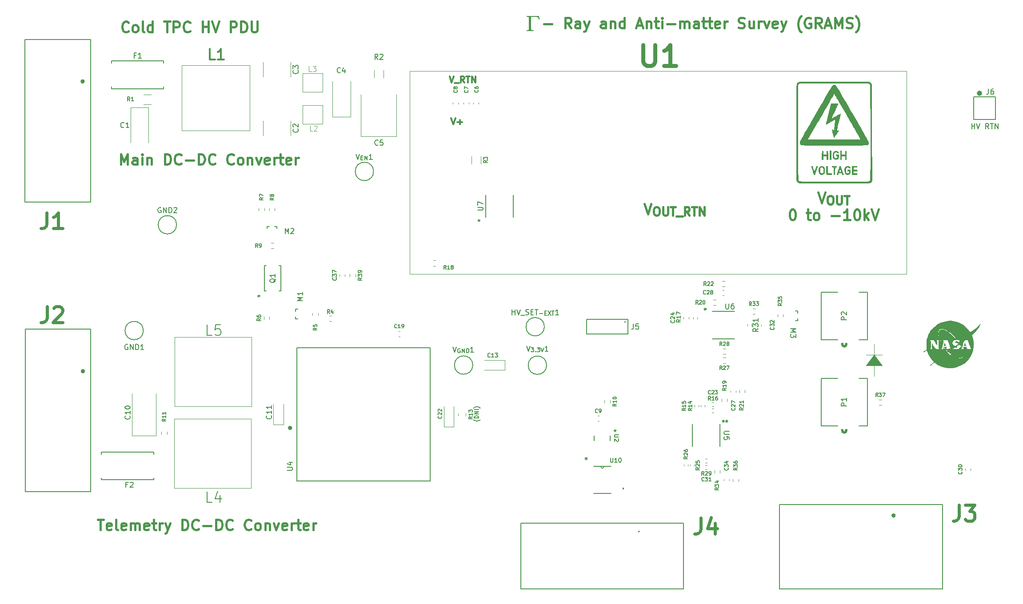
<source format=gbr>
%TF.GenerationSoftware,KiCad,Pcbnew,8.0.6*%
%TF.CreationDate,2025-05-06T15:07:16-04:00*%
%TF.ProjectId,TPC_COLD_HV_PDU,5450435f-434f-44c4-945f-48565f504455,rev?*%
%TF.SameCoordinates,Original*%
%TF.FileFunction,Legend,Top*%
%TF.FilePolarity,Positive*%
%FSLAX46Y46*%
G04 Gerber Fmt 4.6, Leading zero omitted, Abs format (unit mm)*
G04 Created by KiCad (PCBNEW 8.0.6) date 2025-05-06 15:07:16*
%MOMM*%
%LPD*%
G01*
G04 APERTURE LIST*
%ADD10C,0.100000*%
%ADD11C,0.150000*%
%ADD12C,0.300000*%
%ADD13C,0.400000*%
%ADD14C,0.600000*%
%ADD15C,0.200000*%
%ADD16C,0.800000*%
%ADD17C,0.152400*%
%ADD18C,0.508000*%
%ADD19C,0.120000*%
%ADD20C,0.000000*%
%ADD21C,0.127000*%
G04 APERTURE END LIST*
D10*
X245709440Y-123057920D02*
X245709440Y-121025920D01*
X247233440Y-125089920D02*
X244185440Y-125089920D01*
X245709440Y-123057920D01*
X247233440Y-125089920D01*
G36*
X247233440Y-125089920D02*
G01*
X244185440Y-125089920D01*
X245709440Y-123057920D01*
X247233440Y-125089920D01*
G37*
X245709440Y-127121920D02*
X245709440Y-125089920D01*
X244185440Y-123057920D02*
X247233440Y-123057920D01*
D11*
X170639057Y-135412268D02*
X170600961Y-135450363D01*
X170600961Y-135450363D02*
X170486676Y-135526554D01*
X170486676Y-135526554D02*
X170410485Y-135564649D01*
X170410485Y-135564649D02*
X170296200Y-135602744D01*
X170296200Y-135602744D02*
X170105723Y-135640839D01*
X170105723Y-135640839D02*
X169953342Y-135640839D01*
X169953342Y-135640839D02*
X169762866Y-135602744D01*
X169762866Y-135602744D02*
X169648580Y-135564649D01*
X169648580Y-135564649D02*
X169572390Y-135526554D01*
X169572390Y-135526554D02*
X169458104Y-135450363D01*
X169458104Y-135450363D02*
X169420009Y-135412268D01*
X170334295Y-135107506D02*
X169534295Y-135107506D01*
X169534295Y-135107506D02*
X169534295Y-134917030D01*
X169534295Y-134917030D02*
X169572390Y-134802744D01*
X169572390Y-134802744D02*
X169648580Y-134726554D01*
X169648580Y-134726554D02*
X169724771Y-134688459D01*
X169724771Y-134688459D02*
X169877152Y-134650363D01*
X169877152Y-134650363D02*
X169991438Y-134650363D01*
X169991438Y-134650363D02*
X170143819Y-134688459D01*
X170143819Y-134688459D02*
X170220009Y-134726554D01*
X170220009Y-134726554D02*
X170296200Y-134802744D01*
X170296200Y-134802744D02*
X170334295Y-134917030D01*
X170334295Y-134917030D02*
X170334295Y-135107506D01*
X170334295Y-134307506D02*
X169534295Y-134307506D01*
X169534295Y-134307506D02*
X170334295Y-133850363D01*
X170334295Y-133850363D02*
X169534295Y-133850363D01*
X170334295Y-133469411D02*
X169534295Y-133469411D01*
X170639057Y-133164650D02*
X170600961Y-133126555D01*
X170600961Y-133126555D02*
X170486676Y-133050364D01*
X170486676Y-133050364D02*
X170410485Y-133012269D01*
X170410485Y-133012269D02*
X170296200Y-132974174D01*
X170296200Y-132974174D02*
X170105723Y-132936078D01*
X170105723Y-132936078D02*
X169953342Y-132936078D01*
X169953342Y-132936078D02*
X169762866Y-132974174D01*
X169762866Y-132974174D02*
X169648580Y-133012269D01*
X169648580Y-133012269D02*
X169572390Y-133050364D01*
X169572390Y-133050364D02*
X169458104Y-133126555D01*
X169458104Y-133126555D02*
X169420009Y-133164650D01*
D12*
X165131653Y-77932542D02*
X165531653Y-79132542D01*
X165531653Y-79132542D02*
X165931653Y-77932542D01*
X166331653Y-78675400D02*
X167245939Y-78675400D01*
X166788796Y-79132542D02*
X166788796Y-78218257D01*
D13*
X103652204Y-61303961D02*
X103556966Y-61399200D01*
X103556966Y-61399200D02*
X103271252Y-61494438D01*
X103271252Y-61494438D02*
X103080776Y-61494438D01*
X103080776Y-61494438D02*
X102795061Y-61399200D01*
X102795061Y-61399200D02*
X102604585Y-61208723D01*
X102604585Y-61208723D02*
X102509347Y-61018247D01*
X102509347Y-61018247D02*
X102414109Y-60637295D01*
X102414109Y-60637295D02*
X102414109Y-60351580D01*
X102414109Y-60351580D02*
X102509347Y-59970628D01*
X102509347Y-59970628D02*
X102604585Y-59780152D01*
X102604585Y-59780152D02*
X102795061Y-59589676D01*
X102795061Y-59589676D02*
X103080776Y-59494438D01*
X103080776Y-59494438D02*
X103271252Y-59494438D01*
X103271252Y-59494438D02*
X103556966Y-59589676D01*
X103556966Y-59589676D02*
X103652204Y-59684914D01*
X104795061Y-61494438D02*
X104604585Y-61399200D01*
X104604585Y-61399200D02*
X104509347Y-61303961D01*
X104509347Y-61303961D02*
X104414109Y-61113485D01*
X104414109Y-61113485D02*
X104414109Y-60542057D01*
X104414109Y-60542057D02*
X104509347Y-60351580D01*
X104509347Y-60351580D02*
X104604585Y-60256342D01*
X104604585Y-60256342D02*
X104795061Y-60161104D01*
X104795061Y-60161104D02*
X105080776Y-60161104D01*
X105080776Y-60161104D02*
X105271252Y-60256342D01*
X105271252Y-60256342D02*
X105366490Y-60351580D01*
X105366490Y-60351580D02*
X105461728Y-60542057D01*
X105461728Y-60542057D02*
X105461728Y-61113485D01*
X105461728Y-61113485D02*
X105366490Y-61303961D01*
X105366490Y-61303961D02*
X105271252Y-61399200D01*
X105271252Y-61399200D02*
X105080776Y-61494438D01*
X105080776Y-61494438D02*
X104795061Y-61494438D01*
X106604585Y-61494438D02*
X106414109Y-61399200D01*
X106414109Y-61399200D02*
X106318871Y-61208723D01*
X106318871Y-61208723D02*
X106318871Y-59494438D01*
X108223633Y-61494438D02*
X108223633Y-59494438D01*
X108223633Y-61399200D02*
X108033157Y-61494438D01*
X108033157Y-61494438D02*
X107652204Y-61494438D01*
X107652204Y-61494438D02*
X107461728Y-61399200D01*
X107461728Y-61399200D02*
X107366490Y-61303961D01*
X107366490Y-61303961D02*
X107271252Y-61113485D01*
X107271252Y-61113485D02*
X107271252Y-60542057D01*
X107271252Y-60542057D02*
X107366490Y-60351580D01*
X107366490Y-60351580D02*
X107461728Y-60256342D01*
X107461728Y-60256342D02*
X107652204Y-60161104D01*
X107652204Y-60161104D02*
X108033157Y-60161104D01*
X108033157Y-60161104D02*
X108223633Y-60256342D01*
X110414110Y-59494438D02*
X111556967Y-59494438D01*
X110985538Y-61494438D02*
X110985538Y-59494438D01*
X112223634Y-61494438D02*
X112223634Y-59494438D01*
X112223634Y-59494438D02*
X112985539Y-59494438D01*
X112985539Y-59494438D02*
X113176015Y-59589676D01*
X113176015Y-59589676D02*
X113271253Y-59684914D01*
X113271253Y-59684914D02*
X113366491Y-59875390D01*
X113366491Y-59875390D02*
X113366491Y-60161104D01*
X113366491Y-60161104D02*
X113271253Y-60351580D01*
X113271253Y-60351580D02*
X113176015Y-60446819D01*
X113176015Y-60446819D02*
X112985539Y-60542057D01*
X112985539Y-60542057D02*
X112223634Y-60542057D01*
X115366491Y-61303961D02*
X115271253Y-61399200D01*
X115271253Y-61399200D02*
X114985539Y-61494438D01*
X114985539Y-61494438D02*
X114795063Y-61494438D01*
X114795063Y-61494438D02*
X114509348Y-61399200D01*
X114509348Y-61399200D02*
X114318872Y-61208723D01*
X114318872Y-61208723D02*
X114223634Y-61018247D01*
X114223634Y-61018247D02*
X114128396Y-60637295D01*
X114128396Y-60637295D02*
X114128396Y-60351580D01*
X114128396Y-60351580D02*
X114223634Y-59970628D01*
X114223634Y-59970628D02*
X114318872Y-59780152D01*
X114318872Y-59780152D02*
X114509348Y-59589676D01*
X114509348Y-59589676D02*
X114795063Y-59494438D01*
X114795063Y-59494438D02*
X114985539Y-59494438D01*
X114985539Y-59494438D02*
X115271253Y-59589676D01*
X115271253Y-59589676D02*
X115366491Y-59684914D01*
X117747444Y-61494438D02*
X117747444Y-59494438D01*
X117747444Y-60446819D02*
X118890301Y-60446819D01*
X118890301Y-61494438D02*
X118890301Y-59494438D01*
X119556968Y-59494438D02*
X120223634Y-61494438D01*
X120223634Y-61494438D02*
X120890301Y-59494438D01*
X123080778Y-61494438D02*
X123080778Y-59494438D01*
X123080778Y-59494438D02*
X123842683Y-59494438D01*
X123842683Y-59494438D02*
X124033159Y-59589676D01*
X124033159Y-59589676D02*
X124128397Y-59684914D01*
X124128397Y-59684914D02*
X124223635Y-59875390D01*
X124223635Y-59875390D02*
X124223635Y-60161104D01*
X124223635Y-60161104D02*
X124128397Y-60351580D01*
X124128397Y-60351580D02*
X124033159Y-60446819D01*
X124033159Y-60446819D02*
X123842683Y-60542057D01*
X123842683Y-60542057D02*
X123080778Y-60542057D01*
X125080778Y-61494438D02*
X125080778Y-59494438D01*
X125080778Y-59494438D02*
X125556968Y-59494438D01*
X125556968Y-59494438D02*
X125842683Y-59589676D01*
X125842683Y-59589676D02*
X126033159Y-59780152D01*
X126033159Y-59780152D02*
X126128397Y-59970628D01*
X126128397Y-59970628D02*
X126223635Y-60351580D01*
X126223635Y-60351580D02*
X126223635Y-60637295D01*
X126223635Y-60637295D02*
X126128397Y-61018247D01*
X126128397Y-61018247D02*
X126033159Y-61208723D01*
X126033159Y-61208723D02*
X125842683Y-61399200D01*
X125842683Y-61399200D02*
X125556968Y-61494438D01*
X125556968Y-61494438D02*
X125080778Y-61494438D01*
X127080778Y-59494438D02*
X127080778Y-61113485D01*
X127080778Y-61113485D02*
X127176016Y-61303961D01*
X127176016Y-61303961D02*
X127271254Y-61399200D01*
X127271254Y-61399200D02*
X127461730Y-61494438D01*
X127461730Y-61494438D02*
X127842683Y-61494438D01*
X127842683Y-61494438D02*
X128033159Y-61399200D01*
X128033159Y-61399200D02*
X128128397Y-61303961D01*
X128128397Y-61303961D02*
X128223635Y-61113485D01*
X128223635Y-61113485D02*
X128223635Y-59494438D01*
X201910476Y-94224438D02*
X202577142Y-96224438D01*
X202577142Y-96224438D02*
X203243809Y-94224438D01*
X204120000Y-94845390D02*
X204424762Y-94845390D01*
X204424762Y-94845390D02*
X204577143Y-94921580D01*
X204577143Y-94921580D02*
X204729524Y-95073961D01*
X204729524Y-95073961D02*
X204805714Y-95378723D01*
X204805714Y-95378723D02*
X204805714Y-95912057D01*
X204805714Y-95912057D02*
X204729524Y-96216819D01*
X204729524Y-96216819D02*
X204577143Y-96369200D01*
X204577143Y-96369200D02*
X204424762Y-96445390D01*
X204424762Y-96445390D02*
X204120000Y-96445390D01*
X204120000Y-96445390D02*
X203967619Y-96369200D01*
X203967619Y-96369200D02*
X203815238Y-96216819D01*
X203815238Y-96216819D02*
X203739047Y-95912057D01*
X203739047Y-95912057D02*
X203739047Y-95378723D01*
X203739047Y-95378723D02*
X203815238Y-95073961D01*
X203815238Y-95073961D02*
X203967619Y-94921580D01*
X203967619Y-94921580D02*
X204120000Y-94845390D01*
X205491428Y-94845390D02*
X205491428Y-96140628D01*
X205491428Y-96140628D02*
X205567618Y-96293009D01*
X205567618Y-96293009D02*
X205643809Y-96369200D01*
X205643809Y-96369200D02*
X205796190Y-96445390D01*
X205796190Y-96445390D02*
X206100952Y-96445390D01*
X206100952Y-96445390D02*
X206253333Y-96369200D01*
X206253333Y-96369200D02*
X206329523Y-96293009D01*
X206329523Y-96293009D02*
X206405714Y-96140628D01*
X206405714Y-96140628D02*
X206405714Y-94845390D01*
X206939046Y-94845390D02*
X207853332Y-94845390D01*
X207396189Y-96445390D02*
X207396189Y-94845390D01*
X208005714Y-96597771D02*
X209224761Y-96597771D01*
X210520000Y-96445390D02*
X209986666Y-95683485D01*
X209605714Y-96445390D02*
X209605714Y-94845390D01*
X209605714Y-94845390D02*
X210215238Y-94845390D01*
X210215238Y-94845390D02*
X210367619Y-94921580D01*
X210367619Y-94921580D02*
X210443809Y-94997771D01*
X210443809Y-94997771D02*
X210520000Y-95150152D01*
X210520000Y-95150152D02*
X210520000Y-95378723D01*
X210520000Y-95378723D02*
X210443809Y-95531104D01*
X210443809Y-95531104D02*
X210367619Y-95607295D01*
X210367619Y-95607295D02*
X210215238Y-95683485D01*
X210215238Y-95683485D02*
X209605714Y-95683485D01*
X210977142Y-94845390D02*
X211891428Y-94845390D01*
X211434285Y-96445390D02*
X211434285Y-94845390D01*
X212424762Y-96445390D02*
X212424762Y-94845390D01*
X212424762Y-94845390D02*
X213339048Y-96445390D01*
X213339048Y-96445390D02*
X213339048Y-94845390D01*
D14*
G36*
X181906838Y-58449427D02*
G01*
X181931018Y-59105952D01*
X181809385Y-59105952D01*
X181785257Y-58954412D01*
X181732500Y-58816201D01*
X181668702Y-58737390D01*
X181531979Y-58668768D01*
X181375753Y-58641809D01*
X181253977Y-58637006D01*
X180378367Y-58637006D01*
X180378367Y-60911395D01*
X180404985Y-61056166D01*
X180446510Y-61111430D01*
X180586616Y-61163663D01*
X180680983Y-61169316D01*
X180815806Y-61169316D01*
X180815806Y-61310000D01*
X179521807Y-61310000D01*
X179521807Y-61169316D01*
X179617062Y-61169316D01*
X179764157Y-61154661D01*
X179859595Y-61110697D01*
X179925540Y-60976333D01*
X179929937Y-60911395D01*
X179929937Y-58848032D01*
X179900274Y-58699373D01*
X179861060Y-58649462D01*
X179716137Y-58595907D01*
X179617062Y-58590111D01*
X179521807Y-58590111D01*
X179521807Y-58449427D01*
X181906838Y-58449427D01*
G37*
D13*
X235027619Y-92094550D02*
X235694285Y-94094550D01*
X235694285Y-94094550D02*
X236360952Y-92094550D01*
X237237143Y-92715502D02*
X237541905Y-92715502D01*
X237541905Y-92715502D02*
X237694286Y-92791692D01*
X237694286Y-92791692D02*
X237846667Y-92944073D01*
X237846667Y-92944073D02*
X237922857Y-93248835D01*
X237922857Y-93248835D02*
X237922857Y-93782169D01*
X237922857Y-93782169D02*
X237846667Y-94086931D01*
X237846667Y-94086931D02*
X237694286Y-94239312D01*
X237694286Y-94239312D02*
X237541905Y-94315502D01*
X237541905Y-94315502D02*
X237237143Y-94315502D01*
X237237143Y-94315502D02*
X237084762Y-94239312D01*
X237084762Y-94239312D02*
X236932381Y-94086931D01*
X236932381Y-94086931D02*
X236856190Y-93782169D01*
X236856190Y-93782169D02*
X236856190Y-93248835D01*
X236856190Y-93248835D02*
X236932381Y-92944073D01*
X236932381Y-92944073D02*
X237084762Y-92791692D01*
X237084762Y-92791692D02*
X237237143Y-92715502D01*
X238608571Y-92715502D02*
X238608571Y-94010740D01*
X238608571Y-94010740D02*
X238684761Y-94163121D01*
X238684761Y-94163121D02*
X238760952Y-94239312D01*
X238760952Y-94239312D02*
X238913333Y-94315502D01*
X238913333Y-94315502D02*
X239218095Y-94315502D01*
X239218095Y-94315502D02*
X239370476Y-94239312D01*
X239370476Y-94239312D02*
X239446666Y-94163121D01*
X239446666Y-94163121D02*
X239522857Y-94010740D01*
X239522857Y-94010740D02*
X239522857Y-92715502D01*
X240056189Y-92715502D02*
X240970475Y-92715502D01*
X240513332Y-94315502D02*
X240513332Y-92715502D01*
X230075237Y-95314438D02*
X230265714Y-95314438D01*
X230265714Y-95314438D02*
X230456190Y-95409676D01*
X230456190Y-95409676D02*
X230551428Y-95504914D01*
X230551428Y-95504914D02*
X230646666Y-95695390D01*
X230646666Y-95695390D02*
X230741904Y-96076342D01*
X230741904Y-96076342D02*
X230741904Y-96552533D01*
X230741904Y-96552533D02*
X230646666Y-96933485D01*
X230646666Y-96933485D02*
X230551428Y-97123961D01*
X230551428Y-97123961D02*
X230456190Y-97219200D01*
X230456190Y-97219200D02*
X230265714Y-97314438D01*
X230265714Y-97314438D02*
X230075237Y-97314438D01*
X230075237Y-97314438D02*
X229884761Y-97219200D01*
X229884761Y-97219200D02*
X229789523Y-97123961D01*
X229789523Y-97123961D02*
X229694285Y-96933485D01*
X229694285Y-96933485D02*
X229599047Y-96552533D01*
X229599047Y-96552533D02*
X229599047Y-96076342D01*
X229599047Y-96076342D02*
X229694285Y-95695390D01*
X229694285Y-95695390D02*
X229789523Y-95504914D01*
X229789523Y-95504914D02*
X229884761Y-95409676D01*
X229884761Y-95409676D02*
X230075237Y-95314438D01*
X232837143Y-95981104D02*
X233599047Y-95981104D01*
X233122857Y-95314438D02*
X233122857Y-97028723D01*
X233122857Y-97028723D02*
X233218095Y-97219200D01*
X233218095Y-97219200D02*
X233408571Y-97314438D01*
X233408571Y-97314438D02*
X233599047Y-97314438D01*
X234551428Y-97314438D02*
X234360952Y-97219200D01*
X234360952Y-97219200D02*
X234265714Y-97123961D01*
X234265714Y-97123961D02*
X234170476Y-96933485D01*
X234170476Y-96933485D02*
X234170476Y-96362057D01*
X234170476Y-96362057D02*
X234265714Y-96171580D01*
X234265714Y-96171580D02*
X234360952Y-96076342D01*
X234360952Y-96076342D02*
X234551428Y-95981104D01*
X234551428Y-95981104D02*
X234837143Y-95981104D01*
X234837143Y-95981104D02*
X235027619Y-96076342D01*
X235027619Y-96076342D02*
X235122857Y-96171580D01*
X235122857Y-96171580D02*
X235218095Y-96362057D01*
X235218095Y-96362057D02*
X235218095Y-96933485D01*
X235218095Y-96933485D02*
X235122857Y-97123961D01*
X235122857Y-97123961D02*
X235027619Y-97219200D01*
X235027619Y-97219200D02*
X234837143Y-97314438D01*
X234837143Y-97314438D02*
X234551428Y-97314438D01*
X237599048Y-96552533D02*
X239122858Y-96552533D01*
X241122857Y-97314438D02*
X239980000Y-97314438D01*
X240551428Y-97314438D02*
X240551428Y-95314438D01*
X240551428Y-95314438D02*
X240360952Y-95600152D01*
X240360952Y-95600152D02*
X240170476Y-95790628D01*
X240170476Y-95790628D02*
X239980000Y-95885866D01*
X242360952Y-95314438D02*
X242551429Y-95314438D01*
X242551429Y-95314438D02*
X242741905Y-95409676D01*
X242741905Y-95409676D02*
X242837143Y-95504914D01*
X242837143Y-95504914D02*
X242932381Y-95695390D01*
X242932381Y-95695390D02*
X243027619Y-96076342D01*
X243027619Y-96076342D02*
X243027619Y-96552533D01*
X243027619Y-96552533D02*
X242932381Y-96933485D01*
X242932381Y-96933485D02*
X242837143Y-97123961D01*
X242837143Y-97123961D02*
X242741905Y-97219200D01*
X242741905Y-97219200D02*
X242551429Y-97314438D01*
X242551429Y-97314438D02*
X242360952Y-97314438D01*
X242360952Y-97314438D02*
X242170476Y-97219200D01*
X242170476Y-97219200D02*
X242075238Y-97123961D01*
X242075238Y-97123961D02*
X241980000Y-96933485D01*
X241980000Y-96933485D02*
X241884762Y-96552533D01*
X241884762Y-96552533D02*
X241884762Y-96076342D01*
X241884762Y-96076342D02*
X241980000Y-95695390D01*
X241980000Y-95695390D02*
X242075238Y-95504914D01*
X242075238Y-95504914D02*
X242170476Y-95409676D01*
X242170476Y-95409676D02*
X242360952Y-95314438D01*
X243884762Y-97314438D02*
X243884762Y-95314438D01*
X244075238Y-96552533D02*
X244646667Y-97314438D01*
X244646667Y-95981104D02*
X243884762Y-96743009D01*
X245218096Y-95314438D02*
X245884762Y-97314438D01*
X245884762Y-97314438D02*
X246551429Y-95314438D01*
X182829347Y-60002533D02*
X184353157Y-60002533D01*
X187972204Y-60764438D02*
X187305537Y-59812057D01*
X186829347Y-60764438D02*
X186829347Y-58764438D01*
X186829347Y-58764438D02*
X187591252Y-58764438D01*
X187591252Y-58764438D02*
X187781728Y-58859676D01*
X187781728Y-58859676D02*
X187876966Y-58954914D01*
X187876966Y-58954914D02*
X187972204Y-59145390D01*
X187972204Y-59145390D02*
X187972204Y-59431104D01*
X187972204Y-59431104D02*
X187876966Y-59621580D01*
X187876966Y-59621580D02*
X187781728Y-59716819D01*
X187781728Y-59716819D02*
X187591252Y-59812057D01*
X187591252Y-59812057D02*
X186829347Y-59812057D01*
X189686490Y-60764438D02*
X189686490Y-59716819D01*
X189686490Y-59716819D02*
X189591252Y-59526342D01*
X189591252Y-59526342D02*
X189400776Y-59431104D01*
X189400776Y-59431104D02*
X189019823Y-59431104D01*
X189019823Y-59431104D02*
X188829347Y-59526342D01*
X189686490Y-60669200D02*
X189496014Y-60764438D01*
X189496014Y-60764438D02*
X189019823Y-60764438D01*
X189019823Y-60764438D02*
X188829347Y-60669200D01*
X188829347Y-60669200D02*
X188734109Y-60478723D01*
X188734109Y-60478723D02*
X188734109Y-60288247D01*
X188734109Y-60288247D02*
X188829347Y-60097771D01*
X188829347Y-60097771D02*
X189019823Y-60002533D01*
X189019823Y-60002533D02*
X189496014Y-60002533D01*
X189496014Y-60002533D02*
X189686490Y-59907295D01*
X190448395Y-59431104D02*
X190924585Y-60764438D01*
X191400776Y-59431104D02*
X190924585Y-60764438D01*
X190924585Y-60764438D02*
X190734109Y-61240628D01*
X190734109Y-61240628D02*
X190638871Y-61335866D01*
X190638871Y-61335866D02*
X190448395Y-61431104D01*
X194543634Y-60764438D02*
X194543634Y-59716819D01*
X194543634Y-59716819D02*
X194448396Y-59526342D01*
X194448396Y-59526342D02*
X194257920Y-59431104D01*
X194257920Y-59431104D02*
X193876967Y-59431104D01*
X193876967Y-59431104D02*
X193686491Y-59526342D01*
X194543634Y-60669200D02*
X194353158Y-60764438D01*
X194353158Y-60764438D02*
X193876967Y-60764438D01*
X193876967Y-60764438D02*
X193686491Y-60669200D01*
X193686491Y-60669200D02*
X193591253Y-60478723D01*
X193591253Y-60478723D02*
X193591253Y-60288247D01*
X193591253Y-60288247D02*
X193686491Y-60097771D01*
X193686491Y-60097771D02*
X193876967Y-60002533D01*
X193876967Y-60002533D02*
X194353158Y-60002533D01*
X194353158Y-60002533D02*
X194543634Y-59907295D01*
X195496015Y-59431104D02*
X195496015Y-60764438D01*
X195496015Y-59621580D02*
X195591253Y-59526342D01*
X195591253Y-59526342D02*
X195781729Y-59431104D01*
X195781729Y-59431104D02*
X196067444Y-59431104D01*
X196067444Y-59431104D02*
X196257920Y-59526342D01*
X196257920Y-59526342D02*
X196353158Y-59716819D01*
X196353158Y-59716819D02*
X196353158Y-60764438D01*
X198162682Y-60764438D02*
X198162682Y-58764438D01*
X198162682Y-60669200D02*
X197972206Y-60764438D01*
X197972206Y-60764438D02*
X197591253Y-60764438D01*
X197591253Y-60764438D02*
X197400777Y-60669200D01*
X197400777Y-60669200D02*
X197305539Y-60573961D01*
X197305539Y-60573961D02*
X197210301Y-60383485D01*
X197210301Y-60383485D02*
X197210301Y-59812057D01*
X197210301Y-59812057D02*
X197305539Y-59621580D01*
X197305539Y-59621580D02*
X197400777Y-59526342D01*
X197400777Y-59526342D02*
X197591253Y-59431104D01*
X197591253Y-59431104D02*
X197972206Y-59431104D01*
X197972206Y-59431104D02*
X198162682Y-59526342D01*
X200543635Y-60193009D02*
X201496016Y-60193009D01*
X200353159Y-60764438D02*
X201019825Y-58764438D01*
X201019825Y-58764438D02*
X201686492Y-60764438D01*
X202353159Y-59431104D02*
X202353159Y-60764438D01*
X202353159Y-59621580D02*
X202448397Y-59526342D01*
X202448397Y-59526342D02*
X202638873Y-59431104D01*
X202638873Y-59431104D02*
X202924588Y-59431104D01*
X202924588Y-59431104D02*
X203115064Y-59526342D01*
X203115064Y-59526342D02*
X203210302Y-59716819D01*
X203210302Y-59716819D02*
X203210302Y-60764438D01*
X203876969Y-59431104D02*
X204638873Y-59431104D01*
X204162683Y-58764438D02*
X204162683Y-60478723D01*
X204162683Y-60478723D02*
X204257921Y-60669200D01*
X204257921Y-60669200D02*
X204448397Y-60764438D01*
X204448397Y-60764438D02*
X204638873Y-60764438D01*
X205305540Y-60764438D02*
X205305540Y-59431104D01*
X205305540Y-58764438D02*
X205210302Y-58859676D01*
X205210302Y-58859676D02*
X205305540Y-58954914D01*
X205305540Y-58954914D02*
X205400778Y-58859676D01*
X205400778Y-58859676D02*
X205305540Y-58764438D01*
X205305540Y-58764438D02*
X205305540Y-58954914D01*
X206257921Y-60002533D02*
X207781731Y-60002533D01*
X208734111Y-60764438D02*
X208734111Y-59431104D01*
X208734111Y-59621580D02*
X208829349Y-59526342D01*
X208829349Y-59526342D02*
X209019825Y-59431104D01*
X209019825Y-59431104D02*
X209305540Y-59431104D01*
X209305540Y-59431104D02*
X209496016Y-59526342D01*
X209496016Y-59526342D02*
X209591254Y-59716819D01*
X209591254Y-59716819D02*
X209591254Y-60764438D01*
X209591254Y-59716819D02*
X209686492Y-59526342D01*
X209686492Y-59526342D02*
X209876968Y-59431104D01*
X209876968Y-59431104D02*
X210162682Y-59431104D01*
X210162682Y-59431104D02*
X210353159Y-59526342D01*
X210353159Y-59526342D02*
X210448397Y-59716819D01*
X210448397Y-59716819D02*
X210448397Y-60764438D01*
X212257921Y-60764438D02*
X212257921Y-59716819D01*
X212257921Y-59716819D02*
X212162683Y-59526342D01*
X212162683Y-59526342D02*
X211972207Y-59431104D01*
X211972207Y-59431104D02*
X211591254Y-59431104D01*
X211591254Y-59431104D02*
X211400778Y-59526342D01*
X212257921Y-60669200D02*
X212067445Y-60764438D01*
X212067445Y-60764438D02*
X211591254Y-60764438D01*
X211591254Y-60764438D02*
X211400778Y-60669200D01*
X211400778Y-60669200D02*
X211305540Y-60478723D01*
X211305540Y-60478723D02*
X211305540Y-60288247D01*
X211305540Y-60288247D02*
X211400778Y-60097771D01*
X211400778Y-60097771D02*
X211591254Y-60002533D01*
X211591254Y-60002533D02*
X212067445Y-60002533D01*
X212067445Y-60002533D02*
X212257921Y-59907295D01*
X212924588Y-59431104D02*
X213686492Y-59431104D01*
X213210302Y-58764438D02*
X213210302Y-60478723D01*
X213210302Y-60478723D02*
X213305540Y-60669200D01*
X213305540Y-60669200D02*
X213496016Y-60764438D01*
X213496016Y-60764438D02*
X213686492Y-60764438D01*
X214067445Y-59431104D02*
X214829349Y-59431104D01*
X214353159Y-58764438D02*
X214353159Y-60478723D01*
X214353159Y-60478723D02*
X214448397Y-60669200D01*
X214448397Y-60669200D02*
X214638873Y-60764438D01*
X214638873Y-60764438D02*
X214829349Y-60764438D01*
X216257921Y-60669200D02*
X216067445Y-60764438D01*
X216067445Y-60764438D02*
X215686492Y-60764438D01*
X215686492Y-60764438D02*
X215496016Y-60669200D01*
X215496016Y-60669200D02*
X215400778Y-60478723D01*
X215400778Y-60478723D02*
X215400778Y-59716819D01*
X215400778Y-59716819D02*
X215496016Y-59526342D01*
X215496016Y-59526342D02*
X215686492Y-59431104D01*
X215686492Y-59431104D02*
X216067445Y-59431104D01*
X216067445Y-59431104D02*
X216257921Y-59526342D01*
X216257921Y-59526342D02*
X216353159Y-59716819D01*
X216353159Y-59716819D02*
X216353159Y-59907295D01*
X216353159Y-59907295D02*
X215400778Y-60097771D01*
X217210302Y-60764438D02*
X217210302Y-59431104D01*
X217210302Y-59812057D02*
X217305540Y-59621580D01*
X217305540Y-59621580D02*
X217400778Y-59526342D01*
X217400778Y-59526342D02*
X217591254Y-59431104D01*
X217591254Y-59431104D02*
X217781731Y-59431104D01*
X219876969Y-60669200D02*
X220162683Y-60764438D01*
X220162683Y-60764438D02*
X220638874Y-60764438D01*
X220638874Y-60764438D02*
X220829350Y-60669200D01*
X220829350Y-60669200D02*
X220924588Y-60573961D01*
X220924588Y-60573961D02*
X221019826Y-60383485D01*
X221019826Y-60383485D02*
X221019826Y-60193009D01*
X221019826Y-60193009D02*
X220924588Y-60002533D01*
X220924588Y-60002533D02*
X220829350Y-59907295D01*
X220829350Y-59907295D02*
X220638874Y-59812057D01*
X220638874Y-59812057D02*
X220257921Y-59716819D01*
X220257921Y-59716819D02*
X220067445Y-59621580D01*
X220067445Y-59621580D02*
X219972207Y-59526342D01*
X219972207Y-59526342D02*
X219876969Y-59335866D01*
X219876969Y-59335866D02*
X219876969Y-59145390D01*
X219876969Y-59145390D02*
X219972207Y-58954914D01*
X219972207Y-58954914D02*
X220067445Y-58859676D01*
X220067445Y-58859676D02*
X220257921Y-58764438D01*
X220257921Y-58764438D02*
X220734112Y-58764438D01*
X220734112Y-58764438D02*
X221019826Y-58859676D01*
X222734112Y-59431104D02*
X222734112Y-60764438D01*
X221876969Y-59431104D02*
X221876969Y-60478723D01*
X221876969Y-60478723D02*
X221972207Y-60669200D01*
X221972207Y-60669200D02*
X222162683Y-60764438D01*
X222162683Y-60764438D02*
X222448398Y-60764438D01*
X222448398Y-60764438D02*
X222638874Y-60669200D01*
X222638874Y-60669200D02*
X222734112Y-60573961D01*
X223686493Y-60764438D02*
X223686493Y-59431104D01*
X223686493Y-59812057D02*
X223781731Y-59621580D01*
X223781731Y-59621580D02*
X223876969Y-59526342D01*
X223876969Y-59526342D02*
X224067445Y-59431104D01*
X224067445Y-59431104D02*
X224257922Y-59431104D01*
X224734112Y-59431104D02*
X225210302Y-60764438D01*
X225210302Y-60764438D02*
X225686493Y-59431104D01*
X227210303Y-60669200D02*
X227019827Y-60764438D01*
X227019827Y-60764438D02*
X226638874Y-60764438D01*
X226638874Y-60764438D02*
X226448398Y-60669200D01*
X226448398Y-60669200D02*
X226353160Y-60478723D01*
X226353160Y-60478723D02*
X226353160Y-59716819D01*
X226353160Y-59716819D02*
X226448398Y-59526342D01*
X226448398Y-59526342D02*
X226638874Y-59431104D01*
X226638874Y-59431104D02*
X227019827Y-59431104D01*
X227019827Y-59431104D02*
X227210303Y-59526342D01*
X227210303Y-59526342D02*
X227305541Y-59716819D01*
X227305541Y-59716819D02*
X227305541Y-59907295D01*
X227305541Y-59907295D02*
X226353160Y-60097771D01*
X227972208Y-59431104D02*
X228448398Y-60764438D01*
X228924589Y-59431104D02*
X228448398Y-60764438D01*
X228448398Y-60764438D02*
X228257922Y-61240628D01*
X228257922Y-61240628D02*
X228162684Y-61335866D01*
X228162684Y-61335866D02*
X227972208Y-61431104D01*
X231781733Y-61526342D02*
X231686494Y-61431104D01*
X231686494Y-61431104D02*
X231496018Y-61145390D01*
X231496018Y-61145390D02*
X231400780Y-60954914D01*
X231400780Y-60954914D02*
X231305542Y-60669200D01*
X231305542Y-60669200D02*
X231210304Y-60193009D01*
X231210304Y-60193009D02*
X231210304Y-59812057D01*
X231210304Y-59812057D02*
X231305542Y-59335866D01*
X231305542Y-59335866D02*
X231400780Y-59050152D01*
X231400780Y-59050152D02*
X231496018Y-58859676D01*
X231496018Y-58859676D02*
X231686494Y-58573961D01*
X231686494Y-58573961D02*
X231781733Y-58478723D01*
X233591256Y-58859676D02*
X233400780Y-58764438D01*
X233400780Y-58764438D02*
X233115066Y-58764438D01*
X233115066Y-58764438D02*
X232829351Y-58859676D01*
X232829351Y-58859676D02*
X232638875Y-59050152D01*
X232638875Y-59050152D02*
X232543637Y-59240628D01*
X232543637Y-59240628D02*
X232448399Y-59621580D01*
X232448399Y-59621580D02*
X232448399Y-59907295D01*
X232448399Y-59907295D02*
X232543637Y-60288247D01*
X232543637Y-60288247D02*
X232638875Y-60478723D01*
X232638875Y-60478723D02*
X232829351Y-60669200D01*
X232829351Y-60669200D02*
X233115066Y-60764438D01*
X233115066Y-60764438D02*
X233305542Y-60764438D01*
X233305542Y-60764438D02*
X233591256Y-60669200D01*
X233591256Y-60669200D02*
X233686494Y-60573961D01*
X233686494Y-60573961D02*
X233686494Y-59907295D01*
X233686494Y-59907295D02*
X233305542Y-59907295D01*
X235686494Y-60764438D02*
X235019827Y-59812057D01*
X234543637Y-60764438D02*
X234543637Y-58764438D01*
X234543637Y-58764438D02*
X235305542Y-58764438D01*
X235305542Y-58764438D02*
X235496018Y-58859676D01*
X235496018Y-58859676D02*
X235591256Y-58954914D01*
X235591256Y-58954914D02*
X235686494Y-59145390D01*
X235686494Y-59145390D02*
X235686494Y-59431104D01*
X235686494Y-59431104D02*
X235591256Y-59621580D01*
X235591256Y-59621580D02*
X235496018Y-59716819D01*
X235496018Y-59716819D02*
X235305542Y-59812057D01*
X235305542Y-59812057D02*
X234543637Y-59812057D01*
X236448399Y-60193009D02*
X237400780Y-60193009D01*
X236257923Y-60764438D02*
X236924589Y-58764438D01*
X236924589Y-58764438D02*
X237591256Y-60764438D01*
X238257923Y-60764438D02*
X238257923Y-58764438D01*
X238257923Y-58764438D02*
X238924590Y-60193009D01*
X238924590Y-60193009D02*
X239591256Y-58764438D01*
X239591256Y-58764438D02*
X239591256Y-60764438D01*
X240448399Y-60669200D02*
X240734113Y-60764438D01*
X240734113Y-60764438D02*
X241210304Y-60764438D01*
X241210304Y-60764438D02*
X241400780Y-60669200D01*
X241400780Y-60669200D02*
X241496018Y-60573961D01*
X241496018Y-60573961D02*
X241591256Y-60383485D01*
X241591256Y-60383485D02*
X241591256Y-60193009D01*
X241591256Y-60193009D02*
X241496018Y-60002533D01*
X241496018Y-60002533D02*
X241400780Y-59907295D01*
X241400780Y-59907295D02*
X241210304Y-59812057D01*
X241210304Y-59812057D02*
X240829351Y-59716819D01*
X240829351Y-59716819D02*
X240638875Y-59621580D01*
X240638875Y-59621580D02*
X240543637Y-59526342D01*
X240543637Y-59526342D02*
X240448399Y-59335866D01*
X240448399Y-59335866D02*
X240448399Y-59145390D01*
X240448399Y-59145390D02*
X240543637Y-58954914D01*
X240543637Y-58954914D02*
X240638875Y-58859676D01*
X240638875Y-58859676D02*
X240829351Y-58764438D01*
X240829351Y-58764438D02*
X241305542Y-58764438D01*
X241305542Y-58764438D02*
X241591256Y-58859676D01*
X242257923Y-61526342D02*
X242353161Y-61431104D01*
X242353161Y-61431104D02*
X242543637Y-61145390D01*
X242543637Y-61145390D02*
X242638875Y-60954914D01*
X242638875Y-60954914D02*
X242734113Y-60669200D01*
X242734113Y-60669200D02*
X242829351Y-60193009D01*
X242829351Y-60193009D02*
X242829351Y-59812057D01*
X242829351Y-59812057D02*
X242734113Y-59335866D01*
X242734113Y-59335866D02*
X242638875Y-59050152D01*
X242638875Y-59050152D02*
X242543637Y-58859676D01*
X242543637Y-58859676D02*
X242353161Y-58573961D01*
X242353161Y-58573961D02*
X242257923Y-58478723D01*
X97773633Y-154424438D02*
X98916490Y-154424438D01*
X98345061Y-156424438D02*
X98345061Y-154424438D01*
X100345062Y-156329200D02*
X100154586Y-156424438D01*
X100154586Y-156424438D02*
X99773633Y-156424438D01*
X99773633Y-156424438D02*
X99583157Y-156329200D01*
X99583157Y-156329200D02*
X99487919Y-156138723D01*
X99487919Y-156138723D02*
X99487919Y-155376819D01*
X99487919Y-155376819D02*
X99583157Y-155186342D01*
X99583157Y-155186342D02*
X99773633Y-155091104D01*
X99773633Y-155091104D02*
X100154586Y-155091104D01*
X100154586Y-155091104D02*
X100345062Y-155186342D01*
X100345062Y-155186342D02*
X100440300Y-155376819D01*
X100440300Y-155376819D02*
X100440300Y-155567295D01*
X100440300Y-155567295D02*
X99487919Y-155757771D01*
X101583157Y-156424438D02*
X101392681Y-156329200D01*
X101392681Y-156329200D02*
X101297443Y-156138723D01*
X101297443Y-156138723D02*
X101297443Y-154424438D01*
X103106967Y-156329200D02*
X102916491Y-156424438D01*
X102916491Y-156424438D02*
X102535538Y-156424438D01*
X102535538Y-156424438D02*
X102345062Y-156329200D01*
X102345062Y-156329200D02*
X102249824Y-156138723D01*
X102249824Y-156138723D02*
X102249824Y-155376819D01*
X102249824Y-155376819D02*
X102345062Y-155186342D01*
X102345062Y-155186342D02*
X102535538Y-155091104D01*
X102535538Y-155091104D02*
X102916491Y-155091104D01*
X102916491Y-155091104D02*
X103106967Y-155186342D01*
X103106967Y-155186342D02*
X103202205Y-155376819D01*
X103202205Y-155376819D02*
X103202205Y-155567295D01*
X103202205Y-155567295D02*
X102249824Y-155757771D01*
X104059348Y-156424438D02*
X104059348Y-155091104D01*
X104059348Y-155281580D02*
X104154586Y-155186342D01*
X104154586Y-155186342D02*
X104345062Y-155091104D01*
X104345062Y-155091104D02*
X104630777Y-155091104D01*
X104630777Y-155091104D02*
X104821253Y-155186342D01*
X104821253Y-155186342D02*
X104916491Y-155376819D01*
X104916491Y-155376819D02*
X104916491Y-156424438D01*
X104916491Y-155376819D02*
X105011729Y-155186342D01*
X105011729Y-155186342D02*
X105202205Y-155091104D01*
X105202205Y-155091104D02*
X105487919Y-155091104D01*
X105487919Y-155091104D02*
X105678396Y-155186342D01*
X105678396Y-155186342D02*
X105773634Y-155376819D01*
X105773634Y-155376819D02*
X105773634Y-156424438D01*
X107487920Y-156329200D02*
X107297444Y-156424438D01*
X107297444Y-156424438D02*
X106916491Y-156424438D01*
X106916491Y-156424438D02*
X106726015Y-156329200D01*
X106726015Y-156329200D02*
X106630777Y-156138723D01*
X106630777Y-156138723D02*
X106630777Y-155376819D01*
X106630777Y-155376819D02*
X106726015Y-155186342D01*
X106726015Y-155186342D02*
X106916491Y-155091104D01*
X106916491Y-155091104D02*
X107297444Y-155091104D01*
X107297444Y-155091104D02*
X107487920Y-155186342D01*
X107487920Y-155186342D02*
X107583158Y-155376819D01*
X107583158Y-155376819D02*
X107583158Y-155567295D01*
X107583158Y-155567295D02*
X106630777Y-155757771D01*
X108154587Y-155091104D02*
X108916491Y-155091104D01*
X108440301Y-154424438D02*
X108440301Y-156138723D01*
X108440301Y-156138723D02*
X108535539Y-156329200D01*
X108535539Y-156329200D02*
X108726015Y-156424438D01*
X108726015Y-156424438D02*
X108916491Y-156424438D01*
X109583158Y-156424438D02*
X109583158Y-155091104D01*
X109583158Y-155472057D02*
X109678396Y-155281580D01*
X109678396Y-155281580D02*
X109773634Y-155186342D01*
X109773634Y-155186342D02*
X109964110Y-155091104D01*
X109964110Y-155091104D02*
X110154587Y-155091104D01*
X110630777Y-155091104D02*
X111106967Y-156424438D01*
X111583158Y-155091104D02*
X111106967Y-156424438D01*
X111106967Y-156424438D02*
X110916491Y-156900628D01*
X110916491Y-156900628D02*
X110821253Y-156995866D01*
X110821253Y-156995866D02*
X110630777Y-157091104D01*
X113868873Y-156424438D02*
X113868873Y-154424438D01*
X113868873Y-154424438D02*
X114345063Y-154424438D01*
X114345063Y-154424438D02*
X114630778Y-154519676D01*
X114630778Y-154519676D02*
X114821254Y-154710152D01*
X114821254Y-154710152D02*
X114916492Y-154900628D01*
X114916492Y-154900628D02*
X115011730Y-155281580D01*
X115011730Y-155281580D02*
X115011730Y-155567295D01*
X115011730Y-155567295D02*
X114916492Y-155948247D01*
X114916492Y-155948247D02*
X114821254Y-156138723D01*
X114821254Y-156138723D02*
X114630778Y-156329200D01*
X114630778Y-156329200D02*
X114345063Y-156424438D01*
X114345063Y-156424438D02*
X113868873Y-156424438D01*
X117011730Y-156233961D02*
X116916492Y-156329200D01*
X116916492Y-156329200D02*
X116630778Y-156424438D01*
X116630778Y-156424438D02*
X116440302Y-156424438D01*
X116440302Y-156424438D02*
X116154587Y-156329200D01*
X116154587Y-156329200D02*
X115964111Y-156138723D01*
X115964111Y-156138723D02*
X115868873Y-155948247D01*
X115868873Y-155948247D02*
X115773635Y-155567295D01*
X115773635Y-155567295D02*
X115773635Y-155281580D01*
X115773635Y-155281580D02*
X115868873Y-154900628D01*
X115868873Y-154900628D02*
X115964111Y-154710152D01*
X115964111Y-154710152D02*
X116154587Y-154519676D01*
X116154587Y-154519676D02*
X116440302Y-154424438D01*
X116440302Y-154424438D02*
X116630778Y-154424438D01*
X116630778Y-154424438D02*
X116916492Y-154519676D01*
X116916492Y-154519676D02*
X117011730Y-154614914D01*
X117868873Y-155662533D02*
X119392683Y-155662533D01*
X120345063Y-156424438D02*
X120345063Y-154424438D01*
X120345063Y-154424438D02*
X120821253Y-154424438D01*
X120821253Y-154424438D02*
X121106968Y-154519676D01*
X121106968Y-154519676D02*
X121297444Y-154710152D01*
X121297444Y-154710152D02*
X121392682Y-154900628D01*
X121392682Y-154900628D02*
X121487920Y-155281580D01*
X121487920Y-155281580D02*
X121487920Y-155567295D01*
X121487920Y-155567295D02*
X121392682Y-155948247D01*
X121392682Y-155948247D02*
X121297444Y-156138723D01*
X121297444Y-156138723D02*
X121106968Y-156329200D01*
X121106968Y-156329200D02*
X120821253Y-156424438D01*
X120821253Y-156424438D02*
X120345063Y-156424438D01*
X123487920Y-156233961D02*
X123392682Y-156329200D01*
X123392682Y-156329200D02*
X123106968Y-156424438D01*
X123106968Y-156424438D02*
X122916492Y-156424438D01*
X122916492Y-156424438D02*
X122630777Y-156329200D01*
X122630777Y-156329200D02*
X122440301Y-156138723D01*
X122440301Y-156138723D02*
X122345063Y-155948247D01*
X122345063Y-155948247D02*
X122249825Y-155567295D01*
X122249825Y-155567295D02*
X122249825Y-155281580D01*
X122249825Y-155281580D02*
X122345063Y-154900628D01*
X122345063Y-154900628D02*
X122440301Y-154710152D01*
X122440301Y-154710152D02*
X122630777Y-154519676D01*
X122630777Y-154519676D02*
X122916492Y-154424438D01*
X122916492Y-154424438D02*
X123106968Y-154424438D01*
X123106968Y-154424438D02*
X123392682Y-154519676D01*
X123392682Y-154519676D02*
X123487920Y-154614914D01*
X127011730Y-156233961D02*
X126916492Y-156329200D01*
X126916492Y-156329200D02*
X126630778Y-156424438D01*
X126630778Y-156424438D02*
X126440302Y-156424438D01*
X126440302Y-156424438D02*
X126154587Y-156329200D01*
X126154587Y-156329200D02*
X125964111Y-156138723D01*
X125964111Y-156138723D02*
X125868873Y-155948247D01*
X125868873Y-155948247D02*
X125773635Y-155567295D01*
X125773635Y-155567295D02*
X125773635Y-155281580D01*
X125773635Y-155281580D02*
X125868873Y-154900628D01*
X125868873Y-154900628D02*
X125964111Y-154710152D01*
X125964111Y-154710152D02*
X126154587Y-154519676D01*
X126154587Y-154519676D02*
X126440302Y-154424438D01*
X126440302Y-154424438D02*
X126630778Y-154424438D01*
X126630778Y-154424438D02*
X126916492Y-154519676D01*
X126916492Y-154519676D02*
X127011730Y-154614914D01*
X128154587Y-156424438D02*
X127964111Y-156329200D01*
X127964111Y-156329200D02*
X127868873Y-156233961D01*
X127868873Y-156233961D02*
X127773635Y-156043485D01*
X127773635Y-156043485D02*
X127773635Y-155472057D01*
X127773635Y-155472057D02*
X127868873Y-155281580D01*
X127868873Y-155281580D02*
X127964111Y-155186342D01*
X127964111Y-155186342D02*
X128154587Y-155091104D01*
X128154587Y-155091104D02*
X128440302Y-155091104D01*
X128440302Y-155091104D02*
X128630778Y-155186342D01*
X128630778Y-155186342D02*
X128726016Y-155281580D01*
X128726016Y-155281580D02*
X128821254Y-155472057D01*
X128821254Y-155472057D02*
X128821254Y-156043485D01*
X128821254Y-156043485D02*
X128726016Y-156233961D01*
X128726016Y-156233961D02*
X128630778Y-156329200D01*
X128630778Y-156329200D02*
X128440302Y-156424438D01*
X128440302Y-156424438D02*
X128154587Y-156424438D01*
X129678397Y-155091104D02*
X129678397Y-156424438D01*
X129678397Y-155281580D02*
X129773635Y-155186342D01*
X129773635Y-155186342D02*
X129964111Y-155091104D01*
X129964111Y-155091104D02*
X130249826Y-155091104D01*
X130249826Y-155091104D02*
X130440302Y-155186342D01*
X130440302Y-155186342D02*
X130535540Y-155376819D01*
X130535540Y-155376819D02*
X130535540Y-156424438D01*
X131297445Y-155091104D02*
X131773635Y-156424438D01*
X131773635Y-156424438D02*
X132249826Y-155091104D01*
X133773636Y-156329200D02*
X133583160Y-156424438D01*
X133583160Y-156424438D02*
X133202207Y-156424438D01*
X133202207Y-156424438D02*
X133011731Y-156329200D01*
X133011731Y-156329200D02*
X132916493Y-156138723D01*
X132916493Y-156138723D02*
X132916493Y-155376819D01*
X132916493Y-155376819D02*
X133011731Y-155186342D01*
X133011731Y-155186342D02*
X133202207Y-155091104D01*
X133202207Y-155091104D02*
X133583160Y-155091104D01*
X133583160Y-155091104D02*
X133773636Y-155186342D01*
X133773636Y-155186342D02*
X133868874Y-155376819D01*
X133868874Y-155376819D02*
X133868874Y-155567295D01*
X133868874Y-155567295D02*
X132916493Y-155757771D01*
X134726017Y-156424438D02*
X134726017Y-155091104D01*
X134726017Y-155472057D02*
X134821255Y-155281580D01*
X134821255Y-155281580D02*
X134916493Y-155186342D01*
X134916493Y-155186342D02*
X135106969Y-155091104D01*
X135106969Y-155091104D02*
X135297446Y-155091104D01*
X135678398Y-155091104D02*
X136440302Y-155091104D01*
X135964112Y-154424438D02*
X135964112Y-156138723D01*
X135964112Y-156138723D02*
X136059350Y-156329200D01*
X136059350Y-156329200D02*
X136249826Y-156424438D01*
X136249826Y-156424438D02*
X136440302Y-156424438D01*
X137868874Y-156329200D02*
X137678398Y-156424438D01*
X137678398Y-156424438D02*
X137297445Y-156424438D01*
X137297445Y-156424438D02*
X137106969Y-156329200D01*
X137106969Y-156329200D02*
X137011731Y-156138723D01*
X137011731Y-156138723D02*
X137011731Y-155376819D01*
X137011731Y-155376819D02*
X137106969Y-155186342D01*
X137106969Y-155186342D02*
X137297445Y-155091104D01*
X137297445Y-155091104D02*
X137678398Y-155091104D01*
X137678398Y-155091104D02*
X137868874Y-155186342D01*
X137868874Y-155186342D02*
X137964112Y-155376819D01*
X137964112Y-155376819D02*
X137964112Y-155567295D01*
X137964112Y-155567295D02*
X137011731Y-155757771D01*
X138821255Y-156424438D02*
X138821255Y-155091104D01*
X138821255Y-155472057D02*
X138916493Y-155281580D01*
X138916493Y-155281580D02*
X139011731Y-155186342D01*
X139011731Y-155186342D02*
X139202207Y-155091104D01*
X139202207Y-155091104D02*
X139392684Y-155091104D01*
D12*
X164831653Y-69932542D02*
X165231653Y-71132542D01*
X165231653Y-71132542D02*
X165631653Y-69932542D01*
X165745939Y-71246828D02*
X166660224Y-71246828D01*
X167631653Y-71132542D02*
X167231653Y-70561114D01*
X166945939Y-71132542D02*
X166945939Y-69932542D01*
X166945939Y-69932542D02*
X167403082Y-69932542D01*
X167403082Y-69932542D02*
X167517367Y-69989685D01*
X167517367Y-69989685D02*
X167574510Y-70046828D01*
X167574510Y-70046828D02*
X167631653Y-70161114D01*
X167631653Y-70161114D02*
X167631653Y-70332542D01*
X167631653Y-70332542D02*
X167574510Y-70446828D01*
X167574510Y-70446828D02*
X167517367Y-70503971D01*
X167517367Y-70503971D02*
X167403082Y-70561114D01*
X167403082Y-70561114D02*
X166945939Y-70561114D01*
X167974510Y-69932542D02*
X168660225Y-69932542D01*
X168317367Y-71132542D02*
X168317367Y-69932542D01*
X169060225Y-71132542D02*
X169060225Y-69932542D01*
X169060225Y-69932542D02*
X169745939Y-71132542D01*
X169745939Y-71132542D02*
X169745939Y-69932542D01*
D15*
X264309673Y-79957219D02*
X264309673Y-78957219D01*
X264309673Y-79433409D02*
X264881101Y-79433409D01*
X264881101Y-79957219D02*
X264881101Y-78957219D01*
X265214435Y-78957219D02*
X265547768Y-79957219D01*
X265547768Y-79957219D02*
X265881101Y-78957219D01*
X267547768Y-79957219D02*
X267214435Y-79481028D01*
X266976340Y-79957219D02*
X266976340Y-78957219D01*
X266976340Y-78957219D02*
X267357292Y-78957219D01*
X267357292Y-78957219D02*
X267452530Y-79004838D01*
X267452530Y-79004838D02*
X267500149Y-79052457D01*
X267500149Y-79052457D02*
X267547768Y-79147695D01*
X267547768Y-79147695D02*
X267547768Y-79290552D01*
X267547768Y-79290552D02*
X267500149Y-79385790D01*
X267500149Y-79385790D02*
X267452530Y-79433409D01*
X267452530Y-79433409D02*
X267357292Y-79481028D01*
X267357292Y-79481028D02*
X266976340Y-79481028D01*
X267833483Y-78957219D02*
X268404911Y-78957219D01*
X268119197Y-79957219D02*
X268119197Y-78957219D01*
X268738245Y-79957219D02*
X268738245Y-78957219D01*
X268738245Y-78957219D02*
X269309673Y-79957219D01*
X269309673Y-79957219D02*
X269309673Y-78957219D01*
D13*
X102159347Y-86754438D02*
X102159347Y-84754438D01*
X102159347Y-84754438D02*
X102826014Y-86183009D01*
X102826014Y-86183009D02*
X103492680Y-84754438D01*
X103492680Y-84754438D02*
X103492680Y-86754438D01*
X105302204Y-86754438D02*
X105302204Y-85706819D01*
X105302204Y-85706819D02*
X105206966Y-85516342D01*
X105206966Y-85516342D02*
X105016490Y-85421104D01*
X105016490Y-85421104D02*
X104635537Y-85421104D01*
X104635537Y-85421104D02*
X104445061Y-85516342D01*
X105302204Y-86659200D02*
X105111728Y-86754438D01*
X105111728Y-86754438D02*
X104635537Y-86754438D01*
X104635537Y-86754438D02*
X104445061Y-86659200D01*
X104445061Y-86659200D02*
X104349823Y-86468723D01*
X104349823Y-86468723D02*
X104349823Y-86278247D01*
X104349823Y-86278247D02*
X104445061Y-86087771D01*
X104445061Y-86087771D02*
X104635537Y-85992533D01*
X104635537Y-85992533D02*
X105111728Y-85992533D01*
X105111728Y-85992533D02*
X105302204Y-85897295D01*
X106254585Y-86754438D02*
X106254585Y-85421104D01*
X106254585Y-84754438D02*
X106159347Y-84849676D01*
X106159347Y-84849676D02*
X106254585Y-84944914D01*
X106254585Y-84944914D02*
X106349823Y-84849676D01*
X106349823Y-84849676D02*
X106254585Y-84754438D01*
X106254585Y-84754438D02*
X106254585Y-84944914D01*
X107206966Y-85421104D02*
X107206966Y-86754438D01*
X107206966Y-85611580D02*
X107302204Y-85516342D01*
X107302204Y-85516342D02*
X107492680Y-85421104D01*
X107492680Y-85421104D02*
X107778395Y-85421104D01*
X107778395Y-85421104D02*
X107968871Y-85516342D01*
X107968871Y-85516342D02*
X108064109Y-85706819D01*
X108064109Y-85706819D02*
X108064109Y-86754438D01*
X110540300Y-86754438D02*
X110540300Y-84754438D01*
X110540300Y-84754438D02*
X111016490Y-84754438D01*
X111016490Y-84754438D02*
X111302205Y-84849676D01*
X111302205Y-84849676D02*
X111492681Y-85040152D01*
X111492681Y-85040152D02*
X111587919Y-85230628D01*
X111587919Y-85230628D02*
X111683157Y-85611580D01*
X111683157Y-85611580D02*
X111683157Y-85897295D01*
X111683157Y-85897295D02*
X111587919Y-86278247D01*
X111587919Y-86278247D02*
X111492681Y-86468723D01*
X111492681Y-86468723D02*
X111302205Y-86659200D01*
X111302205Y-86659200D02*
X111016490Y-86754438D01*
X111016490Y-86754438D02*
X110540300Y-86754438D01*
X113683157Y-86563961D02*
X113587919Y-86659200D01*
X113587919Y-86659200D02*
X113302205Y-86754438D01*
X113302205Y-86754438D02*
X113111729Y-86754438D01*
X113111729Y-86754438D02*
X112826014Y-86659200D01*
X112826014Y-86659200D02*
X112635538Y-86468723D01*
X112635538Y-86468723D02*
X112540300Y-86278247D01*
X112540300Y-86278247D02*
X112445062Y-85897295D01*
X112445062Y-85897295D02*
X112445062Y-85611580D01*
X112445062Y-85611580D02*
X112540300Y-85230628D01*
X112540300Y-85230628D02*
X112635538Y-85040152D01*
X112635538Y-85040152D02*
X112826014Y-84849676D01*
X112826014Y-84849676D02*
X113111729Y-84754438D01*
X113111729Y-84754438D02*
X113302205Y-84754438D01*
X113302205Y-84754438D02*
X113587919Y-84849676D01*
X113587919Y-84849676D02*
X113683157Y-84944914D01*
X114540300Y-85992533D02*
X116064110Y-85992533D01*
X117016490Y-86754438D02*
X117016490Y-84754438D01*
X117016490Y-84754438D02*
X117492680Y-84754438D01*
X117492680Y-84754438D02*
X117778395Y-84849676D01*
X117778395Y-84849676D02*
X117968871Y-85040152D01*
X117968871Y-85040152D02*
X118064109Y-85230628D01*
X118064109Y-85230628D02*
X118159347Y-85611580D01*
X118159347Y-85611580D02*
X118159347Y-85897295D01*
X118159347Y-85897295D02*
X118064109Y-86278247D01*
X118064109Y-86278247D02*
X117968871Y-86468723D01*
X117968871Y-86468723D02*
X117778395Y-86659200D01*
X117778395Y-86659200D02*
X117492680Y-86754438D01*
X117492680Y-86754438D02*
X117016490Y-86754438D01*
X120159347Y-86563961D02*
X120064109Y-86659200D01*
X120064109Y-86659200D02*
X119778395Y-86754438D01*
X119778395Y-86754438D02*
X119587919Y-86754438D01*
X119587919Y-86754438D02*
X119302204Y-86659200D01*
X119302204Y-86659200D02*
X119111728Y-86468723D01*
X119111728Y-86468723D02*
X119016490Y-86278247D01*
X119016490Y-86278247D02*
X118921252Y-85897295D01*
X118921252Y-85897295D02*
X118921252Y-85611580D01*
X118921252Y-85611580D02*
X119016490Y-85230628D01*
X119016490Y-85230628D02*
X119111728Y-85040152D01*
X119111728Y-85040152D02*
X119302204Y-84849676D01*
X119302204Y-84849676D02*
X119587919Y-84754438D01*
X119587919Y-84754438D02*
X119778395Y-84754438D01*
X119778395Y-84754438D02*
X120064109Y-84849676D01*
X120064109Y-84849676D02*
X120159347Y-84944914D01*
X123683157Y-86563961D02*
X123587919Y-86659200D01*
X123587919Y-86659200D02*
X123302205Y-86754438D01*
X123302205Y-86754438D02*
X123111729Y-86754438D01*
X123111729Y-86754438D02*
X122826014Y-86659200D01*
X122826014Y-86659200D02*
X122635538Y-86468723D01*
X122635538Y-86468723D02*
X122540300Y-86278247D01*
X122540300Y-86278247D02*
X122445062Y-85897295D01*
X122445062Y-85897295D02*
X122445062Y-85611580D01*
X122445062Y-85611580D02*
X122540300Y-85230628D01*
X122540300Y-85230628D02*
X122635538Y-85040152D01*
X122635538Y-85040152D02*
X122826014Y-84849676D01*
X122826014Y-84849676D02*
X123111729Y-84754438D01*
X123111729Y-84754438D02*
X123302205Y-84754438D01*
X123302205Y-84754438D02*
X123587919Y-84849676D01*
X123587919Y-84849676D02*
X123683157Y-84944914D01*
X124826014Y-86754438D02*
X124635538Y-86659200D01*
X124635538Y-86659200D02*
X124540300Y-86563961D01*
X124540300Y-86563961D02*
X124445062Y-86373485D01*
X124445062Y-86373485D02*
X124445062Y-85802057D01*
X124445062Y-85802057D02*
X124540300Y-85611580D01*
X124540300Y-85611580D02*
X124635538Y-85516342D01*
X124635538Y-85516342D02*
X124826014Y-85421104D01*
X124826014Y-85421104D02*
X125111729Y-85421104D01*
X125111729Y-85421104D02*
X125302205Y-85516342D01*
X125302205Y-85516342D02*
X125397443Y-85611580D01*
X125397443Y-85611580D02*
X125492681Y-85802057D01*
X125492681Y-85802057D02*
X125492681Y-86373485D01*
X125492681Y-86373485D02*
X125397443Y-86563961D01*
X125397443Y-86563961D02*
X125302205Y-86659200D01*
X125302205Y-86659200D02*
X125111729Y-86754438D01*
X125111729Y-86754438D02*
X124826014Y-86754438D01*
X126349824Y-85421104D02*
X126349824Y-86754438D01*
X126349824Y-85611580D02*
X126445062Y-85516342D01*
X126445062Y-85516342D02*
X126635538Y-85421104D01*
X126635538Y-85421104D02*
X126921253Y-85421104D01*
X126921253Y-85421104D02*
X127111729Y-85516342D01*
X127111729Y-85516342D02*
X127206967Y-85706819D01*
X127206967Y-85706819D02*
X127206967Y-86754438D01*
X127968872Y-85421104D02*
X128445062Y-86754438D01*
X128445062Y-86754438D02*
X128921253Y-85421104D01*
X130445063Y-86659200D02*
X130254587Y-86754438D01*
X130254587Y-86754438D02*
X129873634Y-86754438D01*
X129873634Y-86754438D02*
X129683158Y-86659200D01*
X129683158Y-86659200D02*
X129587920Y-86468723D01*
X129587920Y-86468723D02*
X129587920Y-85706819D01*
X129587920Y-85706819D02*
X129683158Y-85516342D01*
X129683158Y-85516342D02*
X129873634Y-85421104D01*
X129873634Y-85421104D02*
X130254587Y-85421104D01*
X130254587Y-85421104D02*
X130445063Y-85516342D01*
X130445063Y-85516342D02*
X130540301Y-85706819D01*
X130540301Y-85706819D02*
X130540301Y-85897295D01*
X130540301Y-85897295D02*
X129587920Y-86087771D01*
X131397444Y-86754438D02*
X131397444Y-85421104D01*
X131397444Y-85802057D02*
X131492682Y-85611580D01*
X131492682Y-85611580D02*
X131587920Y-85516342D01*
X131587920Y-85516342D02*
X131778396Y-85421104D01*
X131778396Y-85421104D02*
X131968873Y-85421104D01*
X132349825Y-85421104D02*
X133111729Y-85421104D01*
X132635539Y-84754438D02*
X132635539Y-86468723D01*
X132635539Y-86468723D02*
X132730777Y-86659200D01*
X132730777Y-86659200D02*
X132921253Y-86754438D01*
X132921253Y-86754438D02*
X133111729Y-86754438D01*
X134540301Y-86659200D02*
X134349825Y-86754438D01*
X134349825Y-86754438D02*
X133968872Y-86754438D01*
X133968872Y-86754438D02*
X133778396Y-86659200D01*
X133778396Y-86659200D02*
X133683158Y-86468723D01*
X133683158Y-86468723D02*
X133683158Y-85706819D01*
X133683158Y-85706819D02*
X133778396Y-85516342D01*
X133778396Y-85516342D02*
X133968872Y-85421104D01*
X133968872Y-85421104D02*
X134349825Y-85421104D01*
X134349825Y-85421104D02*
X134540301Y-85516342D01*
X134540301Y-85516342D02*
X134635539Y-85706819D01*
X134635539Y-85706819D02*
X134635539Y-85897295D01*
X134635539Y-85897295D02*
X133683158Y-86087771D01*
X135492682Y-86754438D02*
X135492682Y-85421104D01*
X135492682Y-85802057D02*
X135587920Y-85611580D01*
X135587920Y-85611580D02*
X135683158Y-85516342D01*
X135683158Y-85516342D02*
X135873634Y-85421104D01*
X135873634Y-85421104D02*
X136064111Y-85421104D01*
D11*
X105036666Y-65981009D02*
X104703333Y-65981009D01*
X104703333Y-66504819D02*
X104703333Y-65504819D01*
X104703333Y-65504819D02*
X105179523Y-65504819D01*
X106084285Y-66504819D02*
X105512857Y-66504819D01*
X105798571Y-66504819D02*
X105798571Y-65504819D01*
X105798571Y-65504819D02*
X105703333Y-65647676D01*
X105703333Y-65647676D02*
X105608095Y-65742914D01*
X105608095Y-65742914D02*
X105512857Y-65790533D01*
X103496666Y-147781009D02*
X103163333Y-147781009D01*
X103163333Y-148304819D02*
X103163333Y-147304819D01*
X103163333Y-147304819D02*
X103639523Y-147304819D01*
X103972857Y-147400057D02*
X104020476Y-147352438D01*
X104020476Y-147352438D02*
X104115714Y-147304819D01*
X104115714Y-147304819D02*
X104353809Y-147304819D01*
X104353809Y-147304819D02*
X104449047Y-147352438D01*
X104449047Y-147352438D02*
X104496666Y-147400057D01*
X104496666Y-147400057D02*
X104544285Y-147495295D01*
X104544285Y-147495295D02*
X104544285Y-147590533D01*
X104544285Y-147590533D02*
X104496666Y-147733390D01*
X104496666Y-147733390D02*
X103925238Y-148304819D01*
X103925238Y-148304819D02*
X104544285Y-148304819D01*
X170164819Y-95466904D02*
X170974342Y-95466904D01*
X170974342Y-95466904D02*
X171069580Y-95419285D01*
X171069580Y-95419285D02*
X171117200Y-95371666D01*
X171117200Y-95371666D02*
X171164819Y-95276428D01*
X171164819Y-95276428D02*
X171164819Y-95085952D01*
X171164819Y-95085952D02*
X171117200Y-94990714D01*
X171117200Y-94990714D02*
X171069580Y-94943095D01*
X171069580Y-94943095D02*
X170974342Y-94895476D01*
X170974342Y-94895476D02*
X170164819Y-94895476D01*
X170164819Y-94514523D02*
X170164819Y-93847857D01*
X170164819Y-93847857D02*
X171164819Y-94276428D01*
X170208019Y-97422799D02*
X170446114Y-97422799D01*
X170350876Y-97660894D02*
X170446114Y-97422799D01*
X170446114Y-97422799D02*
X170350876Y-97184704D01*
X170636590Y-97565656D02*
X170446114Y-97422799D01*
X170446114Y-97422799D02*
X170636590Y-97279942D01*
X170208019Y-97422799D02*
X170446114Y-97422799D01*
X170350876Y-97660894D02*
X170446114Y-97422799D01*
X170446114Y-97422799D02*
X170350876Y-97184704D01*
X170636590Y-97565656D02*
X170446114Y-97422799D01*
X170446114Y-97422799D02*
X170636590Y-97279942D01*
X240454819Y-116358094D02*
X239454819Y-116358094D01*
X239454819Y-116358094D02*
X239454819Y-115977142D01*
X239454819Y-115977142D02*
X239502438Y-115881904D01*
X239502438Y-115881904D02*
X239550057Y-115834285D01*
X239550057Y-115834285D02*
X239645295Y-115786666D01*
X239645295Y-115786666D02*
X239788152Y-115786666D01*
X239788152Y-115786666D02*
X239883390Y-115834285D01*
X239883390Y-115834285D02*
X239931009Y-115881904D01*
X239931009Y-115881904D02*
X239978628Y-115977142D01*
X239978628Y-115977142D02*
X239978628Y-116358094D01*
X239550057Y-115405713D02*
X239502438Y-115358094D01*
X239502438Y-115358094D02*
X239454819Y-115262856D01*
X239454819Y-115262856D02*
X239454819Y-115024761D01*
X239454819Y-115024761D02*
X239502438Y-114929523D01*
X239502438Y-114929523D02*
X239550057Y-114881904D01*
X239550057Y-114881904D02*
X239645295Y-114834285D01*
X239645295Y-114834285D02*
X239740533Y-114834285D01*
X239740533Y-114834285D02*
X239883390Y-114881904D01*
X239883390Y-114881904D02*
X240454819Y-115453332D01*
X240454819Y-115453332D02*
X240454819Y-114834285D01*
X240454819Y-132787894D02*
X239454819Y-132787894D01*
X239454819Y-132787894D02*
X239454819Y-132406942D01*
X239454819Y-132406942D02*
X239502438Y-132311704D01*
X239502438Y-132311704D02*
X239550057Y-132264085D01*
X239550057Y-132264085D02*
X239645295Y-132216466D01*
X239645295Y-132216466D02*
X239788152Y-132216466D01*
X239788152Y-132216466D02*
X239883390Y-132264085D01*
X239883390Y-132264085D02*
X239931009Y-132311704D01*
X239931009Y-132311704D02*
X239978628Y-132406942D01*
X239978628Y-132406942D02*
X239978628Y-132787894D01*
X240454819Y-131264085D02*
X240454819Y-131835513D01*
X240454819Y-131549799D02*
X239454819Y-131549799D01*
X239454819Y-131549799D02*
X239597676Y-131645037D01*
X239597676Y-131645037D02*
X239692914Y-131740275D01*
X239692914Y-131740275D02*
X239740533Y-131835513D01*
X229794180Y-118052476D02*
X230794180Y-118052476D01*
X230794180Y-118052476D02*
X230079895Y-118385809D01*
X230079895Y-118385809D02*
X230794180Y-118719142D01*
X230794180Y-118719142D02*
X229794180Y-118719142D01*
X230794180Y-119100095D02*
X230794180Y-119719142D01*
X230794180Y-119719142D02*
X230413228Y-119385809D01*
X230413228Y-119385809D02*
X230413228Y-119528666D01*
X230413228Y-119528666D02*
X230365609Y-119623904D01*
X230365609Y-119623904D02*
X230317990Y-119671523D01*
X230317990Y-119671523D02*
X230222752Y-119719142D01*
X230222752Y-119719142D02*
X229984657Y-119719142D01*
X229984657Y-119719142D02*
X229889419Y-119671523D01*
X229889419Y-119671523D02*
X229841800Y-119623904D01*
X229841800Y-119623904D02*
X229794180Y-119528666D01*
X229794180Y-119528666D02*
X229794180Y-119242952D01*
X229794180Y-119242952D02*
X229841800Y-119147714D01*
X229841800Y-119147714D02*
X229889419Y-119100095D01*
X133492476Y-99910819D02*
X133492476Y-98910819D01*
X133492476Y-98910819D02*
X133825809Y-99625104D01*
X133825809Y-99625104D02*
X134159142Y-98910819D01*
X134159142Y-98910819D02*
X134159142Y-99910819D01*
X134587714Y-99006057D02*
X134635333Y-98958438D01*
X134635333Y-98958438D02*
X134730571Y-98910819D01*
X134730571Y-98910819D02*
X134968666Y-98910819D01*
X134968666Y-98910819D02*
X135063904Y-98958438D01*
X135063904Y-98958438D02*
X135111523Y-99006057D01*
X135111523Y-99006057D02*
X135159142Y-99101295D01*
X135159142Y-99101295D02*
X135159142Y-99196533D01*
X135159142Y-99196533D02*
X135111523Y-99339390D01*
X135111523Y-99339390D02*
X134540095Y-99910819D01*
X134540095Y-99910819D02*
X135159142Y-99910819D01*
X136850819Y-112747522D02*
X135850819Y-112747522D01*
X135850819Y-112747522D02*
X136565104Y-112414189D01*
X136565104Y-112414189D02*
X135850819Y-112080856D01*
X135850819Y-112080856D02*
X136850819Y-112080856D01*
X136850819Y-111080856D02*
X136850819Y-111652284D01*
X136850819Y-111366570D02*
X135850819Y-111366570D01*
X135850819Y-111366570D02*
X135993676Y-111461808D01*
X135993676Y-111461808D02*
X136088914Y-111557046D01*
X136088914Y-111557046D02*
X136136533Y-111652284D01*
X131670057Y-108530238D02*
X131622438Y-108625476D01*
X131622438Y-108625476D02*
X131527200Y-108720714D01*
X131527200Y-108720714D02*
X131384342Y-108863571D01*
X131384342Y-108863571D02*
X131336723Y-108958809D01*
X131336723Y-108958809D02*
X131336723Y-109054047D01*
X131574819Y-109006428D02*
X131527200Y-109101666D01*
X131527200Y-109101666D02*
X131431961Y-109196904D01*
X131431961Y-109196904D02*
X131241485Y-109244523D01*
X131241485Y-109244523D02*
X130908152Y-109244523D01*
X130908152Y-109244523D02*
X130717676Y-109196904D01*
X130717676Y-109196904D02*
X130622438Y-109101666D01*
X130622438Y-109101666D02*
X130574819Y-109006428D01*
X130574819Y-109006428D02*
X130574819Y-108815952D01*
X130574819Y-108815952D02*
X130622438Y-108720714D01*
X130622438Y-108720714D02*
X130717676Y-108625476D01*
X130717676Y-108625476D02*
X130908152Y-108577857D01*
X130908152Y-108577857D02*
X131241485Y-108577857D01*
X131241485Y-108577857D02*
X131431961Y-108625476D01*
X131431961Y-108625476D02*
X131527200Y-108720714D01*
X131527200Y-108720714D02*
X131574819Y-108815952D01*
X131574819Y-108815952D02*
X131574819Y-109006428D01*
X131574819Y-107625476D02*
X131574819Y-108196904D01*
X131574819Y-107911190D02*
X130574819Y-107911190D01*
X130574819Y-107911190D02*
X130717676Y-108006428D01*
X130717676Y-108006428D02*
X130812914Y-108101666D01*
X130812914Y-108101666D02*
X130860533Y-108196904D01*
X128238019Y-111813199D02*
X128476114Y-111813199D01*
X128380876Y-112051294D02*
X128476114Y-111813199D01*
X128476114Y-111813199D02*
X128380876Y-111575104D01*
X128666590Y-111956056D02*
X128476114Y-111813199D01*
X128476114Y-111813199D02*
X128666590Y-111670342D01*
X128238019Y-111813199D02*
X128476114Y-111813199D01*
X128380876Y-112051294D02*
X128476114Y-111813199D01*
X128476114Y-111813199D02*
X128380876Y-111575104D01*
X128666590Y-111956056D02*
X128476114Y-111813199D01*
X128476114Y-111813199D02*
X128666590Y-111670342D01*
X223594819Y-118022857D02*
X223118628Y-118356190D01*
X223594819Y-118594285D02*
X222594819Y-118594285D01*
X222594819Y-118594285D02*
X222594819Y-118213333D01*
X222594819Y-118213333D02*
X222642438Y-118118095D01*
X222642438Y-118118095D02*
X222690057Y-118070476D01*
X222690057Y-118070476D02*
X222785295Y-118022857D01*
X222785295Y-118022857D02*
X222928152Y-118022857D01*
X222928152Y-118022857D02*
X223023390Y-118070476D01*
X223023390Y-118070476D02*
X223071009Y-118118095D01*
X223071009Y-118118095D02*
X223118628Y-118213333D01*
X223118628Y-118213333D02*
X223118628Y-118594285D01*
X222594819Y-117689523D02*
X222594819Y-117070476D01*
X222594819Y-117070476D02*
X222975771Y-117403809D01*
X222975771Y-117403809D02*
X222975771Y-117260952D01*
X222975771Y-117260952D02*
X223023390Y-117165714D01*
X223023390Y-117165714D02*
X223071009Y-117118095D01*
X223071009Y-117118095D02*
X223166247Y-117070476D01*
X223166247Y-117070476D02*
X223404342Y-117070476D01*
X223404342Y-117070476D02*
X223499580Y-117118095D01*
X223499580Y-117118095D02*
X223547200Y-117165714D01*
X223547200Y-117165714D02*
X223594819Y-117260952D01*
X223594819Y-117260952D02*
X223594819Y-117546666D01*
X223594819Y-117546666D02*
X223547200Y-117641904D01*
X223547200Y-117641904D02*
X223499580Y-117689523D01*
X223594819Y-116118095D02*
X223594819Y-116689523D01*
X223594819Y-116403809D02*
X222594819Y-116403809D01*
X222594819Y-116403809D02*
X222737676Y-116499047D01*
X222737676Y-116499047D02*
X222832914Y-116594285D01*
X222832914Y-116594285D02*
X222880533Y-116689523D01*
X208809164Y-116322143D02*
X208452021Y-116572143D01*
X208809164Y-116750714D02*
X208059164Y-116750714D01*
X208059164Y-116750714D02*
X208059164Y-116465000D01*
X208059164Y-116465000D02*
X208094878Y-116393571D01*
X208094878Y-116393571D02*
X208130592Y-116357857D01*
X208130592Y-116357857D02*
X208202021Y-116322143D01*
X208202021Y-116322143D02*
X208309164Y-116322143D01*
X208309164Y-116322143D02*
X208380592Y-116357857D01*
X208380592Y-116357857D02*
X208416307Y-116393571D01*
X208416307Y-116393571D02*
X208452021Y-116465000D01*
X208452021Y-116465000D02*
X208452021Y-116750714D01*
X208809164Y-115607857D02*
X208809164Y-116036428D01*
X208809164Y-115822143D02*
X208059164Y-115822143D01*
X208059164Y-115822143D02*
X208166307Y-115893571D01*
X208166307Y-115893571D02*
X208237735Y-115965000D01*
X208237735Y-115965000D02*
X208273450Y-116036428D01*
X208059164Y-115357857D02*
X208059164Y-114857857D01*
X208059164Y-114857857D02*
X208809164Y-115179285D01*
X172557856Y-123407735D02*
X172522142Y-123443450D01*
X172522142Y-123443450D02*
X172414999Y-123479164D01*
X172414999Y-123479164D02*
X172343571Y-123479164D01*
X172343571Y-123479164D02*
X172236428Y-123443450D01*
X172236428Y-123443450D02*
X172164999Y-123372021D01*
X172164999Y-123372021D02*
X172129285Y-123300592D01*
X172129285Y-123300592D02*
X172093571Y-123157735D01*
X172093571Y-123157735D02*
X172093571Y-123050592D01*
X172093571Y-123050592D02*
X172129285Y-122907735D01*
X172129285Y-122907735D02*
X172164999Y-122836307D01*
X172164999Y-122836307D02*
X172236428Y-122764878D01*
X172236428Y-122764878D02*
X172343571Y-122729164D01*
X172343571Y-122729164D02*
X172414999Y-122729164D01*
X172414999Y-122729164D02*
X172522142Y-122764878D01*
X172522142Y-122764878D02*
X172557856Y-122800592D01*
X173272142Y-123479164D02*
X172843571Y-123479164D01*
X173057856Y-123479164D02*
X173057856Y-122729164D01*
X173057856Y-122729164D02*
X172986428Y-122836307D01*
X172986428Y-122836307D02*
X172914999Y-122907735D01*
X172914999Y-122907735D02*
X172843571Y-122943450D01*
X173522142Y-122729164D02*
X173986428Y-122729164D01*
X173986428Y-122729164D02*
X173736428Y-123014878D01*
X173736428Y-123014878D02*
X173843571Y-123014878D01*
X173843571Y-123014878D02*
X173915000Y-123050592D01*
X173915000Y-123050592D02*
X173950714Y-123086307D01*
X173950714Y-123086307D02*
X173986428Y-123157735D01*
X173986428Y-123157735D02*
X173986428Y-123336307D01*
X173986428Y-123336307D02*
X173950714Y-123407735D01*
X173950714Y-123407735D02*
X173915000Y-123443450D01*
X173915000Y-123443450D02*
X173843571Y-123479164D01*
X173843571Y-123479164D02*
X173629285Y-123479164D01*
X173629285Y-123479164D02*
X173557857Y-123443450D01*
X173557857Y-123443450D02*
X173522142Y-123407735D01*
X219651033Y-144613800D02*
X219317700Y-144847133D01*
X219651033Y-145013800D02*
X218951033Y-145013800D01*
X218951033Y-145013800D02*
X218951033Y-144747133D01*
X218951033Y-144747133D02*
X218984366Y-144680467D01*
X218984366Y-144680467D02*
X219017700Y-144647133D01*
X219017700Y-144647133D02*
X219084366Y-144613800D01*
X219084366Y-144613800D02*
X219184366Y-144613800D01*
X219184366Y-144613800D02*
X219251033Y-144647133D01*
X219251033Y-144647133D02*
X219284366Y-144680467D01*
X219284366Y-144680467D02*
X219317700Y-144747133D01*
X219317700Y-144747133D02*
X219317700Y-145013800D01*
X218951033Y-144380467D02*
X218951033Y-143947133D01*
X218951033Y-143947133D02*
X219217700Y-144180467D01*
X219217700Y-144180467D02*
X219217700Y-144080467D01*
X219217700Y-144080467D02*
X219251033Y-144013800D01*
X219251033Y-144013800D02*
X219284366Y-143980467D01*
X219284366Y-143980467D02*
X219351033Y-143947133D01*
X219351033Y-143947133D02*
X219517700Y-143947133D01*
X219517700Y-143947133D02*
X219584366Y-143980467D01*
X219584366Y-143980467D02*
X219617700Y-144013800D01*
X219617700Y-144013800D02*
X219651033Y-144080467D01*
X219651033Y-144080467D02*
X219651033Y-144280467D01*
X219651033Y-144280467D02*
X219617700Y-144347133D01*
X219617700Y-144347133D02*
X219584366Y-144380467D01*
X218951033Y-143347133D02*
X218951033Y-143480466D01*
X218951033Y-143480466D02*
X218984366Y-143547133D01*
X218984366Y-143547133D02*
X219017700Y-143580466D01*
X219017700Y-143580466D02*
X219117700Y-143647133D01*
X219117700Y-143647133D02*
X219251033Y-143680466D01*
X219251033Y-143680466D02*
X219517700Y-143680466D01*
X219517700Y-143680466D02*
X219584366Y-143647133D01*
X219584366Y-143647133D02*
X219617700Y-143613800D01*
X219617700Y-143613800D02*
X219651033Y-143547133D01*
X219651033Y-143547133D02*
X219651033Y-143413800D01*
X219651033Y-143413800D02*
X219617700Y-143347133D01*
X219617700Y-143347133D02*
X219584366Y-143313800D01*
X219584366Y-143313800D02*
X219517700Y-143280466D01*
X219517700Y-143280466D02*
X219351033Y-143280466D01*
X219351033Y-143280466D02*
X219284366Y-143313800D01*
X219284366Y-143313800D02*
X219251033Y-143347133D01*
X219251033Y-143347133D02*
X219217700Y-143413800D01*
X219217700Y-143413800D02*
X219217700Y-143547133D01*
X219217700Y-143547133D02*
X219251033Y-143613800D01*
X219251033Y-143613800D02*
X219284366Y-143647133D01*
X219284366Y-143647133D02*
X219351033Y-143680466D01*
X212431033Y-144543800D02*
X212097700Y-144777133D01*
X212431033Y-144943800D02*
X211731033Y-144943800D01*
X211731033Y-144943800D02*
X211731033Y-144677133D01*
X211731033Y-144677133D02*
X211764366Y-144610467D01*
X211764366Y-144610467D02*
X211797700Y-144577133D01*
X211797700Y-144577133D02*
X211864366Y-144543800D01*
X211864366Y-144543800D02*
X211964366Y-144543800D01*
X211964366Y-144543800D02*
X212031033Y-144577133D01*
X212031033Y-144577133D02*
X212064366Y-144610467D01*
X212064366Y-144610467D02*
X212097700Y-144677133D01*
X212097700Y-144677133D02*
X212097700Y-144943800D01*
X211797700Y-144277133D02*
X211764366Y-144243800D01*
X211764366Y-144243800D02*
X211731033Y-144177133D01*
X211731033Y-144177133D02*
X211731033Y-144010467D01*
X211731033Y-144010467D02*
X211764366Y-143943800D01*
X211764366Y-143943800D02*
X211797700Y-143910467D01*
X211797700Y-143910467D02*
X211864366Y-143877133D01*
X211864366Y-143877133D02*
X211931033Y-143877133D01*
X211931033Y-143877133D02*
X212031033Y-143910467D01*
X212031033Y-143910467D02*
X212431033Y-144310467D01*
X212431033Y-144310467D02*
X212431033Y-143877133D01*
X211731033Y-143243800D02*
X211731033Y-143577133D01*
X211731033Y-143577133D02*
X212064366Y-143610466D01*
X212064366Y-143610466D02*
X212031033Y-143577133D01*
X212031033Y-143577133D02*
X211997700Y-143510466D01*
X211997700Y-143510466D02*
X211997700Y-143343800D01*
X211997700Y-143343800D02*
X212031033Y-143277133D01*
X212031033Y-143277133D02*
X212064366Y-143243800D01*
X212064366Y-143243800D02*
X212131033Y-143210466D01*
X212131033Y-143210466D02*
X212297700Y-143210466D01*
X212297700Y-143210466D02*
X212364366Y-143243800D01*
X212364366Y-143243800D02*
X212397700Y-143277133D01*
X212397700Y-143277133D02*
X212431033Y-143343800D01*
X212431033Y-143343800D02*
X212431033Y-143510466D01*
X212431033Y-143510466D02*
X212397700Y-143577133D01*
X212397700Y-143577133D02*
X212364366Y-143610466D01*
X130819580Y-134642857D02*
X130867200Y-134690476D01*
X130867200Y-134690476D02*
X130914819Y-134833333D01*
X130914819Y-134833333D02*
X130914819Y-134928571D01*
X130914819Y-134928571D02*
X130867200Y-135071428D01*
X130867200Y-135071428D02*
X130771961Y-135166666D01*
X130771961Y-135166666D02*
X130676723Y-135214285D01*
X130676723Y-135214285D02*
X130486247Y-135261904D01*
X130486247Y-135261904D02*
X130343390Y-135261904D01*
X130343390Y-135261904D02*
X130152914Y-135214285D01*
X130152914Y-135214285D02*
X130057676Y-135166666D01*
X130057676Y-135166666D02*
X129962438Y-135071428D01*
X129962438Y-135071428D02*
X129914819Y-134928571D01*
X129914819Y-134928571D02*
X129914819Y-134833333D01*
X129914819Y-134833333D02*
X129962438Y-134690476D01*
X129962438Y-134690476D02*
X130010057Y-134642857D01*
X130914819Y-133690476D02*
X130914819Y-134261904D01*
X130914819Y-133976190D02*
X129914819Y-133976190D01*
X129914819Y-133976190D02*
X130057676Y-134071428D01*
X130057676Y-134071428D02*
X130152914Y-134166666D01*
X130152914Y-134166666D02*
X130200533Y-134261904D01*
X130914819Y-132738095D02*
X130914819Y-133309523D01*
X130914819Y-133023809D02*
X129914819Y-133023809D01*
X129914819Y-133023809D02*
X130057676Y-133119047D01*
X130057676Y-133119047D02*
X130152914Y-133214285D01*
X130152914Y-133214285D02*
X130200533Y-133309523D01*
X220781033Y-133123800D02*
X220447700Y-133357133D01*
X220781033Y-133523800D02*
X220081033Y-133523800D01*
X220081033Y-133523800D02*
X220081033Y-133257133D01*
X220081033Y-133257133D02*
X220114366Y-133190467D01*
X220114366Y-133190467D02*
X220147700Y-133157133D01*
X220147700Y-133157133D02*
X220214366Y-133123800D01*
X220214366Y-133123800D02*
X220314366Y-133123800D01*
X220314366Y-133123800D02*
X220381033Y-133157133D01*
X220381033Y-133157133D02*
X220414366Y-133190467D01*
X220414366Y-133190467D02*
X220447700Y-133257133D01*
X220447700Y-133257133D02*
X220447700Y-133523800D01*
X220147700Y-132857133D02*
X220114366Y-132823800D01*
X220114366Y-132823800D02*
X220081033Y-132757133D01*
X220081033Y-132757133D02*
X220081033Y-132590467D01*
X220081033Y-132590467D02*
X220114366Y-132523800D01*
X220114366Y-132523800D02*
X220147700Y-132490467D01*
X220147700Y-132490467D02*
X220214366Y-132457133D01*
X220214366Y-132457133D02*
X220281033Y-132457133D01*
X220281033Y-132457133D02*
X220381033Y-132490467D01*
X220381033Y-132490467D02*
X220781033Y-132890467D01*
X220781033Y-132890467D02*
X220781033Y-132457133D01*
X220781033Y-131790466D02*
X220781033Y-132190466D01*
X220781033Y-131990466D02*
X220081033Y-131990466D01*
X220081033Y-131990466D02*
X220181033Y-132057133D01*
X220181033Y-132057133D02*
X220247700Y-132123800D01*
X220247700Y-132123800D02*
X220281033Y-132190466D01*
X103869580Y-134683857D02*
X103917200Y-134731476D01*
X103917200Y-134731476D02*
X103964819Y-134874333D01*
X103964819Y-134874333D02*
X103964819Y-134969571D01*
X103964819Y-134969571D02*
X103917200Y-135112428D01*
X103917200Y-135112428D02*
X103821961Y-135207666D01*
X103821961Y-135207666D02*
X103726723Y-135255285D01*
X103726723Y-135255285D02*
X103536247Y-135302904D01*
X103536247Y-135302904D02*
X103393390Y-135302904D01*
X103393390Y-135302904D02*
X103202914Y-135255285D01*
X103202914Y-135255285D02*
X103107676Y-135207666D01*
X103107676Y-135207666D02*
X103012438Y-135112428D01*
X103012438Y-135112428D02*
X102964819Y-134969571D01*
X102964819Y-134969571D02*
X102964819Y-134874333D01*
X102964819Y-134874333D02*
X103012438Y-134731476D01*
X103012438Y-134731476D02*
X103060057Y-134683857D01*
X103964819Y-133731476D02*
X103964819Y-134302904D01*
X103964819Y-134017190D02*
X102964819Y-134017190D01*
X102964819Y-134017190D02*
X103107676Y-134112428D01*
X103107676Y-134112428D02*
X103202914Y-134207666D01*
X103202914Y-134207666D02*
X103250533Y-134302904D01*
X102964819Y-133112428D02*
X102964819Y-133017190D01*
X102964819Y-133017190D02*
X103012438Y-132921952D01*
X103012438Y-132921952D02*
X103060057Y-132874333D01*
X103060057Y-132874333D02*
X103155295Y-132826714D01*
X103155295Y-132826714D02*
X103345771Y-132779095D01*
X103345771Y-132779095D02*
X103583866Y-132779095D01*
X103583866Y-132779095D02*
X103774342Y-132826714D01*
X103774342Y-132826714D02*
X103869580Y-132874333D01*
X103869580Y-132874333D02*
X103917200Y-132921952D01*
X103917200Y-132921952D02*
X103964819Y-133017190D01*
X103964819Y-133017190D02*
X103964819Y-133112428D01*
X103964819Y-133112428D02*
X103917200Y-133207666D01*
X103917200Y-133207666D02*
X103869580Y-133255285D01*
X103869580Y-133255285D02*
X103774342Y-133302904D01*
X103774342Y-133302904D02*
X103583866Y-133350523D01*
X103583866Y-133350523D02*
X103345771Y-133350523D01*
X103345771Y-133350523D02*
X103155295Y-133302904D01*
X103155295Y-133302904D02*
X103060057Y-133255285D01*
X103060057Y-133255285D02*
X103012438Y-133207666D01*
X103012438Y-133207666D02*
X102964819Y-133112428D01*
X165451429Y-121509819D02*
X165784762Y-122509819D01*
X165784762Y-122509819D02*
X166118095Y-121509819D01*
X166822857Y-121858390D02*
X166746667Y-121820295D01*
X166746667Y-121820295D02*
X166632381Y-121820295D01*
X166632381Y-121820295D02*
X166518095Y-121858390D01*
X166518095Y-121858390D02*
X166441905Y-121934580D01*
X166441905Y-121934580D02*
X166403810Y-122010771D01*
X166403810Y-122010771D02*
X166365714Y-122163152D01*
X166365714Y-122163152D02*
X166365714Y-122277438D01*
X166365714Y-122277438D02*
X166403810Y-122429819D01*
X166403810Y-122429819D02*
X166441905Y-122506009D01*
X166441905Y-122506009D02*
X166518095Y-122582200D01*
X166518095Y-122582200D02*
X166632381Y-122620295D01*
X166632381Y-122620295D02*
X166708572Y-122620295D01*
X166708572Y-122620295D02*
X166822857Y-122582200D01*
X166822857Y-122582200D02*
X166860953Y-122544104D01*
X166860953Y-122544104D02*
X166860953Y-122277438D01*
X166860953Y-122277438D02*
X166708572Y-122277438D01*
X167203810Y-122620295D02*
X167203810Y-121820295D01*
X167203810Y-121820295D02*
X167660953Y-122620295D01*
X167660953Y-122620295D02*
X167660953Y-121820295D01*
X168041905Y-122620295D02*
X168041905Y-121820295D01*
X168041905Y-121820295D02*
X168232381Y-121820295D01*
X168232381Y-121820295D02*
X168346667Y-121858390D01*
X168346667Y-121858390D02*
X168422857Y-121934580D01*
X168422857Y-121934580D02*
X168460952Y-122010771D01*
X168460952Y-122010771D02*
X168499048Y-122163152D01*
X168499048Y-122163152D02*
X168499048Y-122277438D01*
X168499048Y-122277438D02*
X168460952Y-122429819D01*
X168460952Y-122429819D02*
X168422857Y-122506009D01*
X168422857Y-122506009D02*
X168346667Y-122582200D01*
X168346667Y-122582200D02*
X168232381Y-122620295D01*
X168232381Y-122620295D02*
X168041905Y-122620295D01*
X169413333Y-122509819D02*
X168841905Y-122509819D01*
X169127619Y-122509819D02*
X169127619Y-121509819D01*
X169127619Y-121509819D02*
X169032381Y-121652676D01*
X169032381Y-121652676D02*
X168937143Y-121747914D01*
X168937143Y-121747914D02*
X168841905Y-121795533D01*
X129326033Y-93071666D02*
X128992700Y-93304999D01*
X129326033Y-93471666D02*
X128626033Y-93471666D01*
X128626033Y-93471666D02*
X128626033Y-93204999D01*
X128626033Y-93204999D02*
X128659366Y-93138333D01*
X128659366Y-93138333D02*
X128692700Y-93104999D01*
X128692700Y-93104999D02*
X128759366Y-93071666D01*
X128759366Y-93071666D02*
X128859366Y-93071666D01*
X128859366Y-93071666D02*
X128926033Y-93104999D01*
X128926033Y-93104999D02*
X128959366Y-93138333D01*
X128959366Y-93138333D02*
X128992700Y-93204999D01*
X128992700Y-93204999D02*
X128992700Y-93471666D01*
X128626033Y-92838333D02*
X128626033Y-92371666D01*
X128626033Y-92371666D02*
X129326033Y-92671666D01*
X228136033Y-113250000D02*
X227802700Y-113483333D01*
X228136033Y-113650000D02*
X227436033Y-113650000D01*
X227436033Y-113650000D02*
X227436033Y-113383333D01*
X227436033Y-113383333D02*
X227469366Y-113316667D01*
X227469366Y-113316667D02*
X227502700Y-113283333D01*
X227502700Y-113283333D02*
X227569366Y-113250000D01*
X227569366Y-113250000D02*
X227669366Y-113250000D01*
X227669366Y-113250000D02*
X227736033Y-113283333D01*
X227736033Y-113283333D02*
X227769366Y-113316667D01*
X227769366Y-113316667D02*
X227802700Y-113383333D01*
X227802700Y-113383333D02*
X227802700Y-113650000D01*
X227436033Y-113016667D02*
X227436033Y-112583333D01*
X227436033Y-112583333D02*
X227702700Y-112816667D01*
X227702700Y-112816667D02*
X227702700Y-112716667D01*
X227702700Y-112716667D02*
X227736033Y-112650000D01*
X227736033Y-112650000D02*
X227769366Y-112616667D01*
X227769366Y-112616667D02*
X227836033Y-112583333D01*
X227836033Y-112583333D02*
X228002700Y-112583333D01*
X228002700Y-112583333D02*
X228069366Y-112616667D01*
X228069366Y-112616667D02*
X228102700Y-112650000D01*
X228102700Y-112650000D02*
X228136033Y-112716667D01*
X228136033Y-112716667D02*
X228136033Y-112916667D01*
X228136033Y-112916667D02*
X228102700Y-112983333D01*
X228102700Y-112983333D02*
X228069366Y-113016667D01*
X227436033Y-111950000D02*
X227436033Y-112283333D01*
X227436033Y-112283333D02*
X227769366Y-112316666D01*
X227769366Y-112316666D02*
X227736033Y-112283333D01*
X227736033Y-112283333D02*
X227702700Y-112216666D01*
X227702700Y-112216666D02*
X227702700Y-112050000D01*
X227702700Y-112050000D02*
X227736033Y-111983333D01*
X227736033Y-111983333D02*
X227769366Y-111950000D01*
X227769366Y-111950000D02*
X227836033Y-111916666D01*
X227836033Y-111916666D02*
X228002700Y-111916666D01*
X228002700Y-111916666D02*
X228069366Y-111950000D01*
X228069366Y-111950000D02*
X228102700Y-111983333D01*
X228102700Y-111983333D02*
X228136033Y-112050000D01*
X228136033Y-112050000D02*
X228136033Y-112216666D01*
X228136033Y-112216666D02*
X228102700Y-112283333D01*
X228102700Y-112283333D02*
X228069366Y-112316666D01*
D14*
X261885000Y-151691657D02*
X261885000Y-153834514D01*
X261885000Y-153834514D02*
X261742143Y-154263085D01*
X261742143Y-154263085D02*
X261456429Y-154548800D01*
X261456429Y-154548800D02*
X261027857Y-154691657D01*
X261027857Y-154691657D02*
X260742143Y-154691657D01*
X263027857Y-151691657D02*
X264885000Y-151691657D01*
X264885000Y-151691657D02*
X263885000Y-152834514D01*
X263885000Y-152834514D02*
X264313571Y-152834514D01*
X264313571Y-152834514D02*
X264599286Y-152977371D01*
X264599286Y-152977371D02*
X264742143Y-153120228D01*
X264742143Y-153120228D02*
X264885000Y-153405942D01*
X264885000Y-153405942D02*
X264885000Y-154120228D01*
X264885000Y-154120228D02*
X264742143Y-154405942D01*
X264742143Y-154405942D02*
X264599286Y-154548800D01*
X264599286Y-154548800D02*
X264313571Y-154691657D01*
X264313571Y-154691657D02*
X263456428Y-154691657D01*
X263456428Y-154691657D02*
X263170714Y-154548800D01*
X263170714Y-154548800D02*
X263027857Y-154405942D01*
D11*
X169176033Y-134850000D02*
X168842700Y-135083333D01*
X169176033Y-135250000D02*
X168476033Y-135250000D01*
X168476033Y-135250000D02*
X168476033Y-134983333D01*
X168476033Y-134983333D02*
X168509366Y-134916667D01*
X168509366Y-134916667D02*
X168542700Y-134883333D01*
X168542700Y-134883333D02*
X168609366Y-134850000D01*
X168609366Y-134850000D02*
X168709366Y-134850000D01*
X168709366Y-134850000D02*
X168776033Y-134883333D01*
X168776033Y-134883333D02*
X168809366Y-134916667D01*
X168809366Y-134916667D02*
X168842700Y-134983333D01*
X168842700Y-134983333D02*
X168842700Y-135250000D01*
X169176033Y-134183333D02*
X169176033Y-134583333D01*
X169176033Y-134383333D02*
X168476033Y-134383333D01*
X168476033Y-134383333D02*
X168576033Y-134450000D01*
X168576033Y-134450000D02*
X168642700Y-134516667D01*
X168642700Y-134516667D02*
X168676033Y-134583333D01*
X168476033Y-133950000D02*
X168476033Y-133516666D01*
X168476033Y-133516666D02*
X168742700Y-133750000D01*
X168742700Y-133750000D02*
X168742700Y-133650000D01*
X168742700Y-133650000D02*
X168776033Y-133583333D01*
X168776033Y-133583333D02*
X168809366Y-133550000D01*
X168809366Y-133550000D02*
X168876033Y-133516666D01*
X168876033Y-133516666D02*
X169042700Y-133516666D01*
X169042700Y-133516666D02*
X169109366Y-133550000D01*
X169109366Y-133550000D02*
X169142700Y-133583333D01*
X169142700Y-133583333D02*
X169176033Y-133650000D01*
X169176033Y-133650000D02*
X169176033Y-133850000D01*
X169176033Y-133850000D02*
X169142700Y-133916666D01*
X169142700Y-133916666D02*
X169109366Y-133950000D01*
D15*
X119566666Y-151139838D02*
X118614285Y-151139838D01*
X118614285Y-151139838D02*
X118614285Y-149139838D01*
X121090476Y-149806504D02*
X121090476Y-151139838D01*
X120614285Y-149044600D02*
X120138095Y-150473171D01*
X120138095Y-150473171D02*
X121376190Y-150473171D01*
D11*
X209831033Y-133213800D02*
X209497700Y-133447133D01*
X209831033Y-133613800D02*
X209131033Y-133613800D01*
X209131033Y-133613800D02*
X209131033Y-133347133D01*
X209131033Y-133347133D02*
X209164366Y-133280467D01*
X209164366Y-133280467D02*
X209197700Y-133247133D01*
X209197700Y-133247133D02*
X209264366Y-133213800D01*
X209264366Y-133213800D02*
X209364366Y-133213800D01*
X209364366Y-133213800D02*
X209431033Y-133247133D01*
X209431033Y-133247133D02*
X209464366Y-133280467D01*
X209464366Y-133280467D02*
X209497700Y-133347133D01*
X209497700Y-133347133D02*
X209497700Y-133613800D01*
X209831033Y-132547133D02*
X209831033Y-132947133D01*
X209831033Y-132747133D02*
X209131033Y-132747133D01*
X209131033Y-132747133D02*
X209231033Y-132813800D01*
X209231033Y-132813800D02*
X209297700Y-132880467D01*
X209297700Y-132880467D02*
X209331033Y-132947133D01*
X209131033Y-131913800D02*
X209131033Y-132247133D01*
X209131033Y-132247133D02*
X209464366Y-132280466D01*
X209464366Y-132280466D02*
X209431033Y-132247133D01*
X209431033Y-132247133D02*
X209397700Y-132180466D01*
X209397700Y-132180466D02*
X209397700Y-132013800D01*
X209397700Y-132013800D02*
X209431033Y-131947133D01*
X209431033Y-131947133D02*
X209464366Y-131913800D01*
X209464366Y-131913800D02*
X209531033Y-131880466D01*
X209531033Y-131880466D02*
X209697700Y-131880466D01*
X209697700Y-131880466D02*
X209764366Y-131913800D01*
X209764366Y-131913800D02*
X209797700Y-131947133D01*
X209797700Y-131947133D02*
X209831033Y-132013800D01*
X209831033Y-132013800D02*
X209831033Y-132180466D01*
X209831033Y-132180466D02*
X209797700Y-132247133D01*
X209797700Y-132247133D02*
X209764366Y-132280466D01*
X143217735Y-108352143D02*
X143253450Y-108387857D01*
X143253450Y-108387857D02*
X143289164Y-108495000D01*
X143289164Y-108495000D02*
X143289164Y-108566428D01*
X143289164Y-108566428D02*
X143253450Y-108673571D01*
X143253450Y-108673571D02*
X143182021Y-108745000D01*
X143182021Y-108745000D02*
X143110592Y-108780714D01*
X143110592Y-108780714D02*
X142967735Y-108816428D01*
X142967735Y-108816428D02*
X142860592Y-108816428D01*
X142860592Y-108816428D02*
X142717735Y-108780714D01*
X142717735Y-108780714D02*
X142646307Y-108745000D01*
X142646307Y-108745000D02*
X142574878Y-108673571D01*
X142574878Y-108673571D02*
X142539164Y-108566428D01*
X142539164Y-108566428D02*
X142539164Y-108495000D01*
X142539164Y-108495000D02*
X142574878Y-108387857D01*
X142574878Y-108387857D02*
X142610592Y-108352143D01*
X142539164Y-108102143D02*
X142539164Y-107637857D01*
X142539164Y-107637857D02*
X142824878Y-107887857D01*
X142824878Y-107887857D02*
X142824878Y-107780714D01*
X142824878Y-107780714D02*
X142860592Y-107709286D01*
X142860592Y-107709286D02*
X142896307Y-107673571D01*
X142896307Y-107673571D02*
X142967735Y-107637857D01*
X142967735Y-107637857D02*
X143146307Y-107637857D01*
X143146307Y-107637857D02*
X143217735Y-107673571D01*
X143217735Y-107673571D02*
X143253450Y-107709286D01*
X143253450Y-107709286D02*
X143289164Y-107780714D01*
X143289164Y-107780714D02*
X143289164Y-107995000D01*
X143289164Y-107995000D02*
X143253450Y-108066428D01*
X143253450Y-108066428D02*
X143217735Y-108102143D01*
X142539164Y-107387857D02*
X142539164Y-106887857D01*
X142539164Y-106887857D02*
X143289164Y-107209285D01*
X217448095Y-113294819D02*
X217448095Y-114104342D01*
X217448095Y-114104342D02*
X217495714Y-114199580D01*
X217495714Y-114199580D02*
X217543333Y-114247200D01*
X217543333Y-114247200D02*
X217638571Y-114294819D01*
X217638571Y-114294819D02*
X217829047Y-114294819D01*
X217829047Y-114294819D02*
X217924285Y-114247200D01*
X217924285Y-114247200D02*
X217971904Y-114199580D01*
X217971904Y-114199580D02*
X218019523Y-114104342D01*
X218019523Y-114104342D02*
X218019523Y-113294819D01*
X218924285Y-113294819D02*
X218733809Y-113294819D01*
X218733809Y-113294819D02*
X218638571Y-113342438D01*
X218638571Y-113342438D02*
X218590952Y-113390057D01*
X218590952Y-113390057D02*
X218495714Y-113532914D01*
X218495714Y-113532914D02*
X218448095Y-113723390D01*
X218448095Y-113723390D02*
X218448095Y-114104342D01*
X218448095Y-114104342D02*
X218495714Y-114199580D01*
X218495714Y-114199580D02*
X218543333Y-114247200D01*
X218543333Y-114247200D02*
X218638571Y-114294819D01*
X218638571Y-114294819D02*
X218829047Y-114294819D01*
X218829047Y-114294819D02*
X218924285Y-114247200D01*
X218924285Y-114247200D02*
X218971904Y-114199580D01*
X218971904Y-114199580D02*
X219019523Y-114104342D01*
X219019523Y-114104342D02*
X219019523Y-113866247D01*
X219019523Y-113866247D02*
X218971904Y-113771009D01*
X218971904Y-113771009D02*
X218924285Y-113723390D01*
X218924285Y-113723390D02*
X218829047Y-113675771D01*
X218829047Y-113675771D02*
X218638571Y-113675771D01*
X218638571Y-113675771D02*
X218543333Y-113723390D01*
X218543333Y-113723390D02*
X218495714Y-113771009D01*
X218495714Y-113771009D02*
X218448095Y-113866247D01*
X213550000Y-114094819D02*
X213550000Y-114332914D01*
X213311905Y-114237676D02*
X213550000Y-114332914D01*
X213550000Y-114332914D02*
X213788095Y-114237676D01*
X213407143Y-114523390D02*
X213550000Y-114332914D01*
X213550000Y-114332914D02*
X213692857Y-114523390D01*
X213570000Y-114094819D02*
X213570000Y-114332914D01*
X213331905Y-114237676D02*
X213570000Y-114332914D01*
X213570000Y-114332914D02*
X213808095Y-114237676D01*
X213427143Y-114523390D02*
X213570000Y-114332914D01*
X213570000Y-114332914D02*
X213712857Y-114523390D01*
D10*
X138701333Y-80360419D02*
X138225143Y-80360419D01*
X138225143Y-80360419D02*
X138225143Y-79360419D01*
X138987048Y-79455657D02*
X139034667Y-79408038D01*
X139034667Y-79408038D02*
X139129905Y-79360419D01*
X139129905Y-79360419D02*
X139368000Y-79360419D01*
X139368000Y-79360419D02*
X139463238Y-79408038D01*
X139463238Y-79408038D02*
X139510857Y-79455657D01*
X139510857Y-79455657D02*
X139558476Y-79550895D01*
X139558476Y-79550895D02*
X139558476Y-79646133D01*
X139558476Y-79646133D02*
X139510857Y-79788990D01*
X139510857Y-79788990D02*
X138939429Y-80360419D01*
X138939429Y-80360419D02*
X139558476Y-80360419D01*
D11*
X170219366Y-72551666D02*
X170252700Y-72584999D01*
X170252700Y-72584999D02*
X170286033Y-72684999D01*
X170286033Y-72684999D02*
X170286033Y-72751666D01*
X170286033Y-72751666D02*
X170252700Y-72851666D01*
X170252700Y-72851666D02*
X170186033Y-72918333D01*
X170186033Y-72918333D02*
X170119366Y-72951666D01*
X170119366Y-72951666D02*
X169986033Y-72984999D01*
X169986033Y-72984999D02*
X169886033Y-72984999D01*
X169886033Y-72984999D02*
X169752700Y-72951666D01*
X169752700Y-72951666D02*
X169686033Y-72918333D01*
X169686033Y-72918333D02*
X169619366Y-72851666D01*
X169619366Y-72851666D02*
X169586033Y-72751666D01*
X169586033Y-72751666D02*
X169586033Y-72684999D01*
X169586033Y-72684999D02*
X169619366Y-72584999D01*
X169619366Y-72584999D02*
X169652700Y-72551666D01*
X169586033Y-71951666D02*
X169586033Y-72084999D01*
X169586033Y-72084999D02*
X169619366Y-72151666D01*
X169619366Y-72151666D02*
X169652700Y-72184999D01*
X169652700Y-72184999D02*
X169752700Y-72251666D01*
X169752700Y-72251666D02*
X169886033Y-72284999D01*
X169886033Y-72284999D02*
X170152700Y-72284999D01*
X170152700Y-72284999D02*
X170219366Y-72251666D01*
X170219366Y-72251666D02*
X170252700Y-72218333D01*
X170252700Y-72218333D02*
X170286033Y-72151666D01*
X170286033Y-72151666D02*
X170286033Y-72018333D01*
X170286033Y-72018333D02*
X170252700Y-71951666D01*
X170252700Y-71951666D02*
X170219366Y-71918333D01*
X170219366Y-71918333D02*
X170152700Y-71884999D01*
X170152700Y-71884999D02*
X169986033Y-71884999D01*
X169986033Y-71884999D02*
X169919366Y-71918333D01*
X169919366Y-71918333D02*
X169886033Y-71951666D01*
X169886033Y-71951666D02*
X169852700Y-72018333D01*
X169852700Y-72018333D02*
X169852700Y-72151666D01*
X169852700Y-72151666D02*
X169886033Y-72218333D01*
X169886033Y-72218333D02*
X169919366Y-72251666D01*
X169919366Y-72251666D02*
X169986033Y-72284999D01*
X219154366Y-133168800D02*
X219187700Y-133202133D01*
X219187700Y-133202133D02*
X219221033Y-133302133D01*
X219221033Y-133302133D02*
X219221033Y-133368800D01*
X219221033Y-133368800D02*
X219187700Y-133468800D01*
X219187700Y-133468800D02*
X219121033Y-133535467D01*
X219121033Y-133535467D02*
X219054366Y-133568800D01*
X219054366Y-133568800D02*
X218921033Y-133602133D01*
X218921033Y-133602133D02*
X218821033Y-133602133D01*
X218821033Y-133602133D02*
X218687700Y-133568800D01*
X218687700Y-133568800D02*
X218621033Y-133535467D01*
X218621033Y-133535467D02*
X218554366Y-133468800D01*
X218554366Y-133468800D02*
X218521033Y-133368800D01*
X218521033Y-133368800D02*
X218521033Y-133302133D01*
X218521033Y-133302133D02*
X218554366Y-133202133D01*
X218554366Y-133202133D02*
X218587700Y-133168800D01*
X218587700Y-132902133D02*
X218554366Y-132868800D01*
X218554366Y-132868800D02*
X218521033Y-132802133D01*
X218521033Y-132802133D02*
X218521033Y-132635467D01*
X218521033Y-132635467D02*
X218554366Y-132568800D01*
X218554366Y-132568800D02*
X218587700Y-132535467D01*
X218587700Y-132535467D02*
X218654366Y-132502133D01*
X218654366Y-132502133D02*
X218721033Y-132502133D01*
X218721033Y-132502133D02*
X218821033Y-132535467D01*
X218821033Y-132535467D02*
X219221033Y-132935467D01*
X219221033Y-132935467D02*
X219221033Y-132502133D01*
X218521033Y-132268800D02*
X218521033Y-131802133D01*
X218521033Y-131802133D02*
X219221033Y-132102133D01*
X172016033Y-86001666D02*
X171682700Y-86234999D01*
X172016033Y-86401666D02*
X171316033Y-86401666D01*
X171316033Y-86401666D02*
X171316033Y-86134999D01*
X171316033Y-86134999D02*
X171349366Y-86068333D01*
X171349366Y-86068333D02*
X171382700Y-86034999D01*
X171382700Y-86034999D02*
X171449366Y-86001666D01*
X171449366Y-86001666D02*
X171549366Y-86001666D01*
X171549366Y-86001666D02*
X171616033Y-86034999D01*
X171616033Y-86034999D02*
X171649366Y-86068333D01*
X171649366Y-86068333D02*
X171682700Y-86134999D01*
X171682700Y-86134999D02*
X171682700Y-86401666D01*
X171316033Y-85768333D02*
X171316033Y-85334999D01*
X171316033Y-85334999D02*
X171582700Y-85568333D01*
X171582700Y-85568333D02*
X171582700Y-85468333D01*
X171582700Y-85468333D02*
X171616033Y-85401666D01*
X171616033Y-85401666D02*
X171649366Y-85368333D01*
X171649366Y-85368333D02*
X171716033Y-85334999D01*
X171716033Y-85334999D02*
X171882700Y-85334999D01*
X171882700Y-85334999D02*
X171949366Y-85368333D01*
X171949366Y-85368333D02*
X171982700Y-85401666D01*
X171982700Y-85401666D02*
X172016033Y-85468333D01*
X172016033Y-85468333D02*
X172016033Y-85668333D01*
X172016033Y-85668333D02*
X171982700Y-85734999D01*
X171982700Y-85734999D02*
X171949366Y-85768333D01*
X128836033Y-116131666D02*
X128502700Y-116364999D01*
X128836033Y-116531666D02*
X128136033Y-116531666D01*
X128136033Y-116531666D02*
X128136033Y-116264999D01*
X128136033Y-116264999D02*
X128169366Y-116198333D01*
X128169366Y-116198333D02*
X128202700Y-116164999D01*
X128202700Y-116164999D02*
X128269366Y-116131666D01*
X128269366Y-116131666D02*
X128369366Y-116131666D01*
X128369366Y-116131666D02*
X128436033Y-116164999D01*
X128436033Y-116164999D02*
X128469366Y-116198333D01*
X128469366Y-116198333D02*
X128502700Y-116264999D01*
X128502700Y-116264999D02*
X128502700Y-116531666D01*
X128136033Y-115531666D02*
X128136033Y-115664999D01*
X128136033Y-115664999D02*
X128169366Y-115731666D01*
X128169366Y-115731666D02*
X128202700Y-115764999D01*
X128202700Y-115764999D02*
X128302700Y-115831666D01*
X128302700Y-115831666D02*
X128436033Y-115864999D01*
X128436033Y-115864999D02*
X128702700Y-115864999D01*
X128702700Y-115864999D02*
X128769366Y-115831666D01*
X128769366Y-115831666D02*
X128802700Y-115798333D01*
X128802700Y-115798333D02*
X128836033Y-115731666D01*
X128836033Y-115731666D02*
X128836033Y-115598333D01*
X128836033Y-115598333D02*
X128802700Y-115531666D01*
X128802700Y-115531666D02*
X128769366Y-115498333D01*
X128769366Y-115498333D02*
X128702700Y-115464999D01*
X128702700Y-115464999D02*
X128536033Y-115464999D01*
X128536033Y-115464999D02*
X128469366Y-115498333D01*
X128469366Y-115498333D02*
X128436033Y-115531666D01*
X128436033Y-115531666D02*
X128402700Y-115598333D01*
X128402700Y-115598333D02*
X128402700Y-115731666D01*
X128402700Y-115731666D02*
X128436033Y-115798333D01*
X128436033Y-115798333D02*
X128469366Y-115831666D01*
X128469366Y-115831666D02*
X128536033Y-115864999D01*
D12*
X120116666Y-66714638D02*
X119164285Y-66714638D01*
X119164285Y-66714638D02*
X119164285Y-64714638D01*
X121830952Y-66714638D02*
X120688095Y-66714638D01*
X121259523Y-66714638D02*
X121259523Y-64714638D01*
X121259523Y-64714638D02*
X121069047Y-65000352D01*
X121069047Y-65000352D02*
X120878571Y-65190828D01*
X120878571Y-65190828D02*
X120688095Y-65286066D01*
D11*
X179485238Y-121359819D02*
X179818571Y-122359819D01*
X179818571Y-122359819D02*
X180151904Y-121359819D01*
X180361428Y-121670295D02*
X180856666Y-121670295D01*
X180856666Y-121670295D02*
X180590000Y-121975057D01*
X180590000Y-121975057D02*
X180704285Y-121975057D01*
X180704285Y-121975057D02*
X180780476Y-122013152D01*
X180780476Y-122013152D02*
X180818571Y-122051247D01*
X180818571Y-122051247D02*
X180856666Y-122127438D01*
X180856666Y-122127438D02*
X180856666Y-122317914D01*
X180856666Y-122317914D02*
X180818571Y-122394104D01*
X180818571Y-122394104D02*
X180780476Y-122432200D01*
X180780476Y-122432200D02*
X180704285Y-122470295D01*
X180704285Y-122470295D02*
X180475714Y-122470295D01*
X180475714Y-122470295D02*
X180399523Y-122432200D01*
X180399523Y-122432200D02*
X180361428Y-122394104D01*
X181199524Y-122394104D02*
X181237619Y-122432200D01*
X181237619Y-122432200D02*
X181199524Y-122470295D01*
X181199524Y-122470295D02*
X181161428Y-122432200D01*
X181161428Y-122432200D02*
X181199524Y-122394104D01*
X181199524Y-122394104D02*
X181199524Y-122470295D01*
X181504285Y-121670295D02*
X181999523Y-121670295D01*
X181999523Y-121670295D02*
X181732857Y-121975057D01*
X181732857Y-121975057D02*
X181847142Y-121975057D01*
X181847142Y-121975057D02*
X181923333Y-122013152D01*
X181923333Y-122013152D02*
X181961428Y-122051247D01*
X181961428Y-122051247D02*
X181999523Y-122127438D01*
X181999523Y-122127438D02*
X181999523Y-122317914D01*
X181999523Y-122317914D02*
X181961428Y-122394104D01*
X181961428Y-122394104D02*
X181923333Y-122432200D01*
X181923333Y-122432200D02*
X181847142Y-122470295D01*
X181847142Y-122470295D02*
X181618571Y-122470295D01*
X181618571Y-122470295D02*
X181542380Y-122432200D01*
X181542380Y-122432200D02*
X181504285Y-122394104D01*
X182228095Y-121670295D02*
X182494762Y-122470295D01*
X182494762Y-122470295D02*
X182761428Y-121670295D01*
X183599523Y-122359819D02*
X183028095Y-122359819D01*
X183313809Y-122359819D02*
X183313809Y-121359819D01*
X183313809Y-121359819D02*
X183218571Y-121502676D01*
X183218571Y-121502676D02*
X183123333Y-121597914D01*
X183123333Y-121597914D02*
X183028095Y-121645533D01*
X217834366Y-144603800D02*
X217867700Y-144637133D01*
X217867700Y-144637133D02*
X217901033Y-144737133D01*
X217901033Y-144737133D02*
X217901033Y-144803800D01*
X217901033Y-144803800D02*
X217867700Y-144903800D01*
X217867700Y-144903800D02*
X217801033Y-144970467D01*
X217801033Y-144970467D02*
X217734366Y-145003800D01*
X217734366Y-145003800D02*
X217601033Y-145037133D01*
X217601033Y-145037133D02*
X217501033Y-145037133D01*
X217501033Y-145037133D02*
X217367700Y-145003800D01*
X217367700Y-145003800D02*
X217301033Y-144970467D01*
X217301033Y-144970467D02*
X217234366Y-144903800D01*
X217234366Y-144903800D02*
X217201033Y-144803800D01*
X217201033Y-144803800D02*
X217201033Y-144737133D01*
X217201033Y-144737133D02*
X217234366Y-144637133D01*
X217234366Y-144637133D02*
X217267700Y-144603800D01*
X217201033Y-144370467D02*
X217201033Y-143937133D01*
X217201033Y-143937133D02*
X217467700Y-144170467D01*
X217467700Y-144170467D02*
X217467700Y-144070467D01*
X217467700Y-144070467D02*
X217501033Y-144003800D01*
X217501033Y-144003800D02*
X217534366Y-143970467D01*
X217534366Y-143970467D02*
X217601033Y-143937133D01*
X217601033Y-143937133D02*
X217767700Y-143937133D01*
X217767700Y-143937133D02*
X217834366Y-143970467D01*
X217834366Y-143970467D02*
X217867700Y-144003800D01*
X217867700Y-144003800D02*
X217901033Y-144070467D01*
X217901033Y-144070467D02*
X217901033Y-144270467D01*
X217901033Y-144270467D02*
X217867700Y-144337133D01*
X217867700Y-144337133D02*
X217834366Y-144370467D01*
X217434366Y-143337133D02*
X217901033Y-143337133D01*
X217167700Y-143503800D02*
X217667700Y-143670466D01*
X217667700Y-143670466D02*
X217667700Y-143237133D01*
X144023333Y-69184580D02*
X143975714Y-69232200D01*
X143975714Y-69232200D02*
X143832857Y-69279819D01*
X143832857Y-69279819D02*
X143737619Y-69279819D01*
X143737619Y-69279819D02*
X143594762Y-69232200D01*
X143594762Y-69232200D02*
X143499524Y-69136961D01*
X143499524Y-69136961D02*
X143451905Y-69041723D01*
X143451905Y-69041723D02*
X143404286Y-68851247D01*
X143404286Y-68851247D02*
X143404286Y-68708390D01*
X143404286Y-68708390D02*
X143451905Y-68517914D01*
X143451905Y-68517914D02*
X143499524Y-68422676D01*
X143499524Y-68422676D02*
X143594762Y-68327438D01*
X143594762Y-68327438D02*
X143737619Y-68279819D01*
X143737619Y-68279819D02*
X143832857Y-68279819D01*
X143832857Y-68279819D02*
X143975714Y-68327438D01*
X143975714Y-68327438D02*
X144023333Y-68375057D01*
X144880476Y-68613152D02*
X144880476Y-69279819D01*
X144642381Y-68232200D02*
X144404286Y-68946485D01*
X144404286Y-68946485D02*
X145023333Y-68946485D01*
X141963333Y-115146033D02*
X141730000Y-114812700D01*
X141563333Y-115146033D02*
X141563333Y-114446033D01*
X141563333Y-114446033D02*
X141830000Y-114446033D01*
X141830000Y-114446033D02*
X141896667Y-114479366D01*
X141896667Y-114479366D02*
X141930000Y-114512700D01*
X141930000Y-114512700D02*
X141963333Y-114579366D01*
X141963333Y-114579366D02*
X141963333Y-114679366D01*
X141963333Y-114679366D02*
X141930000Y-114746033D01*
X141930000Y-114746033D02*
X141896667Y-114779366D01*
X141896667Y-114779366D02*
X141830000Y-114812700D01*
X141830000Y-114812700D02*
X141563333Y-114812700D01*
X142563333Y-114679366D02*
X142563333Y-115146033D01*
X142396667Y-114412700D02*
X142230000Y-114912700D01*
X142230000Y-114912700D02*
X142663333Y-114912700D01*
D15*
X199846666Y-117152219D02*
X199846666Y-117866504D01*
X199846666Y-117866504D02*
X199799047Y-118009361D01*
X199799047Y-118009361D02*
X199703809Y-118104600D01*
X199703809Y-118104600D02*
X199560952Y-118152219D01*
X199560952Y-118152219D02*
X199465714Y-118152219D01*
X200799047Y-117152219D02*
X200322857Y-117152219D01*
X200322857Y-117152219D02*
X200275238Y-117628409D01*
X200275238Y-117628409D02*
X200322857Y-117580790D01*
X200322857Y-117580790D02*
X200418095Y-117533171D01*
X200418095Y-117533171D02*
X200656190Y-117533171D01*
X200656190Y-117533171D02*
X200751428Y-117580790D01*
X200751428Y-117580790D02*
X200799047Y-117628409D01*
X200799047Y-117628409D02*
X200846666Y-117723647D01*
X200846666Y-117723647D02*
X200846666Y-117961742D01*
X200846666Y-117961742D02*
X200799047Y-118056980D01*
X200799047Y-118056980D02*
X200751428Y-118104600D01*
X200751428Y-118104600D02*
X200656190Y-118152219D01*
X200656190Y-118152219D02*
X200418095Y-118152219D01*
X200418095Y-118152219D02*
X200322857Y-118104600D01*
X200322857Y-118104600D02*
X200275238Y-118056980D01*
D11*
X166229366Y-72581666D02*
X166262700Y-72614999D01*
X166262700Y-72614999D02*
X166296033Y-72714999D01*
X166296033Y-72714999D02*
X166296033Y-72781666D01*
X166296033Y-72781666D02*
X166262700Y-72881666D01*
X166262700Y-72881666D02*
X166196033Y-72948333D01*
X166196033Y-72948333D02*
X166129366Y-72981666D01*
X166129366Y-72981666D02*
X165996033Y-73014999D01*
X165996033Y-73014999D02*
X165896033Y-73014999D01*
X165896033Y-73014999D02*
X165762700Y-72981666D01*
X165762700Y-72981666D02*
X165696033Y-72948333D01*
X165696033Y-72948333D02*
X165629366Y-72881666D01*
X165629366Y-72881666D02*
X165596033Y-72781666D01*
X165596033Y-72781666D02*
X165596033Y-72714999D01*
X165596033Y-72714999D02*
X165629366Y-72614999D01*
X165629366Y-72614999D02*
X165662700Y-72581666D01*
X165896033Y-72181666D02*
X165862700Y-72248333D01*
X165862700Y-72248333D02*
X165829366Y-72281666D01*
X165829366Y-72281666D02*
X165762700Y-72314999D01*
X165762700Y-72314999D02*
X165729366Y-72314999D01*
X165729366Y-72314999D02*
X165662700Y-72281666D01*
X165662700Y-72281666D02*
X165629366Y-72248333D01*
X165629366Y-72248333D02*
X165596033Y-72181666D01*
X165596033Y-72181666D02*
X165596033Y-72048333D01*
X165596033Y-72048333D02*
X165629366Y-71981666D01*
X165629366Y-71981666D02*
X165662700Y-71948333D01*
X165662700Y-71948333D02*
X165729366Y-71914999D01*
X165729366Y-71914999D02*
X165762700Y-71914999D01*
X165762700Y-71914999D02*
X165829366Y-71948333D01*
X165829366Y-71948333D02*
X165862700Y-71981666D01*
X165862700Y-71981666D02*
X165896033Y-72048333D01*
X165896033Y-72048333D02*
X165896033Y-72181666D01*
X165896033Y-72181666D02*
X165929366Y-72248333D01*
X165929366Y-72248333D02*
X165962700Y-72281666D01*
X165962700Y-72281666D02*
X166029366Y-72314999D01*
X166029366Y-72314999D02*
X166162700Y-72314999D01*
X166162700Y-72314999D02*
X166229366Y-72281666D01*
X166229366Y-72281666D02*
X166262700Y-72248333D01*
X166262700Y-72248333D02*
X166296033Y-72181666D01*
X166296033Y-72181666D02*
X166296033Y-72048333D01*
X166296033Y-72048333D02*
X166262700Y-71981666D01*
X166262700Y-71981666D02*
X166229366Y-71948333D01*
X166229366Y-71948333D02*
X166162700Y-71914999D01*
X166162700Y-71914999D02*
X166029366Y-71914999D01*
X166029366Y-71914999D02*
X165962700Y-71948333D01*
X165962700Y-71948333D02*
X165929366Y-71981666D01*
X165929366Y-71981666D02*
X165896033Y-72048333D01*
X213719999Y-109806033D02*
X213486666Y-109472700D01*
X213319999Y-109806033D02*
X213319999Y-109106033D01*
X213319999Y-109106033D02*
X213586666Y-109106033D01*
X213586666Y-109106033D02*
X213653333Y-109139366D01*
X213653333Y-109139366D02*
X213686666Y-109172700D01*
X213686666Y-109172700D02*
X213719999Y-109239366D01*
X213719999Y-109239366D02*
X213719999Y-109339366D01*
X213719999Y-109339366D02*
X213686666Y-109406033D01*
X213686666Y-109406033D02*
X213653333Y-109439366D01*
X213653333Y-109439366D02*
X213586666Y-109472700D01*
X213586666Y-109472700D02*
X213319999Y-109472700D01*
X213986666Y-109172700D02*
X214019999Y-109139366D01*
X214019999Y-109139366D02*
X214086666Y-109106033D01*
X214086666Y-109106033D02*
X214253333Y-109106033D01*
X214253333Y-109106033D02*
X214319999Y-109139366D01*
X214319999Y-109139366D02*
X214353333Y-109172700D01*
X214353333Y-109172700D02*
X214386666Y-109239366D01*
X214386666Y-109239366D02*
X214386666Y-109306033D01*
X214386666Y-109306033D02*
X214353333Y-109406033D01*
X214353333Y-109406033D02*
X213953333Y-109806033D01*
X213953333Y-109806033D02*
X214386666Y-109806033D01*
X214653333Y-109172700D02*
X214686666Y-109139366D01*
X214686666Y-109139366D02*
X214753333Y-109106033D01*
X214753333Y-109106033D02*
X214920000Y-109106033D01*
X214920000Y-109106033D02*
X214986666Y-109139366D01*
X214986666Y-109139366D02*
X215020000Y-109172700D01*
X215020000Y-109172700D02*
X215053333Y-109239366D01*
X215053333Y-109239366D02*
X215053333Y-109306033D01*
X215053333Y-109306033D02*
X215020000Y-109406033D01*
X215020000Y-109406033D02*
X214620000Y-109806033D01*
X214620000Y-109806033D02*
X215053333Y-109806033D01*
X103914999Y-74629164D02*
X103664999Y-74272021D01*
X103486428Y-74629164D02*
X103486428Y-73879164D01*
X103486428Y-73879164D02*
X103772142Y-73879164D01*
X103772142Y-73879164D02*
X103843571Y-73914878D01*
X103843571Y-73914878D02*
X103879285Y-73950592D01*
X103879285Y-73950592D02*
X103914999Y-74022021D01*
X103914999Y-74022021D02*
X103914999Y-74129164D01*
X103914999Y-74129164D02*
X103879285Y-74200592D01*
X103879285Y-74200592D02*
X103843571Y-74236307D01*
X103843571Y-74236307D02*
X103772142Y-74272021D01*
X103772142Y-74272021D02*
X103486428Y-74272021D01*
X104629285Y-74629164D02*
X104200714Y-74629164D01*
X104414999Y-74629164D02*
X104414999Y-73879164D01*
X104414999Y-73879164D02*
X104343571Y-73986307D01*
X104343571Y-73986307D02*
X104272142Y-74057735D01*
X104272142Y-74057735D02*
X104200714Y-74093450D01*
X210181033Y-142413800D02*
X209847700Y-142647133D01*
X210181033Y-142813800D02*
X209481033Y-142813800D01*
X209481033Y-142813800D02*
X209481033Y-142547133D01*
X209481033Y-142547133D02*
X209514366Y-142480467D01*
X209514366Y-142480467D02*
X209547700Y-142447133D01*
X209547700Y-142447133D02*
X209614366Y-142413800D01*
X209614366Y-142413800D02*
X209714366Y-142413800D01*
X209714366Y-142413800D02*
X209781033Y-142447133D01*
X209781033Y-142447133D02*
X209814366Y-142480467D01*
X209814366Y-142480467D02*
X209847700Y-142547133D01*
X209847700Y-142547133D02*
X209847700Y-142813800D01*
X209547700Y-142147133D02*
X209514366Y-142113800D01*
X209514366Y-142113800D02*
X209481033Y-142047133D01*
X209481033Y-142047133D02*
X209481033Y-141880467D01*
X209481033Y-141880467D02*
X209514366Y-141813800D01*
X209514366Y-141813800D02*
X209547700Y-141780467D01*
X209547700Y-141780467D02*
X209614366Y-141747133D01*
X209614366Y-141747133D02*
X209681033Y-141747133D01*
X209681033Y-141747133D02*
X209781033Y-141780467D01*
X209781033Y-141780467D02*
X210181033Y-142180467D01*
X210181033Y-142180467D02*
X210181033Y-141747133D01*
X209481033Y-141147133D02*
X209481033Y-141280466D01*
X209481033Y-141280466D02*
X209514366Y-141347133D01*
X209514366Y-141347133D02*
X209547700Y-141380466D01*
X209547700Y-141380466D02*
X209647700Y-141447133D01*
X209647700Y-141447133D02*
X209781033Y-141480466D01*
X209781033Y-141480466D02*
X210047700Y-141480466D01*
X210047700Y-141480466D02*
X210114366Y-141447133D01*
X210114366Y-141447133D02*
X210147700Y-141413800D01*
X210147700Y-141413800D02*
X210181033Y-141347133D01*
X210181033Y-141347133D02*
X210181033Y-141213800D01*
X210181033Y-141213800D02*
X210147700Y-141147133D01*
X210147700Y-141147133D02*
X210114366Y-141113800D01*
X210114366Y-141113800D02*
X210047700Y-141080466D01*
X210047700Y-141080466D02*
X209881033Y-141080466D01*
X209881033Y-141080466D02*
X209814366Y-141113800D01*
X209814366Y-141113800D02*
X209781033Y-141147133D01*
X209781033Y-141147133D02*
X209747700Y-141213800D01*
X209747700Y-141213800D02*
X209747700Y-141347133D01*
X209747700Y-141347133D02*
X209781033Y-141413800D01*
X209781033Y-141413800D02*
X209814366Y-141447133D01*
X209814366Y-141447133D02*
X209881033Y-141480466D01*
X102793333Y-79639580D02*
X102745714Y-79687200D01*
X102745714Y-79687200D02*
X102602857Y-79734819D01*
X102602857Y-79734819D02*
X102507619Y-79734819D01*
X102507619Y-79734819D02*
X102364762Y-79687200D01*
X102364762Y-79687200D02*
X102269524Y-79591961D01*
X102269524Y-79591961D02*
X102221905Y-79496723D01*
X102221905Y-79496723D02*
X102174286Y-79306247D01*
X102174286Y-79306247D02*
X102174286Y-79163390D01*
X102174286Y-79163390D02*
X102221905Y-78972914D01*
X102221905Y-78972914D02*
X102269524Y-78877676D01*
X102269524Y-78877676D02*
X102364762Y-78782438D01*
X102364762Y-78782438D02*
X102507619Y-78734819D01*
X102507619Y-78734819D02*
X102602857Y-78734819D01*
X102602857Y-78734819D02*
X102745714Y-78782438D01*
X102745714Y-78782438D02*
X102793333Y-78830057D01*
X103745714Y-79734819D02*
X103174286Y-79734819D01*
X103460000Y-79734819D02*
X103460000Y-78734819D01*
X103460000Y-78734819D02*
X103364762Y-78877676D01*
X103364762Y-78877676D02*
X103269524Y-78972914D01*
X103269524Y-78972914D02*
X103174286Y-79020533D01*
D16*
X201682380Y-63913876D02*
X201682380Y-67151971D01*
X201682380Y-67151971D02*
X201872857Y-67532923D01*
X201872857Y-67532923D02*
X202063333Y-67723400D01*
X202063333Y-67723400D02*
X202444285Y-67913876D01*
X202444285Y-67913876D02*
X203206190Y-67913876D01*
X203206190Y-67913876D02*
X203587142Y-67723400D01*
X203587142Y-67723400D02*
X203777619Y-67532923D01*
X203777619Y-67532923D02*
X203968095Y-67151971D01*
X203968095Y-67151971D02*
X203968095Y-63913876D01*
X207968095Y-67913876D02*
X205682380Y-67913876D01*
X206825237Y-67913876D02*
X206825237Y-63913876D01*
X206825237Y-63913876D02*
X206444285Y-64485304D01*
X206444285Y-64485304D02*
X206063333Y-64866257D01*
X206063333Y-64866257D02*
X205682380Y-65056733D01*
D11*
X103501904Y-121092438D02*
X103406666Y-121044819D01*
X103406666Y-121044819D02*
X103263809Y-121044819D01*
X103263809Y-121044819D02*
X103120952Y-121092438D01*
X103120952Y-121092438D02*
X103025714Y-121187676D01*
X103025714Y-121187676D02*
X102978095Y-121282914D01*
X102978095Y-121282914D02*
X102930476Y-121473390D01*
X102930476Y-121473390D02*
X102930476Y-121616247D01*
X102930476Y-121616247D02*
X102978095Y-121806723D01*
X102978095Y-121806723D02*
X103025714Y-121901961D01*
X103025714Y-121901961D02*
X103120952Y-121997200D01*
X103120952Y-121997200D02*
X103263809Y-122044819D01*
X103263809Y-122044819D02*
X103359047Y-122044819D01*
X103359047Y-122044819D02*
X103501904Y-121997200D01*
X103501904Y-121997200D02*
X103549523Y-121949580D01*
X103549523Y-121949580D02*
X103549523Y-121616247D01*
X103549523Y-121616247D02*
X103359047Y-121616247D01*
X103978095Y-122044819D02*
X103978095Y-121044819D01*
X103978095Y-121044819D02*
X104549523Y-122044819D01*
X104549523Y-122044819D02*
X104549523Y-121044819D01*
X105025714Y-122044819D02*
X105025714Y-121044819D01*
X105025714Y-121044819D02*
X105263809Y-121044819D01*
X105263809Y-121044819D02*
X105406666Y-121092438D01*
X105406666Y-121092438D02*
X105501904Y-121187676D01*
X105501904Y-121187676D02*
X105549523Y-121282914D01*
X105549523Y-121282914D02*
X105597142Y-121473390D01*
X105597142Y-121473390D02*
X105597142Y-121616247D01*
X105597142Y-121616247D02*
X105549523Y-121806723D01*
X105549523Y-121806723D02*
X105501904Y-121901961D01*
X105501904Y-121901961D02*
X105406666Y-121997200D01*
X105406666Y-121997200D02*
X105263809Y-122044819D01*
X105263809Y-122044819D02*
X105025714Y-122044819D01*
X106549523Y-122044819D02*
X105978095Y-122044819D01*
X106263809Y-122044819D02*
X106263809Y-121044819D01*
X106263809Y-121044819D02*
X106168571Y-121187676D01*
X106168571Y-121187676D02*
X106073333Y-121282914D01*
X106073333Y-121282914D02*
X105978095Y-121330533D01*
X216709999Y-121286033D02*
X216476666Y-120952700D01*
X216309999Y-121286033D02*
X216309999Y-120586033D01*
X216309999Y-120586033D02*
X216576666Y-120586033D01*
X216576666Y-120586033D02*
X216643333Y-120619366D01*
X216643333Y-120619366D02*
X216676666Y-120652700D01*
X216676666Y-120652700D02*
X216709999Y-120719366D01*
X216709999Y-120719366D02*
X216709999Y-120819366D01*
X216709999Y-120819366D02*
X216676666Y-120886033D01*
X216676666Y-120886033D02*
X216643333Y-120919366D01*
X216643333Y-120919366D02*
X216576666Y-120952700D01*
X216576666Y-120952700D02*
X216309999Y-120952700D01*
X216976666Y-120652700D02*
X217009999Y-120619366D01*
X217009999Y-120619366D02*
X217076666Y-120586033D01*
X217076666Y-120586033D02*
X217243333Y-120586033D01*
X217243333Y-120586033D02*
X217309999Y-120619366D01*
X217309999Y-120619366D02*
X217343333Y-120652700D01*
X217343333Y-120652700D02*
X217376666Y-120719366D01*
X217376666Y-120719366D02*
X217376666Y-120786033D01*
X217376666Y-120786033D02*
X217343333Y-120886033D01*
X217343333Y-120886033D02*
X216943333Y-121286033D01*
X216943333Y-121286033D02*
X217376666Y-121286033D01*
X217776666Y-120886033D02*
X217710000Y-120852700D01*
X217710000Y-120852700D02*
X217676666Y-120819366D01*
X217676666Y-120819366D02*
X217643333Y-120752700D01*
X217643333Y-120752700D02*
X217643333Y-120719366D01*
X217643333Y-120719366D02*
X217676666Y-120652700D01*
X217676666Y-120652700D02*
X217710000Y-120619366D01*
X217710000Y-120619366D02*
X217776666Y-120586033D01*
X217776666Y-120586033D02*
X217910000Y-120586033D01*
X217910000Y-120586033D02*
X217976666Y-120619366D01*
X217976666Y-120619366D02*
X218010000Y-120652700D01*
X218010000Y-120652700D02*
X218043333Y-120719366D01*
X218043333Y-120719366D02*
X218043333Y-120752700D01*
X218043333Y-120752700D02*
X218010000Y-120819366D01*
X218010000Y-120819366D02*
X217976666Y-120852700D01*
X217976666Y-120852700D02*
X217910000Y-120886033D01*
X217910000Y-120886033D02*
X217776666Y-120886033D01*
X217776666Y-120886033D02*
X217710000Y-120919366D01*
X217710000Y-120919366D02*
X217676666Y-120952700D01*
X217676666Y-120952700D02*
X217643333Y-121019366D01*
X217643333Y-121019366D02*
X217643333Y-121152700D01*
X217643333Y-121152700D02*
X217676666Y-121219366D01*
X217676666Y-121219366D02*
X217710000Y-121252700D01*
X217710000Y-121252700D02*
X217776666Y-121286033D01*
X217776666Y-121286033D02*
X217910000Y-121286033D01*
X217910000Y-121286033D02*
X217976666Y-121252700D01*
X217976666Y-121252700D02*
X218010000Y-121219366D01*
X218010000Y-121219366D02*
X218043333Y-121152700D01*
X218043333Y-121152700D02*
X218043333Y-121019366D01*
X218043333Y-121019366D02*
X218010000Y-120952700D01*
X218010000Y-120952700D02*
X217976666Y-120919366D01*
X217976666Y-120919366D02*
X217910000Y-120886033D01*
X262389366Y-145330000D02*
X262422700Y-145363333D01*
X262422700Y-145363333D02*
X262456033Y-145463333D01*
X262456033Y-145463333D02*
X262456033Y-145530000D01*
X262456033Y-145530000D02*
X262422700Y-145630000D01*
X262422700Y-145630000D02*
X262356033Y-145696667D01*
X262356033Y-145696667D02*
X262289366Y-145730000D01*
X262289366Y-145730000D02*
X262156033Y-145763333D01*
X262156033Y-145763333D02*
X262056033Y-145763333D01*
X262056033Y-145763333D02*
X261922700Y-145730000D01*
X261922700Y-145730000D02*
X261856033Y-145696667D01*
X261856033Y-145696667D02*
X261789366Y-145630000D01*
X261789366Y-145630000D02*
X261756033Y-145530000D01*
X261756033Y-145530000D02*
X261756033Y-145463333D01*
X261756033Y-145463333D02*
X261789366Y-145363333D01*
X261789366Y-145363333D02*
X261822700Y-145330000D01*
X261756033Y-145096667D02*
X261756033Y-144663333D01*
X261756033Y-144663333D02*
X262022700Y-144896667D01*
X262022700Y-144896667D02*
X262022700Y-144796667D01*
X262022700Y-144796667D02*
X262056033Y-144730000D01*
X262056033Y-144730000D02*
X262089366Y-144696667D01*
X262089366Y-144696667D02*
X262156033Y-144663333D01*
X262156033Y-144663333D02*
X262322700Y-144663333D01*
X262322700Y-144663333D02*
X262389366Y-144696667D01*
X262389366Y-144696667D02*
X262422700Y-144730000D01*
X262422700Y-144730000D02*
X262456033Y-144796667D01*
X262456033Y-144796667D02*
X262456033Y-144996667D01*
X262456033Y-144996667D02*
X262422700Y-145063333D01*
X262422700Y-145063333D02*
X262389366Y-145096667D01*
X261756033Y-144230000D02*
X261756033Y-144163333D01*
X261756033Y-144163333D02*
X261789366Y-144096666D01*
X261789366Y-144096666D02*
X261822700Y-144063333D01*
X261822700Y-144063333D02*
X261889366Y-144030000D01*
X261889366Y-144030000D02*
X262022700Y-143996666D01*
X262022700Y-143996666D02*
X262189366Y-143996666D01*
X262189366Y-143996666D02*
X262322700Y-144030000D01*
X262322700Y-144030000D02*
X262389366Y-144063333D01*
X262389366Y-144063333D02*
X262422700Y-144096666D01*
X262422700Y-144096666D02*
X262456033Y-144163333D01*
X262456033Y-144163333D02*
X262456033Y-144230000D01*
X262456033Y-144230000D02*
X262422700Y-144296666D01*
X262422700Y-144296666D02*
X262389366Y-144330000D01*
X262389366Y-144330000D02*
X262322700Y-144363333D01*
X262322700Y-144363333D02*
X262189366Y-144396666D01*
X262189366Y-144396666D02*
X262022700Y-144396666D01*
X262022700Y-144396666D02*
X261889366Y-144363333D01*
X261889366Y-144363333D02*
X261822700Y-144330000D01*
X261822700Y-144330000D02*
X261789366Y-144296666D01*
X261789366Y-144296666D02*
X261756033Y-144230000D01*
X151203333Y-82994580D02*
X151155714Y-83042200D01*
X151155714Y-83042200D02*
X151012857Y-83089819D01*
X151012857Y-83089819D02*
X150917619Y-83089819D01*
X150917619Y-83089819D02*
X150774762Y-83042200D01*
X150774762Y-83042200D02*
X150679524Y-82946961D01*
X150679524Y-82946961D02*
X150631905Y-82851723D01*
X150631905Y-82851723D02*
X150584286Y-82661247D01*
X150584286Y-82661247D02*
X150584286Y-82518390D01*
X150584286Y-82518390D02*
X150631905Y-82327914D01*
X150631905Y-82327914D02*
X150679524Y-82232676D01*
X150679524Y-82232676D02*
X150774762Y-82137438D01*
X150774762Y-82137438D02*
X150917619Y-82089819D01*
X150917619Y-82089819D02*
X151012857Y-82089819D01*
X151012857Y-82089819D02*
X151155714Y-82137438D01*
X151155714Y-82137438D02*
X151203333Y-82185057D01*
X152108095Y-82089819D02*
X151631905Y-82089819D01*
X151631905Y-82089819D02*
X151584286Y-82566009D01*
X151584286Y-82566009D02*
X151631905Y-82518390D01*
X151631905Y-82518390D02*
X151727143Y-82470771D01*
X151727143Y-82470771D02*
X151965238Y-82470771D01*
X151965238Y-82470771D02*
X152060476Y-82518390D01*
X152060476Y-82518390D02*
X152108095Y-82566009D01*
X152108095Y-82566009D02*
X152155714Y-82661247D01*
X152155714Y-82661247D02*
X152155714Y-82899342D01*
X152155714Y-82899342D02*
X152108095Y-82994580D01*
X152108095Y-82994580D02*
X152060476Y-83042200D01*
X152060476Y-83042200D02*
X151965238Y-83089819D01*
X151965238Y-83089819D02*
X151727143Y-83089819D01*
X151727143Y-83089819D02*
X151631905Y-83042200D01*
X151631905Y-83042200D02*
X151584286Y-82994580D01*
X148129164Y-108372143D02*
X147772021Y-108622143D01*
X148129164Y-108800714D02*
X147379164Y-108800714D01*
X147379164Y-108800714D02*
X147379164Y-108515000D01*
X147379164Y-108515000D02*
X147414878Y-108443571D01*
X147414878Y-108443571D02*
X147450592Y-108407857D01*
X147450592Y-108407857D02*
X147522021Y-108372143D01*
X147522021Y-108372143D02*
X147629164Y-108372143D01*
X147629164Y-108372143D02*
X147700592Y-108407857D01*
X147700592Y-108407857D02*
X147736307Y-108443571D01*
X147736307Y-108443571D02*
X147772021Y-108515000D01*
X147772021Y-108515000D02*
X147772021Y-108800714D01*
X147379164Y-108122143D02*
X147379164Y-107657857D01*
X147379164Y-107657857D02*
X147664878Y-107907857D01*
X147664878Y-107907857D02*
X147664878Y-107800714D01*
X147664878Y-107800714D02*
X147700592Y-107729286D01*
X147700592Y-107729286D02*
X147736307Y-107693571D01*
X147736307Y-107693571D02*
X147807735Y-107657857D01*
X147807735Y-107657857D02*
X147986307Y-107657857D01*
X147986307Y-107657857D02*
X148057735Y-107693571D01*
X148057735Y-107693571D02*
X148093450Y-107729286D01*
X148093450Y-107729286D02*
X148129164Y-107800714D01*
X148129164Y-107800714D02*
X148129164Y-108015000D01*
X148129164Y-108015000D02*
X148093450Y-108086428D01*
X148093450Y-108086428D02*
X148057735Y-108122143D01*
X148129164Y-107300714D02*
X148129164Y-107157857D01*
X148129164Y-107157857D02*
X148093450Y-107086428D01*
X148093450Y-107086428D02*
X148057735Y-107050714D01*
X148057735Y-107050714D02*
X147950592Y-106979285D01*
X147950592Y-106979285D02*
X147807735Y-106943571D01*
X147807735Y-106943571D02*
X147522021Y-106943571D01*
X147522021Y-106943571D02*
X147450592Y-106979285D01*
X147450592Y-106979285D02*
X147414878Y-107015000D01*
X147414878Y-107015000D02*
X147379164Y-107086428D01*
X147379164Y-107086428D02*
X147379164Y-107229285D01*
X147379164Y-107229285D02*
X147414878Y-107300714D01*
X147414878Y-107300714D02*
X147450592Y-107336428D01*
X147450592Y-107336428D02*
X147522021Y-107372142D01*
X147522021Y-107372142D02*
X147700592Y-107372142D01*
X147700592Y-107372142D02*
X147772021Y-107336428D01*
X147772021Y-107336428D02*
X147807735Y-107300714D01*
X147807735Y-107300714D02*
X147843450Y-107229285D01*
X147843450Y-107229285D02*
X147843450Y-107086428D01*
X147843450Y-107086428D02*
X147807735Y-107015000D01*
X147807735Y-107015000D02*
X147772021Y-106979285D01*
X147772021Y-106979285D02*
X147700592Y-106943571D01*
X222359999Y-113626033D02*
X222126666Y-113292700D01*
X221959999Y-113626033D02*
X221959999Y-112926033D01*
X221959999Y-112926033D02*
X222226666Y-112926033D01*
X222226666Y-112926033D02*
X222293333Y-112959366D01*
X222293333Y-112959366D02*
X222326666Y-112992700D01*
X222326666Y-112992700D02*
X222359999Y-113059366D01*
X222359999Y-113059366D02*
X222359999Y-113159366D01*
X222359999Y-113159366D02*
X222326666Y-113226033D01*
X222326666Y-113226033D02*
X222293333Y-113259366D01*
X222293333Y-113259366D02*
X222226666Y-113292700D01*
X222226666Y-113292700D02*
X221959999Y-113292700D01*
X222593333Y-112926033D02*
X223026666Y-112926033D01*
X223026666Y-112926033D02*
X222793333Y-113192700D01*
X222793333Y-113192700D02*
X222893333Y-113192700D01*
X222893333Y-113192700D02*
X222959999Y-113226033D01*
X222959999Y-113226033D02*
X222993333Y-113259366D01*
X222993333Y-113259366D02*
X223026666Y-113326033D01*
X223026666Y-113326033D02*
X223026666Y-113492700D01*
X223026666Y-113492700D02*
X222993333Y-113559366D01*
X222993333Y-113559366D02*
X222959999Y-113592700D01*
X222959999Y-113592700D02*
X222893333Y-113626033D01*
X222893333Y-113626033D02*
X222693333Y-113626033D01*
X222693333Y-113626033D02*
X222626666Y-113592700D01*
X222626666Y-113592700D02*
X222593333Y-113559366D01*
X223260000Y-112926033D02*
X223693333Y-112926033D01*
X223693333Y-112926033D02*
X223460000Y-113192700D01*
X223460000Y-113192700D02*
X223560000Y-113192700D01*
X223560000Y-113192700D02*
X223626666Y-113226033D01*
X223626666Y-113226033D02*
X223660000Y-113259366D01*
X223660000Y-113259366D02*
X223693333Y-113326033D01*
X223693333Y-113326033D02*
X223693333Y-113492700D01*
X223693333Y-113492700D02*
X223660000Y-113559366D01*
X223660000Y-113559366D02*
X223626666Y-113592700D01*
X223626666Y-113592700D02*
X223560000Y-113626033D01*
X223560000Y-113626033D02*
X223360000Y-113626033D01*
X223360000Y-113626033D02*
X223293333Y-113592700D01*
X223293333Y-113592700D02*
X223260000Y-113559366D01*
X267506666Y-72354819D02*
X267506666Y-73069104D01*
X267506666Y-73069104D02*
X267459047Y-73211961D01*
X267459047Y-73211961D02*
X267363809Y-73307200D01*
X267363809Y-73307200D02*
X267220952Y-73354819D01*
X267220952Y-73354819D02*
X267125714Y-73354819D01*
X268411428Y-72354819D02*
X268220952Y-72354819D01*
X268220952Y-72354819D02*
X268125714Y-72402438D01*
X268125714Y-72402438D02*
X268078095Y-72450057D01*
X268078095Y-72450057D02*
X267982857Y-72592914D01*
X267982857Y-72592914D02*
X267935238Y-72783390D01*
X267935238Y-72783390D02*
X267935238Y-73164342D01*
X267935238Y-73164342D02*
X267982857Y-73259580D01*
X267982857Y-73259580D02*
X268030476Y-73307200D01*
X268030476Y-73307200D02*
X268125714Y-73354819D01*
X268125714Y-73354819D02*
X268316190Y-73354819D01*
X268316190Y-73354819D02*
X268411428Y-73307200D01*
X268411428Y-73307200D02*
X268459047Y-73259580D01*
X268459047Y-73259580D02*
X268506666Y-73164342D01*
X268506666Y-73164342D02*
X268506666Y-72926247D01*
X268506666Y-72926247D02*
X268459047Y-72831009D01*
X268459047Y-72831009D02*
X268411428Y-72783390D01*
X268411428Y-72783390D02*
X268316190Y-72735771D01*
X268316190Y-72735771D02*
X268125714Y-72735771D01*
X268125714Y-72735771D02*
X268030476Y-72783390D01*
X268030476Y-72783390D02*
X267982857Y-72831009D01*
X267982857Y-72831009D02*
X267935238Y-72926247D01*
X193028333Y-133989366D02*
X192995000Y-134022700D01*
X192995000Y-134022700D02*
X192895000Y-134056033D01*
X192895000Y-134056033D02*
X192828333Y-134056033D01*
X192828333Y-134056033D02*
X192728333Y-134022700D01*
X192728333Y-134022700D02*
X192661667Y-133956033D01*
X192661667Y-133956033D02*
X192628333Y-133889366D01*
X192628333Y-133889366D02*
X192595000Y-133756033D01*
X192595000Y-133756033D02*
X192595000Y-133656033D01*
X192595000Y-133656033D02*
X192628333Y-133522700D01*
X192628333Y-133522700D02*
X192661667Y-133456033D01*
X192661667Y-133456033D02*
X192728333Y-133389366D01*
X192728333Y-133389366D02*
X192828333Y-133356033D01*
X192828333Y-133356033D02*
X192895000Y-133356033D01*
X192895000Y-133356033D02*
X192995000Y-133389366D01*
X192995000Y-133389366D02*
X193028333Y-133422700D01*
X193361667Y-134056033D02*
X193495000Y-134056033D01*
X193495000Y-134056033D02*
X193561667Y-134022700D01*
X193561667Y-134022700D02*
X193595000Y-133989366D01*
X193595000Y-133989366D02*
X193661667Y-133889366D01*
X193661667Y-133889366D02*
X193695000Y-133756033D01*
X193695000Y-133756033D02*
X193695000Y-133489366D01*
X193695000Y-133489366D02*
X193661667Y-133422700D01*
X193661667Y-133422700D02*
X193628333Y-133389366D01*
X193628333Y-133389366D02*
X193561667Y-133356033D01*
X193561667Y-133356033D02*
X193428333Y-133356033D01*
X193428333Y-133356033D02*
X193361667Y-133389366D01*
X193361667Y-133389366D02*
X193328333Y-133422700D01*
X193328333Y-133422700D02*
X193295000Y-133489366D01*
X193295000Y-133489366D02*
X193295000Y-133656033D01*
X193295000Y-133656033D02*
X193328333Y-133722700D01*
X193328333Y-133722700D02*
X193361667Y-133756033D01*
X193361667Y-133756033D02*
X193428333Y-133789366D01*
X193428333Y-133789366D02*
X193561667Y-133789366D01*
X193561667Y-133789366D02*
X193628333Y-133756033D01*
X193628333Y-133756033D02*
X193661667Y-133722700D01*
X193661667Y-133722700D02*
X193695000Y-133656033D01*
X214564999Y-131659833D02*
X214331666Y-131326500D01*
X214164999Y-131659833D02*
X214164999Y-130959833D01*
X214164999Y-130959833D02*
X214431666Y-130959833D01*
X214431666Y-130959833D02*
X214498333Y-130993166D01*
X214498333Y-130993166D02*
X214531666Y-131026500D01*
X214531666Y-131026500D02*
X214564999Y-131093166D01*
X214564999Y-131093166D02*
X214564999Y-131193166D01*
X214564999Y-131193166D02*
X214531666Y-131259833D01*
X214531666Y-131259833D02*
X214498333Y-131293166D01*
X214498333Y-131293166D02*
X214431666Y-131326500D01*
X214431666Y-131326500D02*
X214164999Y-131326500D01*
X215231666Y-131659833D02*
X214831666Y-131659833D01*
X215031666Y-131659833D02*
X215031666Y-130959833D01*
X215031666Y-130959833D02*
X214964999Y-131059833D01*
X214964999Y-131059833D02*
X214898333Y-131126500D01*
X214898333Y-131126500D02*
X214831666Y-131159833D01*
X215831666Y-130959833D02*
X215698333Y-130959833D01*
X215698333Y-130959833D02*
X215631666Y-130993166D01*
X215631666Y-130993166D02*
X215598333Y-131026500D01*
X215598333Y-131026500D02*
X215531666Y-131126500D01*
X215531666Y-131126500D02*
X215498333Y-131259833D01*
X215498333Y-131259833D02*
X215498333Y-131526500D01*
X215498333Y-131526500D02*
X215531666Y-131593166D01*
X215531666Y-131593166D02*
X215565000Y-131626500D01*
X215565000Y-131626500D02*
X215631666Y-131659833D01*
X215631666Y-131659833D02*
X215765000Y-131659833D01*
X215765000Y-131659833D02*
X215831666Y-131626500D01*
X215831666Y-131626500D02*
X215865000Y-131593166D01*
X215865000Y-131593166D02*
X215898333Y-131526500D01*
X215898333Y-131526500D02*
X215898333Y-131359833D01*
X215898333Y-131359833D02*
X215865000Y-131293166D01*
X215865000Y-131293166D02*
X215831666Y-131259833D01*
X215831666Y-131259833D02*
X215765000Y-131226500D01*
X215765000Y-131226500D02*
X215631666Y-131226500D01*
X215631666Y-131226500D02*
X215565000Y-131259833D01*
X215565000Y-131259833D02*
X215531666Y-131293166D01*
X215531666Y-131293166D02*
X215498333Y-131359833D01*
X218110180Y-137631895D02*
X217300657Y-137631895D01*
X217300657Y-137631895D02*
X217205419Y-137679514D01*
X217205419Y-137679514D02*
X217157800Y-137727133D01*
X217157800Y-137727133D02*
X217110180Y-137822371D01*
X217110180Y-137822371D02*
X217110180Y-138012847D01*
X217110180Y-138012847D02*
X217157800Y-138108085D01*
X217157800Y-138108085D02*
X217205419Y-138155704D01*
X217205419Y-138155704D02*
X217300657Y-138203323D01*
X217300657Y-138203323D02*
X218110180Y-138203323D01*
X218110180Y-139155704D02*
X218110180Y-138679514D01*
X218110180Y-138679514D02*
X217633990Y-138631895D01*
X217633990Y-138631895D02*
X217681609Y-138679514D01*
X217681609Y-138679514D02*
X217729228Y-138774752D01*
X217729228Y-138774752D02*
X217729228Y-139012847D01*
X217729228Y-139012847D02*
X217681609Y-139108085D01*
X217681609Y-139108085D02*
X217633990Y-139155704D01*
X217633990Y-139155704D02*
X217538752Y-139203323D01*
X217538752Y-139203323D02*
X217300657Y-139203323D01*
X217300657Y-139203323D02*
X217205419Y-139155704D01*
X217205419Y-139155704D02*
X217157800Y-139108085D01*
X217157800Y-139108085D02*
X217110180Y-139012847D01*
X217110180Y-139012847D02*
X217110180Y-138774752D01*
X217110180Y-138774752D02*
X217157800Y-138679514D01*
X217157800Y-138679514D02*
X217205419Y-138631895D01*
X217851980Y-135682200D02*
X217613885Y-135682200D01*
X217709123Y-135444105D02*
X217613885Y-135682200D01*
X217613885Y-135682200D02*
X217709123Y-135920295D01*
X217423409Y-135539343D02*
X217613885Y-135682200D01*
X217613885Y-135682200D02*
X217423409Y-135825057D01*
X216761619Y-135682199D02*
X216999714Y-135682199D01*
X216904476Y-135920294D02*
X216999714Y-135682199D01*
X216999714Y-135682199D02*
X216904476Y-135444104D01*
X217190190Y-135825056D02*
X216999714Y-135682199D01*
X216999714Y-135682199D02*
X217190190Y-135539342D01*
D14*
X212675000Y-154151657D02*
X212675000Y-156294514D01*
X212675000Y-156294514D02*
X212532143Y-156723085D01*
X212532143Y-156723085D02*
X212246429Y-157008800D01*
X212246429Y-157008800D02*
X211817857Y-157151657D01*
X211817857Y-157151657D02*
X211532143Y-157151657D01*
X215389286Y-155151657D02*
X215389286Y-157151657D01*
X214675000Y-154008800D02*
X213960714Y-156151657D01*
X213960714Y-156151657D02*
X215817857Y-156151657D01*
D11*
X131346033Y-93121666D02*
X131012700Y-93354999D01*
X131346033Y-93521666D02*
X130646033Y-93521666D01*
X130646033Y-93521666D02*
X130646033Y-93254999D01*
X130646033Y-93254999D02*
X130679366Y-93188333D01*
X130679366Y-93188333D02*
X130712700Y-93154999D01*
X130712700Y-93154999D02*
X130779366Y-93121666D01*
X130779366Y-93121666D02*
X130879366Y-93121666D01*
X130879366Y-93121666D02*
X130946033Y-93154999D01*
X130946033Y-93154999D02*
X130979366Y-93188333D01*
X130979366Y-93188333D02*
X131012700Y-93254999D01*
X131012700Y-93254999D02*
X131012700Y-93521666D01*
X130946033Y-92721666D02*
X130912700Y-92788333D01*
X130912700Y-92788333D02*
X130879366Y-92821666D01*
X130879366Y-92821666D02*
X130812700Y-92854999D01*
X130812700Y-92854999D02*
X130779366Y-92854999D01*
X130779366Y-92854999D02*
X130712700Y-92821666D01*
X130712700Y-92821666D02*
X130679366Y-92788333D01*
X130679366Y-92788333D02*
X130646033Y-92721666D01*
X130646033Y-92721666D02*
X130646033Y-92588333D01*
X130646033Y-92588333D02*
X130679366Y-92521666D01*
X130679366Y-92521666D02*
X130712700Y-92488333D01*
X130712700Y-92488333D02*
X130779366Y-92454999D01*
X130779366Y-92454999D02*
X130812700Y-92454999D01*
X130812700Y-92454999D02*
X130879366Y-92488333D01*
X130879366Y-92488333D02*
X130912700Y-92521666D01*
X130912700Y-92521666D02*
X130946033Y-92588333D01*
X130946033Y-92588333D02*
X130946033Y-92721666D01*
X130946033Y-92721666D02*
X130979366Y-92788333D01*
X130979366Y-92788333D02*
X131012700Y-92821666D01*
X131012700Y-92821666D02*
X131079366Y-92854999D01*
X131079366Y-92854999D02*
X131212700Y-92854999D01*
X131212700Y-92854999D02*
X131279366Y-92821666D01*
X131279366Y-92821666D02*
X131312700Y-92788333D01*
X131312700Y-92788333D02*
X131346033Y-92721666D01*
X131346033Y-92721666D02*
X131346033Y-92588333D01*
X131346033Y-92588333D02*
X131312700Y-92521666D01*
X131312700Y-92521666D02*
X131279366Y-92488333D01*
X131279366Y-92488333D02*
X131212700Y-92454999D01*
X131212700Y-92454999D02*
X131079366Y-92454999D01*
X131079366Y-92454999D02*
X131012700Y-92488333D01*
X131012700Y-92488333D02*
X130979366Y-92521666D01*
X130979366Y-92521666D02*
X130946033Y-92588333D01*
D14*
X88110000Y-113831657D02*
X88110000Y-115974514D01*
X88110000Y-115974514D02*
X87967143Y-116403085D01*
X87967143Y-116403085D02*
X87681429Y-116688800D01*
X87681429Y-116688800D02*
X87252857Y-116831657D01*
X87252857Y-116831657D02*
X86967143Y-116831657D01*
X89395714Y-114117371D02*
X89538571Y-113974514D01*
X89538571Y-113974514D02*
X89824286Y-113831657D01*
X89824286Y-113831657D02*
X90538571Y-113831657D01*
X90538571Y-113831657D02*
X90824286Y-113974514D01*
X90824286Y-113974514D02*
X90967143Y-114117371D01*
X90967143Y-114117371D02*
X91110000Y-114403085D01*
X91110000Y-114403085D02*
X91110000Y-114688800D01*
X91110000Y-114688800D02*
X90967143Y-115117371D01*
X90967143Y-115117371D02*
X89252857Y-116831657D01*
X89252857Y-116831657D02*
X91110000Y-116831657D01*
D11*
X207627735Y-116457143D02*
X207663450Y-116492857D01*
X207663450Y-116492857D02*
X207699164Y-116600000D01*
X207699164Y-116600000D02*
X207699164Y-116671428D01*
X207699164Y-116671428D02*
X207663450Y-116778571D01*
X207663450Y-116778571D02*
X207592021Y-116850000D01*
X207592021Y-116850000D02*
X207520592Y-116885714D01*
X207520592Y-116885714D02*
X207377735Y-116921428D01*
X207377735Y-116921428D02*
X207270592Y-116921428D01*
X207270592Y-116921428D02*
X207127735Y-116885714D01*
X207127735Y-116885714D02*
X207056307Y-116850000D01*
X207056307Y-116850000D02*
X206984878Y-116778571D01*
X206984878Y-116778571D02*
X206949164Y-116671428D01*
X206949164Y-116671428D02*
X206949164Y-116600000D01*
X206949164Y-116600000D02*
X206984878Y-116492857D01*
X206984878Y-116492857D02*
X207020592Y-116457143D01*
X207020592Y-116171428D02*
X206984878Y-116135714D01*
X206984878Y-116135714D02*
X206949164Y-116064286D01*
X206949164Y-116064286D02*
X206949164Y-115885714D01*
X206949164Y-115885714D02*
X206984878Y-115814286D01*
X206984878Y-115814286D02*
X207020592Y-115778571D01*
X207020592Y-115778571D02*
X207092021Y-115742857D01*
X207092021Y-115742857D02*
X207163450Y-115742857D01*
X207163450Y-115742857D02*
X207270592Y-115778571D01*
X207270592Y-115778571D02*
X207699164Y-116207143D01*
X207699164Y-116207143D02*
X207699164Y-115742857D01*
X207199164Y-115100000D02*
X207699164Y-115100000D01*
X206913450Y-115278571D02*
X207449164Y-115457142D01*
X207449164Y-115457142D02*
X207449164Y-114992857D01*
X133879773Y-145044434D02*
X134691400Y-145044434D01*
X134691400Y-145044434D02*
X134786886Y-144996691D01*
X134786886Y-144996691D02*
X134834629Y-144948948D01*
X134834629Y-144948948D02*
X134882371Y-144853463D01*
X134882371Y-144853463D02*
X134882371Y-144662492D01*
X134882371Y-144662492D02*
X134834629Y-144567006D01*
X134834629Y-144567006D02*
X134786886Y-144519263D01*
X134786886Y-144519263D02*
X134691400Y-144471521D01*
X134691400Y-144471521D02*
X133879773Y-144471521D01*
X134213973Y-143564408D02*
X134882371Y-143564408D01*
X133832031Y-143803122D02*
X134548172Y-144041835D01*
X134548172Y-144041835D02*
X134548172Y-143421180D01*
X139566033Y-117931666D02*
X139232700Y-118164999D01*
X139566033Y-118331666D02*
X138866033Y-118331666D01*
X138866033Y-118331666D02*
X138866033Y-118064999D01*
X138866033Y-118064999D02*
X138899366Y-117998333D01*
X138899366Y-117998333D02*
X138932700Y-117964999D01*
X138932700Y-117964999D02*
X138999366Y-117931666D01*
X138999366Y-117931666D02*
X139099366Y-117931666D01*
X139099366Y-117931666D02*
X139166033Y-117964999D01*
X139166033Y-117964999D02*
X139199366Y-117998333D01*
X139199366Y-117998333D02*
X139232700Y-118064999D01*
X139232700Y-118064999D02*
X139232700Y-118331666D01*
X138866033Y-117298333D02*
X138866033Y-117631666D01*
X138866033Y-117631666D02*
X139199366Y-117664999D01*
X139199366Y-117664999D02*
X139166033Y-117631666D01*
X139166033Y-117631666D02*
X139132700Y-117564999D01*
X139132700Y-117564999D02*
X139132700Y-117398333D01*
X139132700Y-117398333D02*
X139166033Y-117331666D01*
X139166033Y-117331666D02*
X139199366Y-117298333D01*
X139199366Y-117298333D02*
X139266033Y-117264999D01*
X139266033Y-117264999D02*
X139432700Y-117264999D01*
X139432700Y-117264999D02*
X139499366Y-117298333D01*
X139499366Y-117298333D02*
X139532700Y-117331666D01*
X139532700Y-117331666D02*
X139566033Y-117398333D01*
X139566033Y-117398333D02*
X139566033Y-117564999D01*
X139566033Y-117564999D02*
X139532700Y-117631666D01*
X139532700Y-117631666D02*
X139499366Y-117664999D01*
X163249366Y-134730000D02*
X163282700Y-134763333D01*
X163282700Y-134763333D02*
X163316033Y-134863333D01*
X163316033Y-134863333D02*
X163316033Y-134930000D01*
X163316033Y-134930000D02*
X163282700Y-135030000D01*
X163282700Y-135030000D02*
X163216033Y-135096667D01*
X163216033Y-135096667D02*
X163149366Y-135130000D01*
X163149366Y-135130000D02*
X163016033Y-135163333D01*
X163016033Y-135163333D02*
X162916033Y-135163333D01*
X162916033Y-135163333D02*
X162782700Y-135130000D01*
X162782700Y-135130000D02*
X162716033Y-135096667D01*
X162716033Y-135096667D02*
X162649366Y-135030000D01*
X162649366Y-135030000D02*
X162616033Y-134930000D01*
X162616033Y-134930000D02*
X162616033Y-134863333D01*
X162616033Y-134863333D02*
X162649366Y-134763333D01*
X162649366Y-134763333D02*
X162682700Y-134730000D01*
X162682700Y-134463333D02*
X162649366Y-134430000D01*
X162649366Y-134430000D02*
X162616033Y-134363333D01*
X162616033Y-134363333D02*
X162616033Y-134196667D01*
X162616033Y-134196667D02*
X162649366Y-134130000D01*
X162649366Y-134130000D02*
X162682700Y-134096667D01*
X162682700Y-134096667D02*
X162749366Y-134063333D01*
X162749366Y-134063333D02*
X162816033Y-134063333D01*
X162816033Y-134063333D02*
X162916033Y-134096667D01*
X162916033Y-134096667D02*
X163316033Y-134496667D01*
X163316033Y-134496667D02*
X163316033Y-134063333D01*
X162682700Y-133796666D02*
X162649366Y-133763333D01*
X162649366Y-133763333D02*
X162616033Y-133696666D01*
X162616033Y-133696666D02*
X162616033Y-133530000D01*
X162616033Y-133530000D02*
X162649366Y-133463333D01*
X162649366Y-133463333D02*
X162682700Y-133430000D01*
X162682700Y-133430000D02*
X162749366Y-133396666D01*
X162749366Y-133396666D02*
X162816033Y-133396666D01*
X162816033Y-133396666D02*
X162916033Y-133430000D01*
X162916033Y-133430000D02*
X163316033Y-133830000D01*
X163316033Y-133830000D02*
X163316033Y-133396666D01*
X135899580Y-79981666D02*
X135947200Y-80029285D01*
X135947200Y-80029285D02*
X135994819Y-80172142D01*
X135994819Y-80172142D02*
X135994819Y-80267380D01*
X135994819Y-80267380D02*
X135947200Y-80410237D01*
X135947200Y-80410237D02*
X135851961Y-80505475D01*
X135851961Y-80505475D02*
X135756723Y-80553094D01*
X135756723Y-80553094D02*
X135566247Y-80600713D01*
X135566247Y-80600713D02*
X135423390Y-80600713D01*
X135423390Y-80600713D02*
X135232914Y-80553094D01*
X135232914Y-80553094D02*
X135137676Y-80505475D01*
X135137676Y-80505475D02*
X135042438Y-80410237D01*
X135042438Y-80410237D02*
X134994819Y-80267380D01*
X134994819Y-80267380D02*
X134994819Y-80172142D01*
X134994819Y-80172142D02*
X135042438Y-80029285D01*
X135042438Y-80029285D02*
X135090057Y-79981666D01*
X135090057Y-79600713D02*
X135042438Y-79553094D01*
X135042438Y-79553094D02*
X134994819Y-79457856D01*
X134994819Y-79457856D02*
X134994819Y-79219761D01*
X134994819Y-79219761D02*
X135042438Y-79124523D01*
X135042438Y-79124523D02*
X135090057Y-79076904D01*
X135090057Y-79076904D02*
X135185295Y-79029285D01*
X135185295Y-79029285D02*
X135280533Y-79029285D01*
X135280533Y-79029285D02*
X135423390Y-79076904D01*
X135423390Y-79076904D02*
X135994819Y-79648332D01*
X135994819Y-79648332D02*
X135994819Y-79029285D01*
X146999524Y-84779819D02*
X147332857Y-85779819D01*
X147332857Y-85779819D02*
X147666190Y-84779819D01*
X147951905Y-85471247D02*
X148218571Y-85471247D01*
X148332857Y-85890295D02*
X147951905Y-85890295D01*
X147951905Y-85890295D02*
X147951905Y-85090295D01*
X147951905Y-85090295D02*
X148332857Y-85090295D01*
X148675715Y-85890295D02*
X148675715Y-85090295D01*
X148675715Y-85090295D02*
X149132858Y-85890295D01*
X149132858Y-85890295D02*
X149132858Y-85090295D01*
X150085238Y-85779819D02*
X149513810Y-85779819D01*
X149799524Y-85779819D02*
X149799524Y-84779819D01*
X149799524Y-84779819D02*
X149704286Y-84922676D01*
X149704286Y-84922676D02*
X149609048Y-85017914D01*
X149609048Y-85017914D02*
X149513810Y-85065533D01*
X216729999Y-125846033D02*
X216496666Y-125512700D01*
X216329999Y-125846033D02*
X216329999Y-125146033D01*
X216329999Y-125146033D02*
X216596666Y-125146033D01*
X216596666Y-125146033D02*
X216663333Y-125179366D01*
X216663333Y-125179366D02*
X216696666Y-125212700D01*
X216696666Y-125212700D02*
X216729999Y-125279366D01*
X216729999Y-125279366D02*
X216729999Y-125379366D01*
X216729999Y-125379366D02*
X216696666Y-125446033D01*
X216696666Y-125446033D02*
X216663333Y-125479366D01*
X216663333Y-125479366D02*
X216596666Y-125512700D01*
X216596666Y-125512700D02*
X216329999Y-125512700D01*
X216996666Y-125212700D02*
X217029999Y-125179366D01*
X217029999Y-125179366D02*
X217096666Y-125146033D01*
X217096666Y-125146033D02*
X217263333Y-125146033D01*
X217263333Y-125146033D02*
X217329999Y-125179366D01*
X217329999Y-125179366D02*
X217363333Y-125212700D01*
X217363333Y-125212700D02*
X217396666Y-125279366D01*
X217396666Y-125279366D02*
X217396666Y-125346033D01*
X217396666Y-125346033D02*
X217363333Y-125446033D01*
X217363333Y-125446033D02*
X216963333Y-125846033D01*
X216963333Y-125846033D02*
X217396666Y-125846033D01*
X217630000Y-125146033D02*
X218096666Y-125146033D01*
X218096666Y-125146033D02*
X217796666Y-125846033D01*
X168289366Y-72601666D02*
X168322700Y-72634999D01*
X168322700Y-72634999D02*
X168356033Y-72734999D01*
X168356033Y-72734999D02*
X168356033Y-72801666D01*
X168356033Y-72801666D02*
X168322700Y-72901666D01*
X168322700Y-72901666D02*
X168256033Y-72968333D01*
X168256033Y-72968333D02*
X168189366Y-73001666D01*
X168189366Y-73001666D02*
X168056033Y-73034999D01*
X168056033Y-73034999D02*
X167956033Y-73034999D01*
X167956033Y-73034999D02*
X167822700Y-73001666D01*
X167822700Y-73001666D02*
X167756033Y-72968333D01*
X167756033Y-72968333D02*
X167689366Y-72901666D01*
X167689366Y-72901666D02*
X167656033Y-72801666D01*
X167656033Y-72801666D02*
X167656033Y-72734999D01*
X167656033Y-72734999D02*
X167689366Y-72634999D01*
X167689366Y-72634999D02*
X167722700Y-72601666D01*
X167656033Y-72368333D02*
X167656033Y-71901666D01*
X167656033Y-71901666D02*
X168356033Y-72201666D01*
D15*
X119576666Y-119325838D02*
X118624285Y-119325838D01*
X118624285Y-119325838D02*
X118624285Y-117325838D01*
X121195714Y-117325838D02*
X120243333Y-117325838D01*
X120243333Y-117325838D02*
X120148095Y-118278219D01*
X120148095Y-118278219D02*
X120243333Y-118182980D01*
X120243333Y-118182980D02*
X120433809Y-118087742D01*
X120433809Y-118087742D02*
X120910000Y-118087742D01*
X120910000Y-118087742D02*
X121100476Y-118182980D01*
X121100476Y-118182980D02*
X121195714Y-118278219D01*
X121195714Y-118278219D02*
X121290952Y-118468695D01*
X121290952Y-118468695D02*
X121290952Y-118944885D01*
X121290952Y-118944885D02*
X121195714Y-119135361D01*
X121195714Y-119135361D02*
X121100476Y-119230600D01*
X121100476Y-119230600D02*
X120910000Y-119325838D01*
X120910000Y-119325838D02*
X120433809Y-119325838D01*
X120433809Y-119325838D02*
X120243333Y-119230600D01*
X120243333Y-119230600D02*
X120148095Y-119135361D01*
D11*
X216111033Y-148393800D02*
X215777700Y-148627133D01*
X216111033Y-148793800D02*
X215411033Y-148793800D01*
X215411033Y-148793800D02*
X215411033Y-148527133D01*
X215411033Y-148527133D02*
X215444366Y-148460467D01*
X215444366Y-148460467D02*
X215477700Y-148427133D01*
X215477700Y-148427133D02*
X215544366Y-148393800D01*
X215544366Y-148393800D02*
X215644366Y-148393800D01*
X215644366Y-148393800D02*
X215711033Y-148427133D01*
X215711033Y-148427133D02*
X215744366Y-148460467D01*
X215744366Y-148460467D02*
X215777700Y-148527133D01*
X215777700Y-148527133D02*
X215777700Y-148793800D01*
X215411033Y-148160467D02*
X215411033Y-147727133D01*
X215411033Y-147727133D02*
X215677700Y-147960467D01*
X215677700Y-147960467D02*
X215677700Y-147860467D01*
X215677700Y-147860467D02*
X215711033Y-147793800D01*
X215711033Y-147793800D02*
X215744366Y-147760467D01*
X215744366Y-147760467D02*
X215811033Y-147727133D01*
X215811033Y-147727133D02*
X215977700Y-147727133D01*
X215977700Y-147727133D02*
X216044366Y-147760467D01*
X216044366Y-147760467D02*
X216077700Y-147793800D01*
X216077700Y-147793800D02*
X216111033Y-147860467D01*
X216111033Y-147860467D02*
X216111033Y-148060467D01*
X216111033Y-148060467D02*
X216077700Y-148127133D01*
X216077700Y-148127133D02*
X216044366Y-148160467D01*
X215644366Y-147127133D02*
X216111033Y-147127133D01*
X215377700Y-147293800D02*
X215877700Y-147460466D01*
X215877700Y-147460466D02*
X215877700Y-147027133D01*
X154769999Y-117849366D02*
X154736666Y-117882700D01*
X154736666Y-117882700D02*
X154636666Y-117916033D01*
X154636666Y-117916033D02*
X154569999Y-117916033D01*
X154569999Y-117916033D02*
X154469999Y-117882700D01*
X154469999Y-117882700D02*
X154403333Y-117816033D01*
X154403333Y-117816033D02*
X154369999Y-117749366D01*
X154369999Y-117749366D02*
X154336666Y-117616033D01*
X154336666Y-117616033D02*
X154336666Y-117516033D01*
X154336666Y-117516033D02*
X154369999Y-117382700D01*
X154369999Y-117382700D02*
X154403333Y-117316033D01*
X154403333Y-117316033D02*
X154469999Y-117249366D01*
X154469999Y-117249366D02*
X154569999Y-117216033D01*
X154569999Y-117216033D02*
X154636666Y-117216033D01*
X154636666Y-117216033D02*
X154736666Y-117249366D01*
X154736666Y-117249366D02*
X154769999Y-117282700D01*
X155436666Y-117916033D02*
X155036666Y-117916033D01*
X155236666Y-117916033D02*
X155236666Y-117216033D01*
X155236666Y-117216033D02*
X155169999Y-117316033D01*
X155169999Y-117316033D02*
X155103333Y-117382700D01*
X155103333Y-117382700D02*
X155036666Y-117416033D01*
X155770000Y-117916033D02*
X155903333Y-117916033D01*
X155903333Y-117916033D02*
X155970000Y-117882700D01*
X155970000Y-117882700D02*
X156003333Y-117849366D01*
X156003333Y-117849366D02*
X156070000Y-117749366D01*
X156070000Y-117749366D02*
X156103333Y-117616033D01*
X156103333Y-117616033D02*
X156103333Y-117349366D01*
X156103333Y-117349366D02*
X156070000Y-117282700D01*
X156070000Y-117282700D02*
X156036666Y-117249366D01*
X156036666Y-117249366D02*
X155970000Y-117216033D01*
X155970000Y-117216033D02*
X155836666Y-117216033D01*
X155836666Y-117216033D02*
X155770000Y-117249366D01*
X155770000Y-117249366D02*
X155736666Y-117282700D01*
X155736666Y-117282700D02*
X155703333Y-117349366D01*
X155703333Y-117349366D02*
X155703333Y-117516033D01*
X155703333Y-117516033D02*
X155736666Y-117582700D01*
X155736666Y-117582700D02*
X155770000Y-117616033D01*
X155770000Y-117616033D02*
X155836666Y-117649366D01*
X155836666Y-117649366D02*
X155970000Y-117649366D01*
X155970000Y-117649366D02*
X156036666Y-117616033D01*
X156036666Y-117616033D02*
X156070000Y-117582700D01*
X156070000Y-117582700D02*
X156103333Y-117516033D01*
D10*
X138513333Y-69002419D02*
X138037143Y-69002419D01*
X138037143Y-69002419D02*
X138037143Y-68002419D01*
X138751429Y-68002419D02*
X139370476Y-68002419D01*
X139370476Y-68002419D02*
X139037143Y-68383371D01*
X139037143Y-68383371D02*
X139180000Y-68383371D01*
X139180000Y-68383371D02*
X139275238Y-68430990D01*
X139275238Y-68430990D02*
X139322857Y-68478609D01*
X139322857Y-68478609D02*
X139370476Y-68573847D01*
X139370476Y-68573847D02*
X139370476Y-68811942D01*
X139370476Y-68811942D02*
X139322857Y-68907180D01*
X139322857Y-68907180D02*
X139275238Y-68954800D01*
X139275238Y-68954800D02*
X139180000Y-69002419D01*
X139180000Y-69002419D02*
X138894286Y-69002419D01*
X138894286Y-69002419D02*
X138799048Y-68954800D01*
X138799048Y-68954800D02*
X138751429Y-68907180D01*
D11*
X212149999Y-113356033D02*
X211916666Y-113022700D01*
X211749999Y-113356033D02*
X211749999Y-112656033D01*
X211749999Y-112656033D02*
X212016666Y-112656033D01*
X212016666Y-112656033D02*
X212083333Y-112689366D01*
X212083333Y-112689366D02*
X212116666Y-112722700D01*
X212116666Y-112722700D02*
X212149999Y-112789366D01*
X212149999Y-112789366D02*
X212149999Y-112889366D01*
X212149999Y-112889366D02*
X212116666Y-112956033D01*
X212116666Y-112956033D02*
X212083333Y-112989366D01*
X212083333Y-112989366D02*
X212016666Y-113022700D01*
X212016666Y-113022700D02*
X211749999Y-113022700D01*
X212416666Y-112722700D02*
X212449999Y-112689366D01*
X212449999Y-112689366D02*
X212516666Y-112656033D01*
X212516666Y-112656033D02*
X212683333Y-112656033D01*
X212683333Y-112656033D02*
X212749999Y-112689366D01*
X212749999Y-112689366D02*
X212783333Y-112722700D01*
X212783333Y-112722700D02*
X212816666Y-112789366D01*
X212816666Y-112789366D02*
X212816666Y-112856033D01*
X212816666Y-112856033D02*
X212783333Y-112956033D01*
X212783333Y-112956033D02*
X212383333Y-113356033D01*
X212383333Y-113356033D02*
X212816666Y-113356033D01*
X213250000Y-112656033D02*
X213316666Y-112656033D01*
X213316666Y-112656033D02*
X213383333Y-112689366D01*
X213383333Y-112689366D02*
X213416666Y-112722700D01*
X213416666Y-112722700D02*
X213450000Y-112789366D01*
X213450000Y-112789366D02*
X213483333Y-112922700D01*
X213483333Y-112922700D02*
X213483333Y-113089366D01*
X213483333Y-113089366D02*
X213450000Y-113222700D01*
X213450000Y-113222700D02*
X213416666Y-113289366D01*
X213416666Y-113289366D02*
X213383333Y-113322700D01*
X213383333Y-113322700D02*
X213316666Y-113356033D01*
X213316666Y-113356033D02*
X213250000Y-113356033D01*
X213250000Y-113356033D02*
X213183333Y-113322700D01*
X213183333Y-113322700D02*
X213150000Y-113289366D01*
X213150000Y-113289366D02*
X213116666Y-113222700D01*
X213116666Y-113222700D02*
X213083333Y-113089366D01*
X213083333Y-113089366D02*
X213083333Y-112922700D01*
X213083333Y-112922700D02*
X213116666Y-112789366D01*
X213116666Y-112789366D02*
X213150000Y-112722700D01*
X213150000Y-112722700D02*
X213183333Y-112689366D01*
X213183333Y-112689366D02*
X213250000Y-112656033D01*
X197022704Y-138270476D02*
X196375085Y-138270476D01*
X196375085Y-138270476D02*
X196298895Y-138308571D01*
X196298895Y-138308571D02*
X196260800Y-138346666D01*
X196260800Y-138346666D02*
X196222704Y-138422857D01*
X196222704Y-138422857D02*
X196222704Y-138575238D01*
X196222704Y-138575238D02*
X196260800Y-138651428D01*
X196260800Y-138651428D02*
X196298895Y-138689523D01*
X196298895Y-138689523D02*
X196375085Y-138727619D01*
X196375085Y-138727619D02*
X197022704Y-138727619D01*
X196946514Y-139070475D02*
X196984609Y-139108571D01*
X196984609Y-139108571D02*
X197022704Y-139184761D01*
X197022704Y-139184761D02*
X197022704Y-139375237D01*
X197022704Y-139375237D02*
X196984609Y-139451428D01*
X196984609Y-139451428D02*
X196946514Y-139489523D01*
X196946514Y-139489523D02*
X196870323Y-139527618D01*
X196870323Y-139527618D02*
X196794133Y-139527618D01*
X196794133Y-139527618D02*
X196679847Y-139489523D01*
X196679847Y-139489523D02*
X196222704Y-139032380D01*
X196222704Y-139032380D02*
X196222704Y-139527618D01*
X196565880Y-137477600D02*
X196327785Y-137477600D01*
X196423023Y-137239505D02*
X196327785Y-137477600D01*
X196327785Y-137477600D02*
X196423023Y-137715695D01*
X196137309Y-137334743D02*
X196327785Y-137477600D01*
X196327785Y-137477600D02*
X196137309Y-137620457D01*
X128293333Y-102541033D02*
X128060000Y-102207700D01*
X127893333Y-102541033D02*
X127893333Y-101841033D01*
X127893333Y-101841033D02*
X128160000Y-101841033D01*
X128160000Y-101841033D02*
X128226667Y-101874366D01*
X128226667Y-101874366D02*
X128260000Y-101907700D01*
X128260000Y-101907700D02*
X128293333Y-101974366D01*
X128293333Y-101974366D02*
X128293333Y-102074366D01*
X128293333Y-102074366D02*
X128260000Y-102141033D01*
X128260000Y-102141033D02*
X128226667Y-102174366D01*
X128226667Y-102174366D02*
X128160000Y-102207700D01*
X128160000Y-102207700D02*
X127893333Y-102207700D01*
X128626667Y-102541033D02*
X128760000Y-102541033D01*
X128760000Y-102541033D02*
X128826667Y-102507700D01*
X128826667Y-102507700D02*
X128860000Y-102474366D01*
X128860000Y-102474366D02*
X128926667Y-102374366D01*
X128926667Y-102374366D02*
X128960000Y-102241033D01*
X128960000Y-102241033D02*
X128960000Y-101974366D01*
X128960000Y-101974366D02*
X128926667Y-101907700D01*
X128926667Y-101907700D02*
X128893333Y-101874366D01*
X128893333Y-101874366D02*
X128826667Y-101841033D01*
X128826667Y-101841033D02*
X128693333Y-101841033D01*
X128693333Y-101841033D02*
X128626667Y-101874366D01*
X128626667Y-101874366D02*
X128593333Y-101907700D01*
X128593333Y-101907700D02*
X128560000Y-101974366D01*
X128560000Y-101974366D02*
X128560000Y-102141033D01*
X128560000Y-102141033D02*
X128593333Y-102207700D01*
X128593333Y-102207700D02*
X128626667Y-102241033D01*
X128626667Y-102241033D02*
X128693333Y-102274366D01*
X128693333Y-102274366D02*
X128826667Y-102274366D01*
X128826667Y-102274366D02*
X128893333Y-102241033D01*
X128893333Y-102241033D02*
X128926667Y-102207700D01*
X128926667Y-102207700D02*
X128960000Y-102141033D01*
X246437999Y-130986033D02*
X246204666Y-130652700D01*
X246037999Y-130986033D02*
X246037999Y-130286033D01*
X246037999Y-130286033D02*
X246304666Y-130286033D01*
X246304666Y-130286033D02*
X246371333Y-130319366D01*
X246371333Y-130319366D02*
X246404666Y-130352700D01*
X246404666Y-130352700D02*
X246437999Y-130419366D01*
X246437999Y-130419366D02*
X246437999Y-130519366D01*
X246437999Y-130519366D02*
X246404666Y-130586033D01*
X246404666Y-130586033D02*
X246371333Y-130619366D01*
X246371333Y-130619366D02*
X246304666Y-130652700D01*
X246304666Y-130652700D02*
X246037999Y-130652700D01*
X246671333Y-130286033D02*
X247104666Y-130286033D01*
X247104666Y-130286033D02*
X246871333Y-130552700D01*
X246871333Y-130552700D02*
X246971333Y-130552700D01*
X246971333Y-130552700D02*
X247037999Y-130586033D01*
X247037999Y-130586033D02*
X247071333Y-130619366D01*
X247071333Y-130619366D02*
X247104666Y-130686033D01*
X247104666Y-130686033D02*
X247104666Y-130852700D01*
X247104666Y-130852700D02*
X247071333Y-130919366D01*
X247071333Y-130919366D02*
X247037999Y-130952700D01*
X247037999Y-130952700D02*
X246971333Y-130986033D01*
X246971333Y-130986033D02*
X246771333Y-130986033D01*
X246771333Y-130986033D02*
X246704666Y-130952700D01*
X246704666Y-130952700D02*
X246671333Y-130919366D01*
X247338000Y-130286033D02*
X247804666Y-130286033D01*
X247804666Y-130286033D02*
X247504666Y-130986033D01*
X226569366Y-117810000D02*
X226602700Y-117843333D01*
X226602700Y-117843333D02*
X226636033Y-117943333D01*
X226636033Y-117943333D02*
X226636033Y-118010000D01*
X226636033Y-118010000D02*
X226602700Y-118110000D01*
X226602700Y-118110000D02*
X226536033Y-118176667D01*
X226536033Y-118176667D02*
X226469366Y-118210000D01*
X226469366Y-118210000D02*
X226336033Y-118243333D01*
X226336033Y-118243333D02*
X226236033Y-118243333D01*
X226236033Y-118243333D02*
X226102700Y-118210000D01*
X226102700Y-118210000D02*
X226036033Y-118176667D01*
X226036033Y-118176667D02*
X225969366Y-118110000D01*
X225969366Y-118110000D02*
X225936033Y-118010000D01*
X225936033Y-118010000D02*
X225936033Y-117943333D01*
X225936033Y-117943333D02*
X225969366Y-117843333D01*
X225969366Y-117843333D02*
X226002700Y-117810000D01*
X225936033Y-117576667D02*
X225936033Y-117143333D01*
X225936033Y-117143333D02*
X226202700Y-117376667D01*
X226202700Y-117376667D02*
X226202700Y-117276667D01*
X226202700Y-117276667D02*
X226236033Y-117210000D01*
X226236033Y-117210000D02*
X226269366Y-117176667D01*
X226269366Y-117176667D02*
X226336033Y-117143333D01*
X226336033Y-117143333D02*
X226502700Y-117143333D01*
X226502700Y-117143333D02*
X226569366Y-117176667D01*
X226569366Y-117176667D02*
X226602700Y-117210000D01*
X226602700Y-117210000D02*
X226636033Y-117276667D01*
X226636033Y-117276667D02*
X226636033Y-117476667D01*
X226636033Y-117476667D02*
X226602700Y-117543333D01*
X226602700Y-117543333D02*
X226569366Y-117576667D01*
X226002700Y-116876666D02*
X225969366Y-116843333D01*
X225969366Y-116843333D02*
X225936033Y-116776666D01*
X225936033Y-116776666D02*
X225936033Y-116610000D01*
X225936033Y-116610000D02*
X225969366Y-116543333D01*
X225969366Y-116543333D02*
X226002700Y-116510000D01*
X226002700Y-116510000D02*
X226069366Y-116476666D01*
X226069366Y-116476666D02*
X226136033Y-116476666D01*
X226136033Y-116476666D02*
X226236033Y-116510000D01*
X226236033Y-116510000D02*
X226636033Y-116910000D01*
X226636033Y-116910000D02*
X226636033Y-116476666D01*
X213304999Y-147023166D02*
X213271666Y-147056500D01*
X213271666Y-147056500D02*
X213171666Y-147089833D01*
X213171666Y-147089833D02*
X213104999Y-147089833D01*
X213104999Y-147089833D02*
X213004999Y-147056500D01*
X213004999Y-147056500D02*
X212938333Y-146989833D01*
X212938333Y-146989833D02*
X212904999Y-146923166D01*
X212904999Y-146923166D02*
X212871666Y-146789833D01*
X212871666Y-146789833D02*
X212871666Y-146689833D01*
X212871666Y-146689833D02*
X212904999Y-146556500D01*
X212904999Y-146556500D02*
X212938333Y-146489833D01*
X212938333Y-146489833D02*
X213004999Y-146423166D01*
X213004999Y-146423166D02*
X213104999Y-146389833D01*
X213104999Y-146389833D02*
X213171666Y-146389833D01*
X213171666Y-146389833D02*
X213271666Y-146423166D01*
X213271666Y-146423166D02*
X213304999Y-146456500D01*
X213538333Y-146389833D02*
X213971666Y-146389833D01*
X213971666Y-146389833D02*
X213738333Y-146656500D01*
X213738333Y-146656500D02*
X213838333Y-146656500D01*
X213838333Y-146656500D02*
X213904999Y-146689833D01*
X213904999Y-146689833D02*
X213938333Y-146723166D01*
X213938333Y-146723166D02*
X213971666Y-146789833D01*
X213971666Y-146789833D02*
X213971666Y-146956500D01*
X213971666Y-146956500D02*
X213938333Y-147023166D01*
X213938333Y-147023166D02*
X213904999Y-147056500D01*
X213904999Y-147056500D02*
X213838333Y-147089833D01*
X213838333Y-147089833D02*
X213638333Y-147089833D01*
X213638333Y-147089833D02*
X213571666Y-147056500D01*
X213571666Y-147056500D02*
X213538333Y-147023166D01*
X214638333Y-147089833D02*
X214238333Y-147089833D01*
X214438333Y-147089833D02*
X214438333Y-146389833D01*
X214438333Y-146389833D02*
X214371666Y-146489833D01*
X214371666Y-146489833D02*
X214305000Y-146556500D01*
X214305000Y-146556500D02*
X214238333Y-146589833D01*
D14*
X88080000Y-95931657D02*
X88080000Y-98074514D01*
X88080000Y-98074514D02*
X87937143Y-98503085D01*
X87937143Y-98503085D02*
X87651429Y-98788800D01*
X87651429Y-98788800D02*
X87222857Y-98931657D01*
X87222857Y-98931657D02*
X86937143Y-98931657D01*
X91080000Y-98931657D02*
X89365714Y-98931657D01*
X90222857Y-98931657D02*
X90222857Y-95931657D01*
X90222857Y-95931657D02*
X89937143Y-96360228D01*
X89937143Y-96360228D02*
X89651428Y-96645942D01*
X89651428Y-96645942D02*
X89365714Y-96788800D01*
D11*
X164159999Y-106701033D02*
X163926666Y-106367700D01*
X163759999Y-106701033D02*
X163759999Y-106001033D01*
X163759999Y-106001033D02*
X164026666Y-106001033D01*
X164026666Y-106001033D02*
X164093333Y-106034366D01*
X164093333Y-106034366D02*
X164126666Y-106067700D01*
X164126666Y-106067700D02*
X164159999Y-106134366D01*
X164159999Y-106134366D02*
X164159999Y-106234366D01*
X164159999Y-106234366D02*
X164126666Y-106301033D01*
X164126666Y-106301033D02*
X164093333Y-106334366D01*
X164093333Y-106334366D02*
X164026666Y-106367700D01*
X164026666Y-106367700D02*
X163759999Y-106367700D01*
X164826666Y-106701033D02*
X164426666Y-106701033D01*
X164626666Y-106701033D02*
X164626666Y-106001033D01*
X164626666Y-106001033D02*
X164559999Y-106101033D01*
X164559999Y-106101033D02*
X164493333Y-106167700D01*
X164493333Y-106167700D02*
X164426666Y-106201033D01*
X165226666Y-106301033D02*
X165160000Y-106267700D01*
X165160000Y-106267700D02*
X165126666Y-106234366D01*
X165126666Y-106234366D02*
X165093333Y-106167700D01*
X165093333Y-106167700D02*
X165093333Y-106134366D01*
X165093333Y-106134366D02*
X165126666Y-106067700D01*
X165126666Y-106067700D02*
X165160000Y-106034366D01*
X165160000Y-106034366D02*
X165226666Y-106001033D01*
X165226666Y-106001033D02*
X165360000Y-106001033D01*
X165360000Y-106001033D02*
X165426666Y-106034366D01*
X165426666Y-106034366D02*
X165460000Y-106067700D01*
X165460000Y-106067700D02*
X165493333Y-106134366D01*
X165493333Y-106134366D02*
X165493333Y-106167700D01*
X165493333Y-106167700D02*
X165460000Y-106234366D01*
X165460000Y-106234366D02*
X165426666Y-106267700D01*
X165426666Y-106267700D02*
X165360000Y-106301033D01*
X165360000Y-106301033D02*
X165226666Y-106301033D01*
X165226666Y-106301033D02*
X165160000Y-106334366D01*
X165160000Y-106334366D02*
X165126666Y-106367700D01*
X165126666Y-106367700D02*
X165093333Y-106434366D01*
X165093333Y-106434366D02*
X165093333Y-106567700D01*
X165093333Y-106567700D02*
X165126666Y-106634366D01*
X165126666Y-106634366D02*
X165160000Y-106667700D01*
X165160000Y-106667700D02*
X165226666Y-106701033D01*
X165226666Y-106701033D02*
X165360000Y-106701033D01*
X165360000Y-106701033D02*
X165426666Y-106667700D01*
X165426666Y-106667700D02*
X165460000Y-106634366D01*
X165460000Y-106634366D02*
X165493333Y-106567700D01*
X165493333Y-106567700D02*
X165493333Y-106434366D01*
X165493333Y-106434366D02*
X165460000Y-106367700D01*
X165460000Y-106367700D02*
X165426666Y-106334366D01*
X165426666Y-106334366D02*
X165360000Y-106301033D01*
X213294999Y-145979833D02*
X213061666Y-145646500D01*
X212894999Y-145979833D02*
X212894999Y-145279833D01*
X212894999Y-145279833D02*
X213161666Y-145279833D01*
X213161666Y-145279833D02*
X213228333Y-145313166D01*
X213228333Y-145313166D02*
X213261666Y-145346500D01*
X213261666Y-145346500D02*
X213294999Y-145413166D01*
X213294999Y-145413166D02*
X213294999Y-145513166D01*
X213294999Y-145513166D02*
X213261666Y-145579833D01*
X213261666Y-145579833D02*
X213228333Y-145613166D01*
X213228333Y-145613166D02*
X213161666Y-145646500D01*
X213161666Y-145646500D02*
X212894999Y-145646500D01*
X213561666Y-145346500D02*
X213594999Y-145313166D01*
X213594999Y-145313166D02*
X213661666Y-145279833D01*
X213661666Y-145279833D02*
X213828333Y-145279833D01*
X213828333Y-145279833D02*
X213894999Y-145313166D01*
X213894999Y-145313166D02*
X213928333Y-145346500D01*
X213928333Y-145346500D02*
X213961666Y-145413166D01*
X213961666Y-145413166D02*
X213961666Y-145479833D01*
X213961666Y-145479833D02*
X213928333Y-145579833D01*
X213928333Y-145579833D02*
X213528333Y-145979833D01*
X213528333Y-145979833D02*
X213961666Y-145979833D01*
X214295000Y-145979833D02*
X214428333Y-145979833D01*
X214428333Y-145979833D02*
X214495000Y-145946500D01*
X214495000Y-145946500D02*
X214528333Y-145913166D01*
X214528333Y-145913166D02*
X214595000Y-145813166D01*
X214595000Y-145813166D02*
X214628333Y-145679833D01*
X214628333Y-145679833D02*
X214628333Y-145413166D01*
X214628333Y-145413166D02*
X214595000Y-145346500D01*
X214595000Y-145346500D02*
X214561666Y-145313166D01*
X214561666Y-145313166D02*
X214495000Y-145279833D01*
X214495000Y-145279833D02*
X214361666Y-145279833D01*
X214361666Y-145279833D02*
X214295000Y-145313166D01*
X214295000Y-145313166D02*
X214261666Y-145346500D01*
X214261666Y-145346500D02*
X214228333Y-145413166D01*
X214228333Y-145413166D02*
X214228333Y-145579833D01*
X214228333Y-145579833D02*
X214261666Y-145646500D01*
X214261666Y-145646500D02*
X214295000Y-145679833D01*
X214295000Y-145679833D02*
X214361666Y-145713166D01*
X214361666Y-145713166D02*
X214495000Y-145713166D01*
X214495000Y-145713166D02*
X214561666Y-145679833D01*
X214561666Y-145679833D02*
X214595000Y-145646500D01*
X214595000Y-145646500D02*
X214628333Y-145579833D01*
X213599999Y-111409366D02*
X213566666Y-111442700D01*
X213566666Y-111442700D02*
X213466666Y-111476033D01*
X213466666Y-111476033D02*
X213399999Y-111476033D01*
X213399999Y-111476033D02*
X213299999Y-111442700D01*
X213299999Y-111442700D02*
X213233333Y-111376033D01*
X213233333Y-111376033D02*
X213199999Y-111309366D01*
X213199999Y-111309366D02*
X213166666Y-111176033D01*
X213166666Y-111176033D02*
X213166666Y-111076033D01*
X213166666Y-111076033D02*
X213199999Y-110942700D01*
X213199999Y-110942700D02*
X213233333Y-110876033D01*
X213233333Y-110876033D02*
X213299999Y-110809366D01*
X213299999Y-110809366D02*
X213399999Y-110776033D01*
X213399999Y-110776033D02*
X213466666Y-110776033D01*
X213466666Y-110776033D02*
X213566666Y-110809366D01*
X213566666Y-110809366D02*
X213599999Y-110842700D01*
X213866666Y-110842700D02*
X213899999Y-110809366D01*
X213899999Y-110809366D02*
X213966666Y-110776033D01*
X213966666Y-110776033D02*
X214133333Y-110776033D01*
X214133333Y-110776033D02*
X214199999Y-110809366D01*
X214199999Y-110809366D02*
X214233333Y-110842700D01*
X214233333Y-110842700D02*
X214266666Y-110909366D01*
X214266666Y-110909366D02*
X214266666Y-110976033D01*
X214266666Y-110976033D02*
X214233333Y-111076033D01*
X214233333Y-111076033D02*
X213833333Y-111476033D01*
X213833333Y-111476033D02*
X214266666Y-111476033D01*
X214666666Y-111076033D02*
X214600000Y-111042700D01*
X214600000Y-111042700D02*
X214566666Y-111009366D01*
X214566666Y-111009366D02*
X214533333Y-110942700D01*
X214533333Y-110942700D02*
X214533333Y-110909366D01*
X214533333Y-110909366D02*
X214566666Y-110842700D01*
X214566666Y-110842700D02*
X214600000Y-110809366D01*
X214600000Y-110809366D02*
X214666666Y-110776033D01*
X214666666Y-110776033D02*
X214800000Y-110776033D01*
X214800000Y-110776033D02*
X214866666Y-110809366D01*
X214866666Y-110809366D02*
X214900000Y-110842700D01*
X214900000Y-110842700D02*
X214933333Y-110909366D01*
X214933333Y-110909366D02*
X214933333Y-110942700D01*
X214933333Y-110942700D02*
X214900000Y-111009366D01*
X214900000Y-111009366D02*
X214866666Y-111042700D01*
X214866666Y-111042700D02*
X214800000Y-111076033D01*
X214800000Y-111076033D02*
X214666666Y-111076033D01*
X214666666Y-111076033D02*
X214600000Y-111109366D01*
X214600000Y-111109366D02*
X214566666Y-111142700D01*
X214566666Y-111142700D02*
X214533333Y-111209366D01*
X214533333Y-111209366D02*
X214533333Y-111342700D01*
X214533333Y-111342700D02*
X214566666Y-111409366D01*
X214566666Y-111409366D02*
X214600000Y-111442700D01*
X214600000Y-111442700D02*
X214666666Y-111476033D01*
X214666666Y-111476033D02*
X214800000Y-111476033D01*
X214800000Y-111476033D02*
X214866666Y-111442700D01*
X214866666Y-111442700D02*
X214900000Y-111409366D01*
X214900000Y-111409366D02*
X214933333Y-111342700D01*
X214933333Y-111342700D02*
X214933333Y-111209366D01*
X214933333Y-111209366D02*
X214900000Y-111142700D01*
X214900000Y-111142700D02*
X214866666Y-111109366D01*
X214866666Y-111109366D02*
X214800000Y-111076033D01*
X151163333Y-66699819D02*
X150830000Y-66223628D01*
X150591905Y-66699819D02*
X150591905Y-65699819D01*
X150591905Y-65699819D02*
X150972857Y-65699819D01*
X150972857Y-65699819D02*
X151068095Y-65747438D01*
X151068095Y-65747438D02*
X151115714Y-65795057D01*
X151115714Y-65795057D02*
X151163333Y-65890295D01*
X151163333Y-65890295D02*
X151163333Y-66033152D01*
X151163333Y-66033152D02*
X151115714Y-66128390D01*
X151115714Y-66128390D02*
X151068095Y-66176009D01*
X151068095Y-66176009D02*
X150972857Y-66223628D01*
X150972857Y-66223628D02*
X150591905Y-66223628D01*
X151544286Y-65795057D02*
X151591905Y-65747438D01*
X151591905Y-65747438D02*
X151687143Y-65699819D01*
X151687143Y-65699819D02*
X151925238Y-65699819D01*
X151925238Y-65699819D02*
X152020476Y-65747438D01*
X152020476Y-65747438D02*
X152068095Y-65795057D01*
X152068095Y-65795057D02*
X152115714Y-65890295D01*
X152115714Y-65890295D02*
X152115714Y-65985533D01*
X152115714Y-65985533D02*
X152068095Y-66128390D01*
X152068095Y-66128390D02*
X151496667Y-66699819D01*
X151496667Y-66699819D02*
X152115714Y-66699819D01*
X135899580Y-68811666D02*
X135947200Y-68859285D01*
X135947200Y-68859285D02*
X135994819Y-69002142D01*
X135994819Y-69002142D02*
X135994819Y-69097380D01*
X135994819Y-69097380D02*
X135947200Y-69240237D01*
X135947200Y-69240237D02*
X135851961Y-69335475D01*
X135851961Y-69335475D02*
X135756723Y-69383094D01*
X135756723Y-69383094D02*
X135566247Y-69430713D01*
X135566247Y-69430713D02*
X135423390Y-69430713D01*
X135423390Y-69430713D02*
X135232914Y-69383094D01*
X135232914Y-69383094D02*
X135137676Y-69335475D01*
X135137676Y-69335475D02*
X135042438Y-69240237D01*
X135042438Y-69240237D02*
X134994819Y-69097380D01*
X134994819Y-69097380D02*
X134994819Y-69002142D01*
X134994819Y-69002142D02*
X135042438Y-68859285D01*
X135042438Y-68859285D02*
X135090057Y-68811666D01*
X134994819Y-68478332D02*
X134994819Y-67859285D01*
X134994819Y-67859285D02*
X135375771Y-68192618D01*
X135375771Y-68192618D02*
X135375771Y-68049761D01*
X135375771Y-68049761D02*
X135423390Y-67954523D01*
X135423390Y-67954523D02*
X135471009Y-67906904D01*
X135471009Y-67906904D02*
X135566247Y-67859285D01*
X135566247Y-67859285D02*
X135804342Y-67859285D01*
X135804342Y-67859285D02*
X135899580Y-67906904D01*
X135899580Y-67906904D02*
X135947200Y-67954523D01*
X135947200Y-67954523D02*
X135994819Y-68049761D01*
X135994819Y-68049761D02*
X135994819Y-68335475D01*
X135994819Y-68335475D02*
X135947200Y-68430713D01*
X135947200Y-68430713D02*
X135899580Y-68478332D01*
X110746033Y-135290000D02*
X110412700Y-135523333D01*
X110746033Y-135690000D02*
X110046033Y-135690000D01*
X110046033Y-135690000D02*
X110046033Y-135423333D01*
X110046033Y-135423333D02*
X110079366Y-135356667D01*
X110079366Y-135356667D02*
X110112700Y-135323333D01*
X110112700Y-135323333D02*
X110179366Y-135290000D01*
X110179366Y-135290000D02*
X110279366Y-135290000D01*
X110279366Y-135290000D02*
X110346033Y-135323333D01*
X110346033Y-135323333D02*
X110379366Y-135356667D01*
X110379366Y-135356667D02*
X110412700Y-135423333D01*
X110412700Y-135423333D02*
X110412700Y-135690000D01*
X110746033Y-134623333D02*
X110746033Y-135023333D01*
X110746033Y-134823333D02*
X110046033Y-134823333D01*
X110046033Y-134823333D02*
X110146033Y-134890000D01*
X110146033Y-134890000D02*
X110212700Y-134956667D01*
X110212700Y-134956667D02*
X110246033Y-135023333D01*
X110746033Y-133956666D02*
X110746033Y-134356666D01*
X110746033Y-134156666D02*
X110046033Y-134156666D01*
X110046033Y-134156666D02*
X110146033Y-134223333D01*
X110146033Y-134223333D02*
X110212700Y-134290000D01*
X110212700Y-134290000D02*
X110246033Y-134356666D01*
X109821904Y-94992438D02*
X109726666Y-94944819D01*
X109726666Y-94944819D02*
X109583809Y-94944819D01*
X109583809Y-94944819D02*
X109440952Y-94992438D01*
X109440952Y-94992438D02*
X109345714Y-95087676D01*
X109345714Y-95087676D02*
X109298095Y-95182914D01*
X109298095Y-95182914D02*
X109250476Y-95373390D01*
X109250476Y-95373390D02*
X109250476Y-95516247D01*
X109250476Y-95516247D02*
X109298095Y-95706723D01*
X109298095Y-95706723D02*
X109345714Y-95801961D01*
X109345714Y-95801961D02*
X109440952Y-95897200D01*
X109440952Y-95897200D02*
X109583809Y-95944819D01*
X109583809Y-95944819D02*
X109679047Y-95944819D01*
X109679047Y-95944819D02*
X109821904Y-95897200D01*
X109821904Y-95897200D02*
X109869523Y-95849580D01*
X109869523Y-95849580D02*
X109869523Y-95516247D01*
X109869523Y-95516247D02*
X109679047Y-95516247D01*
X110298095Y-95944819D02*
X110298095Y-94944819D01*
X110298095Y-94944819D02*
X110869523Y-95944819D01*
X110869523Y-95944819D02*
X110869523Y-94944819D01*
X111345714Y-95944819D02*
X111345714Y-94944819D01*
X111345714Y-94944819D02*
X111583809Y-94944819D01*
X111583809Y-94944819D02*
X111726666Y-94992438D01*
X111726666Y-94992438D02*
X111821904Y-95087676D01*
X111821904Y-95087676D02*
X111869523Y-95182914D01*
X111869523Y-95182914D02*
X111917142Y-95373390D01*
X111917142Y-95373390D02*
X111917142Y-95516247D01*
X111917142Y-95516247D02*
X111869523Y-95706723D01*
X111869523Y-95706723D02*
X111821904Y-95801961D01*
X111821904Y-95801961D02*
X111726666Y-95897200D01*
X111726666Y-95897200D02*
X111583809Y-95944819D01*
X111583809Y-95944819D02*
X111345714Y-95944819D01*
X112298095Y-95040057D02*
X112345714Y-94992438D01*
X112345714Y-94992438D02*
X112440952Y-94944819D01*
X112440952Y-94944819D02*
X112679047Y-94944819D01*
X112679047Y-94944819D02*
X112774285Y-94992438D01*
X112774285Y-94992438D02*
X112821904Y-95040057D01*
X112821904Y-95040057D02*
X112869523Y-95135295D01*
X112869523Y-95135295D02*
X112869523Y-95230533D01*
X112869523Y-95230533D02*
X112821904Y-95373390D01*
X112821904Y-95373390D02*
X112250476Y-95944819D01*
X112250476Y-95944819D02*
X112869523Y-95944819D01*
X176706190Y-115384819D02*
X176706190Y-114384819D01*
X176706190Y-114861009D02*
X177277618Y-114861009D01*
X177277618Y-115384819D02*
X177277618Y-114384819D01*
X177610952Y-114384819D02*
X177944285Y-115384819D01*
X177944285Y-115384819D02*
X178277618Y-114384819D01*
X178372857Y-115480057D02*
X179134761Y-115480057D01*
X179325238Y-115337200D02*
X179468095Y-115384819D01*
X179468095Y-115384819D02*
X179706190Y-115384819D01*
X179706190Y-115384819D02*
X179801428Y-115337200D01*
X179801428Y-115337200D02*
X179849047Y-115289580D01*
X179849047Y-115289580D02*
X179896666Y-115194342D01*
X179896666Y-115194342D02*
X179896666Y-115099104D01*
X179896666Y-115099104D02*
X179849047Y-115003866D01*
X179849047Y-115003866D02*
X179801428Y-114956247D01*
X179801428Y-114956247D02*
X179706190Y-114908628D01*
X179706190Y-114908628D02*
X179515714Y-114861009D01*
X179515714Y-114861009D02*
X179420476Y-114813390D01*
X179420476Y-114813390D02*
X179372857Y-114765771D01*
X179372857Y-114765771D02*
X179325238Y-114670533D01*
X179325238Y-114670533D02*
X179325238Y-114575295D01*
X179325238Y-114575295D02*
X179372857Y-114480057D01*
X179372857Y-114480057D02*
X179420476Y-114432438D01*
X179420476Y-114432438D02*
X179515714Y-114384819D01*
X179515714Y-114384819D02*
X179753809Y-114384819D01*
X179753809Y-114384819D02*
X179896666Y-114432438D01*
X180325238Y-114861009D02*
X180658571Y-114861009D01*
X180801428Y-115384819D02*
X180325238Y-115384819D01*
X180325238Y-115384819D02*
X180325238Y-114384819D01*
X180325238Y-114384819D02*
X180801428Y-114384819D01*
X181087143Y-114384819D02*
X181658571Y-114384819D01*
X181372857Y-115384819D02*
X181372857Y-114384819D01*
X181944286Y-115190533D02*
X182553810Y-115190533D01*
X182934762Y-115076247D02*
X183201428Y-115076247D01*
X183315714Y-115495295D02*
X182934762Y-115495295D01*
X182934762Y-115495295D02*
X182934762Y-114695295D01*
X182934762Y-114695295D02*
X183315714Y-114695295D01*
X183582381Y-114695295D02*
X184115715Y-115495295D01*
X184115715Y-114695295D02*
X183582381Y-115495295D01*
X184306191Y-114695295D02*
X184763334Y-114695295D01*
X184534762Y-115495295D02*
X184534762Y-114695295D01*
X185601429Y-115384819D02*
X185030001Y-115384819D01*
X185315715Y-115384819D02*
X185315715Y-114384819D01*
X185315715Y-114384819D02*
X185220477Y-114527676D01*
X185220477Y-114527676D02*
X185125239Y-114622914D01*
X185125239Y-114622914D02*
X185030001Y-114670533D01*
X210981033Y-133223800D02*
X210647700Y-133457133D01*
X210981033Y-133623800D02*
X210281033Y-133623800D01*
X210281033Y-133623800D02*
X210281033Y-133357133D01*
X210281033Y-133357133D02*
X210314366Y-133290467D01*
X210314366Y-133290467D02*
X210347700Y-133257133D01*
X210347700Y-133257133D02*
X210414366Y-133223800D01*
X210414366Y-133223800D02*
X210514366Y-133223800D01*
X210514366Y-133223800D02*
X210581033Y-133257133D01*
X210581033Y-133257133D02*
X210614366Y-133290467D01*
X210614366Y-133290467D02*
X210647700Y-133357133D01*
X210647700Y-133357133D02*
X210647700Y-133623800D01*
X210981033Y-132557133D02*
X210981033Y-132957133D01*
X210981033Y-132757133D02*
X210281033Y-132757133D01*
X210281033Y-132757133D02*
X210381033Y-132823800D01*
X210381033Y-132823800D02*
X210447700Y-132890467D01*
X210447700Y-132890467D02*
X210481033Y-132957133D01*
X210514366Y-131957133D02*
X210981033Y-131957133D01*
X210247700Y-132123800D02*
X210747700Y-132290466D01*
X210747700Y-132290466D02*
X210747700Y-131857133D01*
X195504524Y-142712295D02*
X195504524Y-143359914D01*
X195504524Y-143359914D02*
X195542619Y-143436104D01*
X195542619Y-143436104D02*
X195580714Y-143474200D01*
X195580714Y-143474200D02*
X195656905Y-143512295D01*
X195656905Y-143512295D02*
X195809286Y-143512295D01*
X195809286Y-143512295D02*
X195885476Y-143474200D01*
X195885476Y-143474200D02*
X195923571Y-143436104D01*
X195923571Y-143436104D02*
X195961667Y-143359914D01*
X195961667Y-143359914D02*
X195961667Y-142712295D01*
X196761666Y-143512295D02*
X196304523Y-143512295D01*
X196533095Y-143512295D02*
X196533095Y-142712295D01*
X196533095Y-142712295D02*
X196456904Y-142826580D01*
X196456904Y-142826580D02*
X196380714Y-142902771D01*
X196380714Y-142902771D02*
X196304523Y-142940866D01*
X197256905Y-142712295D02*
X197333095Y-142712295D01*
X197333095Y-142712295D02*
X197409286Y-142750390D01*
X197409286Y-142750390D02*
X197447381Y-142788485D01*
X197447381Y-142788485D02*
X197485476Y-142864676D01*
X197485476Y-142864676D02*
X197523571Y-143017057D01*
X197523571Y-143017057D02*
X197523571Y-143207533D01*
X197523571Y-143207533D02*
X197485476Y-143359914D01*
X197485476Y-143359914D02*
X197447381Y-143436104D01*
X197447381Y-143436104D02*
X197409286Y-143474200D01*
X197409286Y-143474200D02*
X197333095Y-143512295D01*
X197333095Y-143512295D02*
X197256905Y-143512295D01*
X197256905Y-143512295D02*
X197180714Y-143474200D01*
X197180714Y-143474200D02*
X197142619Y-143436104D01*
X197142619Y-143436104D02*
X197104524Y-143359914D01*
X197104524Y-143359914D02*
X197066428Y-143207533D01*
X197066428Y-143207533D02*
X197066428Y-143017057D01*
X197066428Y-143017057D02*
X197104524Y-142864676D01*
X197104524Y-142864676D02*
X197142619Y-142788485D01*
X197142619Y-142788485D02*
X197180714Y-142750390D01*
X197180714Y-142750390D02*
X197256905Y-142712295D01*
X190841600Y-142571218D02*
X190841600Y-142809313D01*
X190603505Y-142714075D02*
X190841600Y-142809313D01*
X190841600Y-142809313D02*
X191079695Y-142714075D01*
X190698743Y-142999789D02*
X190841600Y-142809313D01*
X190841600Y-142809313D02*
X190984457Y-142999789D01*
X190841600Y-142571218D02*
X190841600Y-142809313D01*
X190603505Y-142714075D02*
X190841600Y-142809313D01*
X190841600Y-142809313D02*
X191079695Y-142714075D01*
X190698743Y-142999789D02*
X190841600Y-142809313D01*
X190841600Y-142809313D02*
X190984457Y-142999789D01*
X214524999Y-130463166D02*
X214491666Y-130496500D01*
X214491666Y-130496500D02*
X214391666Y-130529833D01*
X214391666Y-130529833D02*
X214324999Y-130529833D01*
X214324999Y-130529833D02*
X214224999Y-130496500D01*
X214224999Y-130496500D02*
X214158333Y-130429833D01*
X214158333Y-130429833D02*
X214124999Y-130363166D01*
X214124999Y-130363166D02*
X214091666Y-130229833D01*
X214091666Y-130229833D02*
X214091666Y-130129833D01*
X214091666Y-130129833D02*
X214124999Y-129996500D01*
X214124999Y-129996500D02*
X214158333Y-129929833D01*
X214158333Y-129929833D02*
X214224999Y-129863166D01*
X214224999Y-129863166D02*
X214324999Y-129829833D01*
X214324999Y-129829833D02*
X214391666Y-129829833D01*
X214391666Y-129829833D02*
X214491666Y-129863166D01*
X214491666Y-129863166D02*
X214524999Y-129896500D01*
X214791666Y-129896500D02*
X214824999Y-129863166D01*
X214824999Y-129863166D02*
X214891666Y-129829833D01*
X214891666Y-129829833D02*
X215058333Y-129829833D01*
X215058333Y-129829833D02*
X215124999Y-129863166D01*
X215124999Y-129863166D02*
X215158333Y-129896500D01*
X215158333Y-129896500D02*
X215191666Y-129963166D01*
X215191666Y-129963166D02*
X215191666Y-130029833D01*
X215191666Y-130029833D02*
X215158333Y-130129833D01*
X215158333Y-130129833D02*
X214758333Y-130529833D01*
X214758333Y-130529833D02*
X215191666Y-130529833D01*
X215425000Y-129829833D02*
X215858333Y-129829833D01*
X215858333Y-129829833D02*
X215625000Y-130096500D01*
X215625000Y-130096500D02*
X215725000Y-130096500D01*
X215725000Y-130096500D02*
X215791666Y-130129833D01*
X215791666Y-130129833D02*
X215825000Y-130163166D01*
X215825000Y-130163166D02*
X215858333Y-130229833D01*
X215858333Y-130229833D02*
X215858333Y-130396500D01*
X215858333Y-130396500D02*
X215825000Y-130463166D01*
X215825000Y-130463166D02*
X215791666Y-130496500D01*
X215791666Y-130496500D02*
X215725000Y-130529833D01*
X215725000Y-130529833D02*
X215525000Y-130529833D01*
X215525000Y-130529833D02*
X215458333Y-130496500D01*
X215458333Y-130496500D02*
X215425000Y-130463166D01*
X217521033Y-129383800D02*
X217187700Y-129617133D01*
X217521033Y-129783800D02*
X216821033Y-129783800D01*
X216821033Y-129783800D02*
X216821033Y-129517133D01*
X216821033Y-129517133D02*
X216854366Y-129450467D01*
X216854366Y-129450467D02*
X216887700Y-129417133D01*
X216887700Y-129417133D02*
X216954366Y-129383800D01*
X216954366Y-129383800D02*
X217054366Y-129383800D01*
X217054366Y-129383800D02*
X217121033Y-129417133D01*
X217121033Y-129417133D02*
X217154366Y-129450467D01*
X217154366Y-129450467D02*
X217187700Y-129517133D01*
X217187700Y-129517133D02*
X217187700Y-129783800D01*
X217521033Y-128717133D02*
X217521033Y-129117133D01*
X217521033Y-128917133D02*
X216821033Y-128917133D01*
X216821033Y-128917133D02*
X216921033Y-128983800D01*
X216921033Y-128983800D02*
X216987700Y-129050467D01*
X216987700Y-129050467D02*
X217021033Y-129117133D01*
X217521033Y-128383800D02*
X217521033Y-128250466D01*
X217521033Y-128250466D02*
X217487700Y-128183800D01*
X217487700Y-128183800D02*
X217454366Y-128150466D01*
X217454366Y-128150466D02*
X217354366Y-128083800D01*
X217354366Y-128083800D02*
X217221033Y-128050466D01*
X217221033Y-128050466D02*
X216954366Y-128050466D01*
X216954366Y-128050466D02*
X216887700Y-128083800D01*
X216887700Y-128083800D02*
X216854366Y-128117133D01*
X216854366Y-128117133D02*
X216821033Y-128183800D01*
X216821033Y-128183800D02*
X216821033Y-128317133D01*
X216821033Y-128317133D02*
X216854366Y-128383800D01*
X216854366Y-128383800D02*
X216887700Y-128417133D01*
X216887700Y-128417133D02*
X216954366Y-128450466D01*
X216954366Y-128450466D02*
X217121033Y-128450466D01*
X217121033Y-128450466D02*
X217187700Y-128417133D01*
X217187700Y-128417133D02*
X217221033Y-128383800D01*
X217221033Y-128383800D02*
X217254366Y-128317133D01*
X217254366Y-128317133D02*
X217254366Y-128183800D01*
X217254366Y-128183800D02*
X217221033Y-128117133D01*
X217221033Y-128117133D02*
X217187700Y-128083800D01*
X217187700Y-128083800D02*
X217121033Y-128050466D01*
X196626033Y-132400000D02*
X196292700Y-132633333D01*
X196626033Y-132800000D02*
X195926033Y-132800000D01*
X195926033Y-132800000D02*
X195926033Y-132533333D01*
X195926033Y-132533333D02*
X195959366Y-132466667D01*
X195959366Y-132466667D02*
X195992700Y-132433333D01*
X195992700Y-132433333D02*
X196059366Y-132400000D01*
X196059366Y-132400000D02*
X196159366Y-132400000D01*
X196159366Y-132400000D02*
X196226033Y-132433333D01*
X196226033Y-132433333D02*
X196259366Y-132466667D01*
X196259366Y-132466667D02*
X196292700Y-132533333D01*
X196292700Y-132533333D02*
X196292700Y-132800000D01*
X196626033Y-131733333D02*
X196626033Y-132133333D01*
X196626033Y-131933333D02*
X195926033Y-131933333D01*
X195926033Y-131933333D02*
X196026033Y-132000000D01*
X196026033Y-132000000D02*
X196092700Y-132066667D01*
X196092700Y-132066667D02*
X196126033Y-132133333D01*
X195926033Y-131300000D02*
X195926033Y-131233333D01*
X195926033Y-131233333D02*
X195959366Y-131166666D01*
X195959366Y-131166666D02*
X195992700Y-131133333D01*
X195992700Y-131133333D02*
X196059366Y-131100000D01*
X196059366Y-131100000D02*
X196192700Y-131066666D01*
X196192700Y-131066666D02*
X196359366Y-131066666D01*
X196359366Y-131066666D02*
X196492700Y-131100000D01*
X196492700Y-131100000D02*
X196559366Y-131133333D01*
X196559366Y-131133333D02*
X196592700Y-131166666D01*
X196592700Y-131166666D02*
X196626033Y-131233333D01*
X196626033Y-131233333D02*
X196626033Y-131300000D01*
X196626033Y-131300000D02*
X196592700Y-131366666D01*
X196592700Y-131366666D02*
X196559366Y-131400000D01*
X196559366Y-131400000D02*
X196492700Y-131433333D01*
X196492700Y-131433333D02*
X196359366Y-131466666D01*
X196359366Y-131466666D02*
X196192700Y-131466666D01*
X196192700Y-131466666D02*
X196059366Y-131433333D01*
X196059366Y-131433333D02*
X195992700Y-131400000D01*
X195992700Y-131400000D02*
X195959366Y-131366666D01*
X195959366Y-131366666D02*
X195926033Y-131300000D01*
D17*
%TO.C,F1*%
X100378900Y-67028400D02*
X100378900Y-67432260D01*
X100378900Y-71907740D02*
X100378900Y-72311600D01*
X100378900Y-72311600D02*
X110361100Y-72311600D01*
X110361100Y-67028400D02*
X100378900Y-67028400D01*
X110361100Y-67432260D02*
X110361100Y-67028400D01*
X110361100Y-72311600D02*
X110361100Y-71907740D01*
%TO.C,F2*%
X98468900Y-141588400D02*
X98468900Y-141992260D01*
X98468900Y-146467740D02*
X98468900Y-146871600D01*
X98468900Y-146871600D02*
X108451100Y-146871600D01*
X108451100Y-141588400D02*
X98468900Y-141588400D01*
X108451100Y-141992260D02*
X108451100Y-141588400D01*
X108451100Y-146871600D02*
X108451100Y-146467740D01*
%TO.C,U7*%
X176988900Y-96825900D02*
X176988900Y-92584100D01*
X171731100Y-92584100D02*
X171731100Y-96825900D01*
%TO.C,P2*%
X235598000Y-120146999D02*
X238751125Y-120146999D01*
X242849075Y-120146999D02*
X244402000Y-120146999D01*
X244402000Y-120146999D02*
X244402000Y-111093001D01*
X235598000Y-111093001D02*
X235598000Y-120146999D01*
X238751125Y-111093001D02*
X235598000Y-111093001D01*
X244402000Y-111093001D02*
X242849075Y-111093001D01*
D18*
X240398993Y-120980840D02*
G75*
G02*
X239651830Y-120980726I-373593J-74760D01*
G01*
D17*
%TO.C,P1*%
X235598000Y-136576799D02*
X238751125Y-136576799D01*
X242849075Y-136576799D02*
X244402000Y-136576799D01*
X244402000Y-136576799D02*
X244402000Y-127522801D01*
X235598000Y-127522801D02*
X235598000Y-136576799D01*
X238751125Y-127522801D02*
X235598000Y-127522801D01*
X244402000Y-127522801D02*
X242849075Y-127522801D01*
D18*
X240398993Y-137410640D02*
G75*
G02*
X239651830Y-137410526I-373593J-74760D01*
G01*
D17*
%TO.C,M3*%
X231157000Y-114633000D02*
X230753345Y-114633000D01*
X231157000Y-115051860D02*
X231157000Y-114633000D01*
X231157000Y-116487000D02*
X231157000Y-116068140D01*
X230753345Y-116487000D02*
X231157000Y-116487000D01*
%TO.C,M2*%
X130073000Y-98548000D02*
X130073000Y-98951655D01*
X130491860Y-98548000D02*
X130073000Y-98548000D01*
X131927000Y-98548000D02*
X131508140Y-98548000D01*
X131927000Y-98951655D02*
X131927000Y-98548000D01*
%TO.C,M1*%
X135488000Y-116166999D02*
X135891655Y-116166999D01*
X135488000Y-115748139D02*
X135488000Y-116166999D01*
X135488000Y-114312999D02*
X135488000Y-114731859D01*
X135891655Y-114312999D02*
X135488000Y-114312999D01*
%TO.C,Q1*%
X129545200Y-110860700D02*
X129872860Y-110860700D01*
X132367140Y-110860700D02*
X132694800Y-110860700D01*
X132694800Y-110860700D02*
X132694800Y-106009300D01*
X129545200Y-106009300D02*
X129545200Y-110860700D01*
X129872860Y-106009300D02*
X129545200Y-106009300D01*
X132694800Y-106009300D02*
X132367140Y-106009300D01*
D19*
%TO.C,R31*%
X222350000Y-117226359D02*
X222350000Y-117533641D01*
X221590000Y-117226359D02*
X221590000Y-117533641D01*
%TO.C,R17*%
X212050000Y-115871359D02*
X212050000Y-116178641D01*
X211290000Y-115871359D02*
X211290000Y-116178641D01*
%TO.C,C13*%
X175390000Y-125925000D02*
X175390000Y-124055000D01*
X175390000Y-124055000D02*
X171480000Y-124055000D01*
X171480000Y-125925000D02*
X175390000Y-125925000D01*
%TO.C,R36*%
X218822500Y-146716542D02*
X218822500Y-147191058D01*
X219867500Y-146716542D02*
X219867500Y-147191058D01*
%TO.C,R25*%
X210675000Y-144227441D02*
X210675000Y-143920159D01*
X211435000Y-144227441D02*
X211435000Y-143920159D01*
%TO.C,C11*%
X131275000Y-132400000D02*
X131275000Y-136310000D01*
X131275000Y-136310000D02*
X133145000Y-136310000D01*
X133145000Y-136310000D02*
X133145000Y-132400000D01*
%TO.C,R21*%
X220052500Y-130231058D02*
X220052500Y-129756542D01*
X221097500Y-130231058D02*
X221097500Y-129756542D01*
%TO.C,C10*%
X104350000Y-130391000D02*
X104350000Y-138451000D01*
X104350000Y-138451000D02*
X108870000Y-138451000D01*
X108870000Y-138451000D02*
X108870000Y-130391000D01*
D11*
%TO.C,V_{GND}1*%
X169240000Y-124990000D02*
G75*
G02*
X165740000Y-124990000I-1750000J0D01*
G01*
X165740000Y-124990000D02*
G75*
G02*
X169240000Y-124990000I1750000J0D01*
G01*
D19*
%TO.C,R7*%
X128487500Y-95067742D02*
X128487500Y-95542258D01*
X129532500Y-95067742D02*
X129532500Y-95542258D01*
%TO.C,R35*%
X227317500Y-115797258D02*
X227317500Y-115322742D01*
X228362500Y-115797258D02*
X228362500Y-115322742D01*
D15*
%TO.C,J3*%
X227705000Y-151600000D02*
X258715000Y-151600000D01*
X227705000Y-167700000D02*
X227705000Y-151600000D01*
X258715000Y-151600000D02*
X258715000Y-167700000D01*
X258715000Y-167700000D02*
X227705000Y-167700000D01*
D13*
X249610000Y-153670000D02*
G75*
G02*
X249210000Y-153670000I-200000J0D01*
G01*
X249210000Y-153670000D02*
G75*
G02*
X249610000Y-153670000I200000J0D01*
G01*
D19*
%TO.C,R13*%
X166465000Y-134637064D02*
X166465000Y-134182936D01*
X167935000Y-134637064D02*
X167935000Y-134182936D01*
%TO.C,L4*%
D10*
X112400000Y-148450000D02*
X127000000Y-148450000D01*
X127000000Y-135250000D01*
X112400000Y-135250000D01*
X112400000Y-148450000D01*
D19*
%TO.C,R15*%
X211465000Y-132917441D02*
X211465000Y-132610159D01*
X212225000Y-132917441D02*
X212225000Y-132610159D01*
%TO.C,C37*%
X143880000Y-107749420D02*
X143880000Y-108030580D01*
X144900000Y-107749420D02*
X144900000Y-108030580D01*
D17*
%TO.C,U6*%
X214859100Y-119963900D02*
X219100900Y-119963900D01*
X219100900Y-114706100D02*
X214859100Y-114706100D01*
%TO.C,L2*%
D10*
X136836000Y-75456000D02*
X140644000Y-75456000D01*
X140644000Y-79014000D01*
X136836000Y-79014000D01*
X136836000Y-75456000D01*
D19*
%TO.C,C6*%
X169370000Y-75225580D02*
X169370000Y-74944420D01*
X170390000Y-75225580D02*
X170390000Y-74944420D01*
%TO.C,C27*%
X218385000Y-129908220D02*
X218385000Y-130189380D01*
X219405000Y-129908220D02*
X219405000Y-130189380D01*
%TO.C,R3*%
X168970000Y-85157936D02*
X168970000Y-86612064D01*
X170790000Y-85157936D02*
X170790000Y-86612064D01*
%TO.C,R6*%
X129427500Y-116252258D02*
X129427500Y-115777742D01*
X130472500Y-116252258D02*
X130472500Y-115777742D01*
%TO.C,L1*%
D10*
X126770000Y-67815000D02*
X113770000Y-67815000D01*
X113770000Y-80315000D01*
X126770000Y-80315000D01*
X126770000Y-67815000D01*
D11*
%TO.C,V_{3.3V}1*%
X183310000Y-125020000D02*
G75*
G02*
X179810000Y-125020000I-1750000J0D01*
G01*
X179810000Y-125020000D02*
G75*
G02*
X183310000Y-125020000I1750000J0D01*
G01*
D19*
%TO.C,C34*%
X217095000Y-147044380D02*
X217095000Y-146763220D01*
X218115000Y-147044380D02*
X218115000Y-146763220D01*
%TO.C,C4*%
X142540000Y-70895000D02*
X142540000Y-77655000D01*
X142540000Y-77655000D02*
X145960000Y-77655000D01*
X145960000Y-77655000D02*
X145960000Y-70895000D01*
%TO.C,R4*%
X141872742Y-115592500D02*
X142347258Y-115592500D01*
X141872742Y-116637500D02*
X142347258Y-116637500D01*
D15*
%TO.C,J5*%
X190950000Y-116290000D02*
X198770000Y-116290000D01*
X190950000Y-119030000D02*
X190950000Y-116290000D01*
X198770000Y-116290000D02*
X198770000Y-119030000D01*
X198770000Y-119030000D02*
X190950000Y-119030000D01*
X198360000Y-116760000D02*
G75*
G02*
X198160000Y-116760000I-100000J0D01*
G01*
X198160000Y-116760000D02*
G75*
G02*
X198360000Y-116760000I100000J0D01*
G01*
D19*
%TO.C,C8*%
X165470000Y-75225580D02*
X165470000Y-74944420D01*
X166490000Y-75225580D02*
X166490000Y-74944420D01*
%TO.C,R22*%
X216772742Y-108977500D02*
X217247258Y-108977500D01*
X216772742Y-110022500D02*
X217247258Y-110022500D01*
%TO.C,R1*%
X106502936Y-73442500D02*
X107957064Y-73442500D01*
X106502936Y-75262500D02*
X107957064Y-75262500D01*
%TO.C,R26*%
X209505000Y-143920159D02*
X209505000Y-144227441D01*
X210265000Y-143920159D02*
X210265000Y-144227441D01*
%TO.C,C1*%
X104040000Y-75852500D02*
X104040000Y-82612500D01*
X107460000Y-75852500D02*
X104040000Y-75852500D01*
X107460000Y-82612500D02*
X107460000Y-75852500D01*
%TO.C,U1*%
D10*
X157258000Y-68935000D02*
X251858000Y-68935000D01*
X251858000Y-107635000D01*
X157258000Y-107635000D01*
X157258000Y-68935000D01*
D11*
%TO.C,GND1*%
X106480000Y-118410000D02*
G75*
G02*
X102980000Y-118410000I-1750000J0D01*
G01*
X102980000Y-118410000D02*
G75*
G02*
X106480000Y-118410000I1750000J0D01*
G01*
D19*
%TO.C,R28*%
X216932742Y-121827500D02*
X217407258Y-121827500D01*
X216932742Y-122872500D02*
X217407258Y-122872500D01*
%TO.C,C30*%
X263060000Y-145020580D02*
X263060000Y-144739420D01*
X264080000Y-145020580D02*
X264080000Y-144739420D01*
%TO.C,C5*%
X147900000Y-73425000D02*
X147900000Y-81385000D01*
X147900000Y-81385000D02*
X154720000Y-81385000D01*
X154720000Y-81385000D02*
X154720000Y-73425000D01*
%TO.C,R39*%
X145837500Y-107652742D02*
X145837500Y-108127258D01*
X146882500Y-107652742D02*
X146882500Y-108127258D01*
%TO.C,R33*%
X222572742Y-114217500D02*
X223047258Y-114217500D01*
X222572742Y-115262500D02*
X223047258Y-115262500D01*
D20*
%TO.C,G\u002A\u002A\u002A*%
G36*
X259170769Y-120733968D02*
G01*
X259192015Y-120777416D01*
X259221110Y-120841683D01*
X259255242Y-120920064D01*
X259291601Y-121005855D01*
X259327375Y-121092351D01*
X259359754Y-121172846D01*
X259385927Y-121240635D01*
X259403082Y-121289013D01*
X259408490Y-121310362D01*
X259391284Y-121316795D01*
X259344406Y-121322075D01*
X259274961Y-121325664D01*
X259190058Y-121327026D01*
X259187780Y-121327027D01*
X259088210Y-121325965D01*
X259021179Y-121322487D01*
X258982493Y-121316157D01*
X258967961Y-121306534D01*
X258967585Y-121304036D01*
X258973282Y-121274533D01*
X258988177Y-121219878D01*
X259009959Y-121147105D01*
X259036317Y-121063246D01*
X259064939Y-120975336D01*
X259093513Y-120890406D01*
X259119728Y-120815491D01*
X259141272Y-120757624D01*
X259155834Y-120723837D01*
X259160181Y-120718046D01*
X259170769Y-120733968D01*
G37*
G36*
X263007758Y-120717814D02*
G01*
X263029022Y-120761747D01*
X263057710Y-120826789D01*
X263091143Y-120906249D01*
X263126642Y-120993437D01*
X263161529Y-121081659D01*
X263193125Y-121164226D01*
X263218750Y-121234444D01*
X263235727Y-121285623D01*
X263241375Y-121311072D01*
X263241053Y-121312302D01*
X263220107Y-121318139D01*
X263170086Y-121322881D01*
X263098693Y-121326013D01*
X263021524Y-121327027D01*
X262924286Y-121325875D01*
X262859580Y-121322116D01*
X262823218Y-121315291D01*
X262811008Y-121304944D01*
X262810950Y-121304036D01*
X262815971Y-121276481D01*
X262829756Y-121223059D01*
X262850153Y-121150756D01*
X262875008Y-121066555D01*
X262902170Y-120977442D01*
X262929484Y-120890402D01*
X262954799Y-120812418D01*
X262975962Y-120750476D01*
X262990820Y-120711561D01*
X262996598Y-120701683D01*
X263007758Y-120717814D01*
G37*
G36*
X260410984Y-116566612D02*
G01*
X260802279Y-116604838D01*
X261192739Y-116678068D01*
X261578801Y-116786536D01*
X261946747Y-116926113D01*
X262301409Y-117097303D01*
X262639896Y-117297908D01*
X262959318Y-117525733D01*
X263256783Y-117778581D01*
X263529402Y-118054256D01*
X263774283Y-118350562D01*
X263930353Y-118573222D01*
X263971222Y-118634201D01*
X263999058Y-118668934D01*
X264019920Y-118682617D01*
X264039862Y-118680448D01*
X264049904Y-118675813D01*
X264076880Y-118659688D01*
X264129117Y-118626564D01*
X264201294Y-118579889D01*
X264288089Y-118523105D01*
X264384183Y-118459660D01*
X264402045Y-118447806D01*
X264720130Y-118227482D01*
X265009712Y-118006872D01*
X265278493Y-117779204D01*
X265534179Y-117537706D01*
X265784474Y-117275606D01*
X265954971Y-117082800D01*
X266001130Y-117030965D01*
X266037801Y-116993217D01*
X266058978Y-116975612D01*
X266061583Y-116975293D01*
X266059720Y-116996694D01*
X266043893Y-117044912D01*
X266016692Y-117113914D01*
X265980706Y-117197668D01*
X265938524Y-117290140D01*
X265892735Y-117385296D01*
X265847664Y-117473805D01*
X265733651Y-117679958D01*
X265612487Y-117876815D01*
X265480775Y-118068631D01*
X265335116Y-118259665D01*
X265172112Y-118454172D01*
X264988367Y-118656409D01*
X264780481Y-118870634D01*
X264560812Y-119085978D01*
X264333338Y-119304611D01*
X264399956Y-119483560D01*
X264486608Y-119731582D01*
X264554893Y-119964043D01*
X264606416Y-120190154D01*
X264642782Y-120419127D01*
X264665597Y-120660173D01*
X264676465Y-120922504D01*
X264677932Y-121078729D01*
X264675437Y-121302610D01*
X264667149Y-121499093D01*
X264651867Y-121677273D01*
X264628389Y-121846248D01*
X264595511Y-122015117D01*
X264552033Y-122192977D01*
X264511395Y-122338949D01*
X264395110Y-122682563D01*
X264247152Y-123024665D01*
X264071941Y-123356639D01*
X263873894Y-123669870D01*
X263724667Y-123872571D01*
X263465287Y-124173428D01*
X263180021Y-124449674D01*
X262871532Y-124699815D01*
X262542485Y-124922356D01*
X262195544Y-125115803D01*
X261833375Y-125278662D01*
X261458642Y-125409439D01*
X261074009Y-125506641D01*
X260704066Y-125566265D01*
X260606519Y-125575076D01*
X260484547Y-125582151D01*
X260347155Y-125587343D01*
X260203344Y-125590508D01*
X260062119Y-125591499D01*
X259932482Y-125590171D01*
X259823437Y-125586379D01*
X259757946Y-125581563D01*
X259350120Y-125521886D01*
X258952491Y-125428359D01*
X258567436Y-125301900D01*
X258197330Y-125143429D01*
X257844552Y-124953864D01*
X257511476Y-124734123D01*
X257452439Y-124690412D01*
X257381260Y-124635660D01*
X257314482Y-124582358D01*
X257262076Y-124538547D01*
X257243530Y-124521918D01*
X257204684Y-124488468D01*
X257179327Y-124478525D01*
X257156179Y-124488404D01*
X257151568Y-124491855D01*
X257115915Y-124521147D01*
X257055693Y-124572698D01*
X256973632Y-124644118D01*
X256872464Y-124733013D01*
X256754920Y-124836992D01*
X256623734Y-124953662D01*
X256598391Y-124976264D01*
X256519383Y-125045755D01*
X256449893Y-125104972D01*
X256394457Y-125150203D01*
X256357610Y-125177740D01*
X256344085Y-125184322D01*
X256341242Y-125161683D01*
X256346454Y-125117622D01*
X256349332Y-125102916D01*
X256356993Y-125078120D01*
X256371547Y-125050889D01*
X256396125Y-125017826D01*
X256433857Y-124975530D01*
X256487873Y-124920603D01*
X256561306Y-124849645D01*
X256657285Y-124759259D01*
X256718085Y-124702577D01*
X257013929Y-124427366D01*
X258493694Y-124427366D01*
X258507453Y-124463177D01*
X258528977Y-12
... [62624 chars truncated]
</source>
